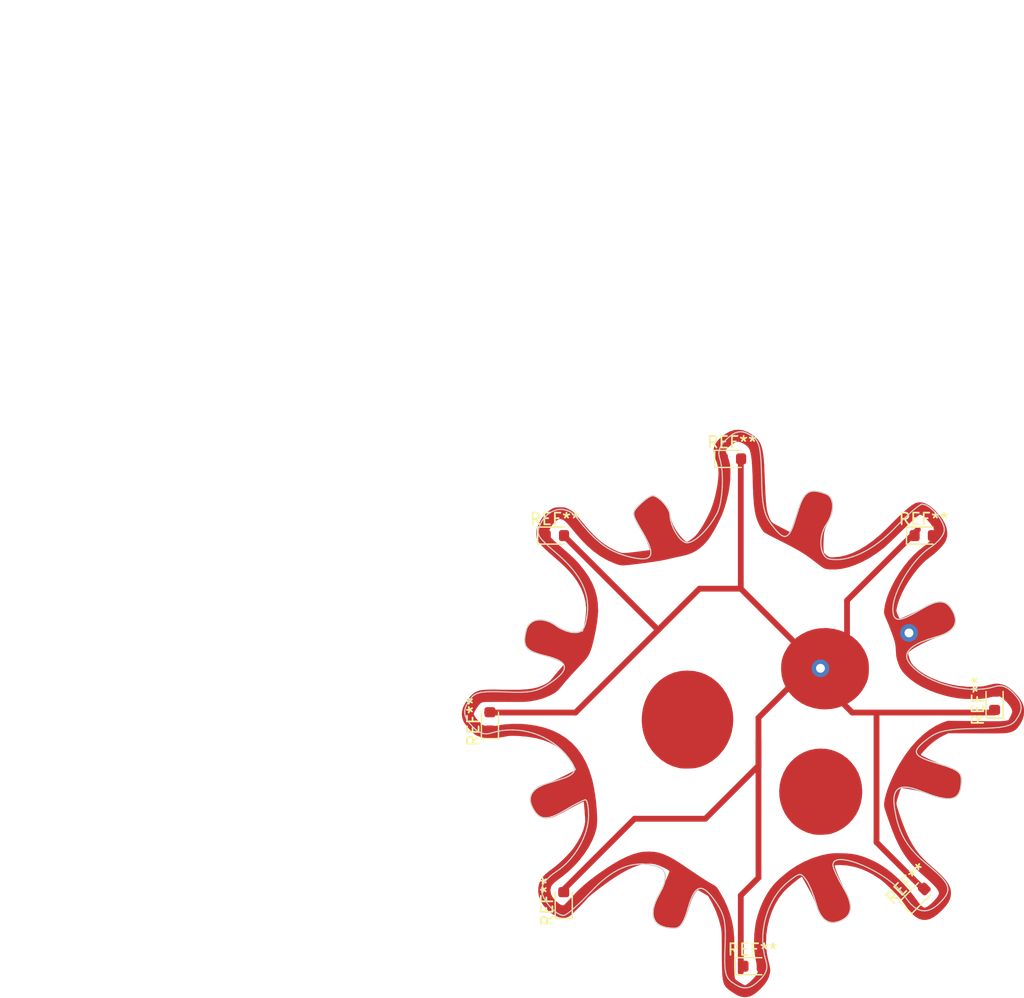
<source format=kicad_pcb>
(kicad_pcb (version 20171130) (host pcbnew "(5.1.4)-1")

  (general
    (thickness 1.6)
    (drawings 894)
    (tracks 26)
    (zones 0)
    (modules 10)
    (nets 1)
  )

  (page A4)
  (layers
    (0 F.Cu signal)
    (31 B.Cu signal)
    (32 B.Adhes user)
    (33 F.Adhes user)
    (34 B.Paste user)
    (35 F.Paste user)
    (36 B.SilkS user)
    (37 F.SilkS user)
    (38 B.Mask user)
    (39 F.Mask user)
    (40 Dwgs.User user)
    (41 Cmts.User user)
    (42 Eco1.User user)
    (43 Eco2.User user)
    (44 Edge.Cuts user)
    (45 Margin user)
    (46 B.CrtYd user)
    (47 F.CrtYd user)
    (48 B.Fab user)
    (49 F.Fab user)
  )

  (setup
    (last_trace_width 0.5)
    (user_trace_width 0.5)
    (trace_clearance 0.2)
    (zone_clearance 0.508)
    (zone_45_only no)
    (trace_min 0.2)
    (via_size 0.6)
    (via_drill 0.4)
    (via_min_size 0.4)
    (via_min_drill 0.3)
    (uvia_size 0.3)
    (uvia_drill 0.1)
    (uvias_allowed no)
    (uvia_min_size 0.2)
    (uvia_min_drill 0.1)
    (edge_width 0.15)
    (segment_width 0.2)
    (pcb_text_width 0.3)
    (pcb_text_size 1.5 1.5)
    (mod_edge_width 0.15)
    (mod_text_size 1 1)
    (mod_text_width 0.15)
    (pad_size 1.524 1.524)
    (pad_drill 0.762)
    (pad_to_mask_clearance 0.2)
    (aux_axis_origin 0 0)
    (visible_elements 7FFFFFFF)
    (pcbplotparams
      (layerselection 0x010f0_80000001)
      (usegerberextensions false)
      (usegerberattributes false)
      (usegerberadvancedattributes false)
      (creategerberjobfile false)
      (excludeedgelayer true)
      (linewidth 0.100000)
      (plotframeref false)
      (viasonmask false)
      (mode 1)
      (useauxorigin false)
      (hpglpennumber 1)
      (hpglpenspeed 20)
      (hpglpendiameter 15.000000)
      (psnegative false)
      (psa4output false)
      (plotreference true)
      (plotvalue true)
      (plotinvisibletext false)
      (padsonsilk false)
      (subtractmaskfromsilk false)
      (outputformat 1)
      (mirror false)
      (drillshape 1)
      (scaleselection 1)
      (outputdirectory "gerbers/"))
  )

  (net 0 "")

  (net_class Default "This is the default net class."
    (clearance 0.2)
    (trace_width 0.25)
    (via_dia 0.6)
    (via_drill 0.4)
    (uvia_dia 0.3)
    (uvia_drill 0.1)
  )

  (module LED_SMD:LED_0603_1608Metric (layer F.Cu) (tedit 5B301BBE) (tstamp 5E67FA53)
    (at 60.198 38.1)
    (descr "LED SMD 0603 (1608 Metric), square (rectangular) end terminal, IPC_7351 nominal, (Body size source: http://www.tortai-tech.com/upload/download/2011102023233369053.pdf), generated with kicad-footprint-generator")
    (tags diode)
    (attr smd)
    (fp_text reference REF** (at 0 -1.43) (layer F.SilkS)
      (effects (font (size 1 1) (thickness 0.15)))
    )
    (fp_text value LED_0603_1608Metric (at 0 1.43) (layer F.Fab)
      (effects (font (size 1 1) (thickness 0.15)))
    )
    (fp_text user %R (at 0 0) (layer F.Fab)
      (effects (font (size 0.4 0.4) (thickness 0.06)))
    )
    (fp_line (start 1.48 0.73) (end -1.48 0.73) (layer F.CrtYd) (width 0.05))
    (fp_line (start 1.48 -0.73) (end 1.48 0.73) (layer F.CrtYd) (width 0.05))
    (fp_line (start -1.48 -0.73) (end 1.48 -0.73) (layer F.CrtYd) (width 0.05))
    (fp_line (start -1.48 0.73) (end -1.48 -0.73) (layer F.CrtYd) (width 0.05))
    (fp_line (start -1.485 0.735) (end 0.8 0.735) (layer F.SilkS) (width 0.12))
    (fp_line (start -1.485 -0.735) (end -1.485 0.735) (layer F.SilkS) (width 0.12))
    (fp_line (start 0.8 -0.735) (end -1.485 -0.735) (layer F.SilkS) (width 0.12))
    (fp_line (start 0.8 0.4) (end 0.8 -0.4) (layer F.Fab) (width 0.1))
    (fp_line (start -0.8 0.4) (end 0.8 0.4) (layer F.Fab) (width 0.1))
    (fp_line (start -0.8 -0.1) (end -0.8 0.4) (layer F.Fab) (width 0.1))
    (fp_line (start -0.5 -0.4) (end -0.8 -0.1) (layer F.Fab) (width 0.1))
    (fp_line (start 0.8 -0.4) (end -0.5 -0.4) (layer F.Fab) (width 0.1))
    (pad 2 smd roundrect (at 0.7875 0) (size 0.875 0.95) (layers F.Cu F.Paste F.Mask) (roundrect_rratio 0.25))
    (pad 1 smd roundrect (at -0.7875 0) (size 0.875 0.95) (layers F.Cu F.Paste F.Mask) (roundrect_rratio 0.25))
    (model ${KISYS3DMOD}/LED_SMD.3dshapes/LED_0603_1608Metric.wrl
      (at (xyz 0 0 0))
      (scale (xyz 1 1 1))
      (rotate (xyz 0 0 0))
    )
  )

  (module LED_SMD:LED_0603_1608Metric (layer F.Cu) (tedit 5B301BBE) (tstamp 5E67F9DC)
    (at 44.958 44.704)
    (descr "LED SMD 0603 (1608 Metric), square (rectangular) end terminal, IPC_7351 nominal, (Body size source: http://www.tortai-tech.com/upload/download/2011102023233369053.pdf), generated with kicad-footprint-generator")
    (tags diode)
    (attr smd)
    (fp_text reference REF** (at 0 -1.43) (layer F.SilkS)
      (effects (font (size 1 1) (thickness 0.15)))
    )
    (fp_text value LED_0603_1608Metric (at 0 1.43) (layer F.Fab)
      (effects (font (size 1 1) (thickness 0.15)))
    )
    (fp_text user %R (at 0 0) (layer F.Fab)
      (effects (font (size 0.4 0.4) (thickness 0.06)))
    )
    (fp_line (start 1.48 0.73) (end -1.48 0.73) (layer F.CrtYd) (width 0.05))
    (fp_line (start 1.48 -0.73) (end 1.48 0.73) (layer F.CrtYd) (width 0.05))
    (fp_line (start -1.48 -0.73) (end 1.48 -0.73) (layer F.CrtYd) (width 0.05))
    (fp_line (start -1.48 0.73) (end -1.48 -0.73) (layer F.CrtYd) (width 0.05))
    (fp_line (start -1.485 0.735) (end 0.8 0.735) (layer F.SilkS) (width 0.12))
    (fp_line (start -1.485 -0.735) (end -1.485 0.735) (layer F.SilkS) (width 0.12))
    (fp_line (start 0.8 -0.735) (end -1.485 -0.735) (layer F.SilkS) (width 0.12))
    (fp_line (start 0.8 0.4) (end 0.8 -0.4) (layer F.Fab) (width 0.1))
    (fp_line (start -0.8 0.4) (end 0.8 0.4) (layer F.Fab) (width 0.1))
    (fp_line (start -0.8 -0.1) (end -0.8 0.4) (layer F.Fab) (width 0.1))
    (fp_line (start -0.5 -0.4) (end -0.8 -0.1) (layer F.Fab) (width 0.1))
    (fp_line (start 0.8 -0.4) (end -0.5 -0.4) (layer F.Fab) (width 0.1))
    (pad 2 smd roundrect (at 0.7875 0) (size 0.875 0.95) (layers F.Cu F.Paste F.Mask) (roundrect_rratio 0.25))
    (pad 1 smd roundrect (at -0.7875 0) (size 0.875 0.95) (layers F.Cu F.Paste F.Mask) (roundrect_rratio 0.25))
    (model ${KISYS3DMOD}/LED_SMD.3dshapes/LED_0603_1608Metric.wrl
      (at (xyz 0 0 0))
      (scale (xyz 1 1 1))
      (rotate (xyz 0 0 0))
    )
  )

  (module LED_SMD:LED_0603_1608Metric (layer F.Cu) (tedit 5B301BBE) (tstamp 5E67F993)
    (at 39.37 60.706 90)
    (descr "LED SMD 0603 (1608 Metric), square (rectangular) end terminal, IPC_7351 nominal, (Body size source: http://www.tortai-tech.com/upload/download/2011102023233369053.pdf), generated with kicad-footprint-generator")
    (tags diode)
    (attr smd)
    (fp_text reference REF** (at 0 -1.43 90) (layer F.SilkS)
      (effects (font (size 1 1) (thickness 0.15)))
    )
    (fp_text value LED_0603_1608Metric (at 0 1.43 90) (layer F.Fab)
      (effects (font (size 1 1) (thickness 0.15)))
    )
    (fp_text user %R (at 0 0 90) (layer F.Fab)
      (effects (font (size 0.4 0.4) (thickness 0.06)))
    )
    (fp_line (start 1.48 0.73) (end -1.48 0.73) (layer F.CrtYd) (width 0.05))
    (fp_line (start 1.48 -0.73) (end 1.48 0.73) (layer F.CrtYd) (width 0.05))
    (fp_line (start -1.48 -0.73) (end 1.48 -0.73) (layer F.CrtYd) (width 0.05))
    (fp_line (start -1.48 0.73) (end -1.48 -0.73) (layer F.CrtYd) (width 0.05))
    (fp_line (start -1.485 0.735) (end 0.8 0.735) (layer F.SilkS) (width 0.12))
    (fp_line (start -1.485 -0.735) (end -1.485 0.735) (layer F.SilkS) (width 0.12))
    (fp_line (start 0.8 -0.735) (end -1.485 -0.735) (layer F.SilkS) (width 0.12))
    (fp_line (start 0.8 0.4) (end 0.8 -0.4) (layer F.Fab) (width 0.1))
    (fp_line (start -0.8 0.4) (end 0.8 0.4) (layer F.Fab) (width 0.1))
    (fp_line (start -0.8 -0.1) (end -0.8 0.4) (layer F.Fab) (width 0.1))
    (fp_line (start -0.5 -0.4) (end -0.8 -0.1) (layer F.Fab) (width 0.1))
    (fp_line (start 0.8 -0.4) (end -0.5 -0.4) (layer F.Fab) (width 0.1))
    (pad 2 smd roundrect (at 0.7875 0 90) (size 0.875 0.95) (layers F.Cu F.Paste F.Mask) (roundrect_rratio 0.25))
    (pad 1 smd roundrect (at -0.7875 0 90) (size 0.875 0.95) (layers F.Cu F.Paste F.Mask) (roundrect_rratio 0.25))
    (model ${KISYS3DMOD}/LED_SMD.3dshapes/LED_0603_1608Metric.wrl
      (at (xyz 0 0 0))
      (scale (xyz 1 1 1))
      (rotate (xyz 0 0 0))
    )
  )

  (module LED_SMD:LED_0603_1608Metric (layer F.Cu) (tedit 5B301BBE) (tstamp 5E67F81C)
    (at 45.72 76.2 90)
    (descr "LED SMD 0603 (1608 Metric), square (rectangular) end terminal, IPC_7351 nominal, (Body size source: http://www.tortai-tech.com/upload/download/2011102023233369053.pdf), generated with kicad-footprint-generator")
    (tags diode)
    (attr smd)
    (fp_text reference REF** (at 0 -1.43 90) (layer F.SilkS)
      (effects (font (size 1 1) (thickness 0.15)))
    )
    (fp_text value LED_0603_1608Metric (at 0 1.43 90) (layer F.Fab)
      (effects (font (size 1 1) (thickness 0.15)))
    )
    (fp_text user %R (at 0 0 90) (layer F.Fab)
      (effects (font (size 0.4 0.4) (thickness 0.06)))
    )
    (fp_line (start 1.48 0.73) (end -1.48 0.73) (layer F.CrtYd) (width 0.05))
    (fp_line (start 1.48 -0.73) (end 1.48 0.73) (layer F.CrtYd) (width 0.05))
    (fp_line (start -1.48 -0.73) (end 1.48 -0.73) (layer F.CrtYd) (width 0.05))
    (fp_line (start -1.48 0.73) (end -1.48 -0.73) (layer F.CrtYd) (width 0.05))
    (fp_line (start -1.485 0.735) (end 0.8 0.735) (layer F.SilkS) (width 0.12))
    (fp_line (start -1.485 -0.735) (end -1.485 0.735) (layer F.SilkS) (width 0.12))
    (fp_line (start 0.8 -0.735) (end -1.485 -0.735) (layer F.SilkS) (width 0.12))
    (fp_line (start 0.8 0.4) (end 0.8 -0.4) (layer F.Fab) (width 0.1))
    (fp_line (start -0.8 0.4) (end 0.8 0.4) (layer F.Fab) (width 0.1))
    (fp_line (start -0.8 -0.1) (end -0.8 0.4) (layer F.Fab) (width 0.1))
    (fp_line (start -0.5 -0.4) (end -0.8 -0.1) (layer F.Fab) (width 0.1))
    (fp_line (start 0.8 -0.4) (end -0.5 -0.4) (layer F.Fab) (width 0.1))
    (pad 2 smd roundrect (at 0.7875 0 90) (size 0.875 0.95) (layers F.Cu F.Paste F.Mask) (roundrect_rratio 0.25))
    (pad 1 smd roundrect (at -0.7875 0 90) (size 0.875 0.95) (layers F.Cu F.Paste F.Mask) (roundrect_rratio 0.25))
    (model ${KISYS3DMOD}/LED_SMD.3dshapes/LED_0603_1608Metric.wrl
      (at (xyz 0 0 0))
      (scale (xyz 1 1 1))
      (rotate (xyz 0 0 0))
    )
  )

  (module LED_SMD:LED_0603_1608Metric (layer F.Cu) (tedit 5B301BBE) (tstamp 5E67F7D3)
    (at 61.976 81.788)
    (descr "LED SMD 0603 (1608 Metric), square (rectangular) end terminal, IPC_7351 nominal, (Body size source: http://www.tortai-tech.com/upload/download/2011102023233369053.pdf), generated with kicad-footprint-generator")
    (tags diode)
    (attr smd)
    (fp_text reference REF** (at 0 -1.43) (layer F.SilkS)
      (effects (font (size 1 1) (thickness 0.15)))
    )
    (fp_text value LED_0603_1608Metric (at 0 1.43) (layer F.Fab)
      (effects (font (size 1 1) (thickness 0.15)))
    )
    (fp_text user %R (at 0 0) (layer F.Fab)
      (effects (font (size 0.4 0.4) (thickness 0.06)))
    )
    (fp_line (start 1.48 0.73) (end -1.48 0.73) (layer F.CrtYd) (width 0.05))
    (fp_line (start 1.48 -0.73) (end 1.48 0.73) (layer F.CrtYd) (width 0.05))
    (fp_line (start -1.48 -0.73) (end 1.48 -0.73) (layer F.CrtYd) (width 0.05))
    (fp_line (start -1.48 0.73) (end -1.48 -0.73) (layer F.CrtYd) (width 0.05))
    (fp_line (start -1.485 0.735) (end 0.8 0.735) (layer F.SilkS) (width 0.12))
    (fp_line (start -1.485 -0.735) (end -1.485 0.735) (layer F.SilkS) (width 0.12))
    (fp_line (start 0.8 -0.735) (end -1.485 -0.735) (layer F.SilkS) (width 0.12))
    (fp_line (start 0.8 0.4) (end 0.8 -0.4) (layer F.Fab) (width 0.1))
    (fp_line (start -0.8 0.4) (end 0.8 0.4) (layer F.Fab) (width 0.1))
    (fp_line (start -0.8 -0.1) (end -0.8 0.4) (layer F.Fab) (width 0.1))
    (fp_line (start -0.5 -0.4) (end -0.8 -0.1) (layer F.Fab) (width 0.1))
    (fp_line (start 0.8 -0.4) (end -0.5 -0.4) (layer F.Fab) (width 0.1))
    (pad 2 smd roundrect (at 0.7875 0) (size 0.875 0.95) (layers F.Cu F.Paste F.Mask) (roundrect_rratio 0.25))
    (pad 1 smd roundrect (at -0.7875 0) (size 0.875 0.95) (layers F.Cu F.Paste F.Mask) (roundrect_rratio 0.25))
    (model ${KISYS3DMOD}/LED_SMD.3dshapes/LED_0603_1608Metric.wrl
      (at (xyz 0 0 0))
      (scale (xyz 1 1 1))
      (rotate (xyz 0 0 0))
    )
  )

  (module LED_SMD:LED_0603_1608Metric (layer F.Cu) (tedit 5B301BBE) (tstamp 5E67F595)
    (at 76.2 75.692 45)
    (descr "LED SMD 0603 (1608 Metric), square (rectangular) end terminal, IPC_7351 nominal, (Body size source: http://www.tortai-tech.com/upload/download/2011102023233369053.pdf), generated with kicad-footprint-generator")
    (tags diode)
    (attr smd)
    (fp_text reference REF** (at 0 -1.43 45) (layer F.SilkS)
      (effects (font (size 1 1) (thickness 0.15)))
    )
    (fp_text value LED_0603_1608Metric (at 0 1.43 45) (layer F.Fab)
      (effects (font (size 1 1) (thickness 0.15)))
    )
    (fp_text user %R (at 0 0 45) (layer F.Fab)
      (effects (font (size 0.4 0.4) (thickness 0.06)))
    )
    (fp_line (start 1.48 0.73) (end -1.48 0.73) (layer F.CrtYd) (width 0.05))
    (fp_line (start 1.48 -0.73) (end 1.48 0.73) (layer F.CrtYd) (width 0.05))
    (fp_line (start -1.48 -0.73) (end 1.48 -0.73) (layer F.CrtYd) (width 0.05))
    (fp_line (start -1.48 0.73) (end -1.48 -0.73) (layer F.CrtYd) (width 0.05))
    (fp_line (start -1.485 0.735) (end 0.8 0.735) (layer F.SilkS) (width 0.12))
    (fp_line (start -1.485 -0.735) (end -1.485 0.735) (layer F.SilkS) (width 0.12))
    (fp_line (start 0.8 -0.735) (end -1.485 -0.735) (layer F.SilkS) (width 0.12))
    (fp_line (start 0.8 0.4) (end 0.8 -0.4) (layer F.Fab) (width 0.1))
    (fp_line (start -0.8 0.4) (end 0.8 0.4) (layer F.Fab) (width 0.1))
    (fp_line (start -0.8 -0.1) (end -0.8 0.4) (layer F.Fab) (width 0.1))
    (fp_line (start -0.5 -0.4) (end -0.8 -0.1) (layer F.Fab) (width 0.1))
    (fp_line (start 0.8 -0.4) (end -0.5 -0.4) (layer F.Fab) (width 0.1))
    (pad 2 smd roundrect (at 0.7875 0 45) (size 0.875 0.95) (layers F.Cu F.Paste F.Mask) (roundrect_rratio 0.25))
    (pad 1 smd roundrect (at -0.7875 0 45) (size 0.875 0.95) (layers F.Cu F.Paste F.Mask) (roundrect_rratio 0.25))
    (model ${KISYS3DMOD}/LED_SMD.3dshapes/LED_0603_1608Metric.wrl
      (at (xyz 0 0 0))
      (scale (xyz 1 1 1))
      (rotate (xyz 0 0 0))
    )
  )

  (module LED_SMD:LED_0603_1608Metric (layer F.Cu) (tedit 5B301BBE) (tstamp 5E67F54C)
    (at 82.804 58.928 90)
    (descr "LED SMD 0603 (1608 Metric), square (rectangular) end terminal, IPC_7351 nominal, (Body size source: http://www.tortai-tech.com/upload/download/2011102023233369053.pdf), generated with kicad-footprint-generator")
    (tags diode)
    (attr smd)
    (fp_text reference REF** (at 0 -1.43 90) (layer F.SilkS)
      (effects (font (size 1 1) (thickness 0.15)))
    )
    (fp_text value LED_0603_1608Metric (at 0 1.43 90) (layer F.Fab)
      (effects (font (size 1 1) (thickness 0.15)))
    )
    (fp_text user %R (at 0 0 90) (layer F.Fab)
      (effects (font (size 0.4 0.4) (thickness 0.06)))
    )
    (fp_line (start 1.48 0.73) (end -1.48 0.73) (layer F.CrtYd) (width 0.05))
    (fp_line (start 1.48 -0.73) (end 1.48 0.73) (layer F.CrtYd) (width 0.05))
    (fp_line (start -1.48 -0.73) (end 1.48 -0.73) (layer F.CrtYd) (width 0.05))
    (fp_line (start -1.48 0.73) (end -1.48 -0.73) (layer F.CrtYd) (width 0.05))
    (fp_line (start -1.485 0.735) (end 0.8 0.735) (layer F.SilkS) (width 0.12))
    (fp_line (start -1.485 -0.735) (end -1.485 0.735) (layer F.SilkS) (width 0.12))
    (fp_line (start 0.8 -0.735) (end -1.485 -0.735) (layer F.SilkS) (width 0.12))
    (fp_line (start 0.8 0.4) (end 0.8 -0.4) (layer F.Fab) (width 0.1))
    (fp_line (start -0.8 0.4) (end 0.8 0.4) (layer F.Fab) (width 0.1))
    (fp_line (start -0.8 -0.1) (end -0.8 0.4) (layer F.Fab) (width 0.1))
    (fp_line (start -0.5 -0.4) (end -0.8 -0.1) (layer F.Fab) (width 0.1))
    (fp_line (start 0.8 -0.4) (end -0.5 -0.4) (layer F.Fab) (width 0.1))
    (pad 2 smd roundrect (at 0.7875 0 90) (size 0.875 0.95) (layers F.Cu F.Paste F.Mask) (roundrect_rratio 0.25))
    (pad 1 smd roundrect (at -0.7875 0 90) (size 0.875 0.95) (layers F.Cu F.Paste F.Mask) (roundrect_rratio 0.25))
    (model ${KISYS3DMOD}/LED_SMD.3dshapes/LED_0603_1608Metric.wrl
      (at (xyz 0 0 0))
      (scale (xyz 1 1 1))
      (rotate (xyz 0 0 0))
    )
  )

  (module LED_SMD:LED_0603_1608Metric (layer F.Cu) (tedit 5B301BBE) (tstamp 5E67F503)
    (at 76.708 44.704)
    (descr "LED SMD 0603 (1608 Metric), square (rectangular) end terminal, IPC_7351 nominal, (Body size source: http://www.tortai-tech.com/upload/download/2011102023233369053.pdf), generated with kicad-footprint-generator")
    (tags diode)
    (attr smd)
    (fp_text reference REF** (at 0 -1.43) (layer F.SilkS)
      (effects (font (size 1 1) (thickness 0.15)))
    )
    (fp_text value LED_0603_1608Metric (at 0 1.43) (layer F.Fab)
      (effects (font (size 1 1) (thickness 0.15)))
    )
    (fp_text user %R (at 0 0) (layer F.Fab)
      (effects (font (size 0.4 0.4) (thickness 0.06)))
    )
    (fp_line (start 1.48 0.73) (end -1.48 0.73) (layer F.CrtYd) (width 0.05))
    (fp_line (start 1.48 -0.73) (end 1.48 0.73) (layer F.CrtYd) (width 0.05))
    (fp_line (start -1.48 -0.73) (end 1.48 -0.73) (layer F.CrtYd) (width 0.05))
    (fp_line (start -1.48 0.73) (end -1.48 -0.73) (layer F.CrtYd) (width 0.05))
    (fp_line (start -1.485 0.735) (end 0.8 0.735) (layer F.SilkS) (width 0.12))
    (fp_line (start -1.485 -0.735) (end -1.485 0.735) (layer F.SilkS) (width 0.12))
    (fp_line (start 0.8 -0.735) (end -1.485 -0.735) (layer F.SilkS) (width 0.12))
    (fp_line (start 0.8 0.4) (end 0.8 -0.4) (layer F.Fab) (width 0.1))
    (fp_line (start -0.8 0.4) (end 0.8 0.4) (layer F.Fab) (width 0.1))
    (fp_line (start -0.8 -0.1) (end -0.8 0.4) (layer F.Fab) (width 0.1))
    (fp_line (start -0.5 -0.4) (end -0.8 -0.1) (layer F.Fab) (width 0.1))
    (fp_line (start 0.8 -0.4) (end -0.5 -0.4) (layer F.Fab) (width 0.1))
    (pad 2 smd roundrect (at 0.7875 0) (size 0.875 0.95) (layers F.Cu F.Paste F.Mask) (roundrect_rratio 0.25))
    (pad 1 smd roundrect (at -0.7875 0) (size 0.875 0.95) (layers F.Cu F.Paste F.Mask) (roundrect_rratio 0.25))
    (model ${KISYS3DMOD}/LED_SMD.3dshapes/LED_0603_1608Metric.wrl
      (at (xyz 0 0 0))
      (scale (xyz 1 1 1))
      (rotate (xyz 0 0 0))
    )
  )

  (module LOGO (layer F.Cu) (tedit 5E6796ED) (tstamp 5E67974B)
    (at 60.96 60.452)
    (fp_text reference G*** (at 0 0) (layer F.SilkS) hide
      (effects (font (size 1.524 1.524) (thickness 0.3)))
    )
    (fp_text value LOGO (at 0.75 0) (layer F.SilkS) hide
      (effects (font (size 1.524 1.524) (thickness 0.3)))
    )
    (fp_poly (pts (xy 0.180493 -24.810923) (xy 0.557649 -24.673877) (xy 0.948277 -24.4541) (xy 1.083941 -24.361241)
      (xy 1.279746 -24.205755) (xy 1.446624 -24.035279) (xy 1.587066 -23.841879) (xy 1.703562 -23.617617)
      (xy 1.798604 -23.354558) (xy 1.874683 -23.044765) (xy 1.934289 -22.680303) (xy 1.979913 -22.253236)
      (xy 2.014048 -21.755626) (xy 2.033414 -21.33629) (xy 2.057447 -20.729121) (xy 2.079402 -20.199724)
      (xy 2.099883 -19.741246) (xy 2.119493 -19.346834) (xy 2.138835 -19.009636) (xy 2.158512 -18.7228)
      (xy 2.179129 -18.479473) (xy 2.201288 -18.272802) (xy 2.225593 -18.095935) (xy 2.252647 -17.942019)
      (xy 2.283053 -17.804202) (xy 2.317416 -17.675632) (xy 2.356337 -17.549455) (xy 2.370667 -17.506031)
      (xy 2.439157 -17.326763) (xy 2.522495 -17.143101) (xy 2.572826 -17.047669) (xy 2.616092 -16.976936)
      (xy 2.663113 -16.916618) (xy 2.725127 -16.859098) (xy 2.813371 -16.796757) (xy 2.939082 -16.721976)
      (xy 3.113495 -16.627138) (xy 3.34785 -16.504623) (xy 3.457261 -16.448036) (xy 4.224858 -16.051568)
      (xy 4.37244 -16.376034) (xy 4.431102 -16.517312) (xy 4.508226 -16.721188) (xy 4.597273 -16.969371)
      (xy 4.691701 -17.243569) (xy 4.78497 -17.525491) (xy 4.798783 -17.568333) (xy 4.947165 -18.014951)
      (xy 5.081757 -18.386311) (xy 5.205836 -18.690081) (xy 5.322681 -18.933931) (xy 5.435568 -19.125532)
      (xy 5.50552 -19.222094) (xy 5.697132 -19.400552) (xy 5.938667 -19.528589) (xy 6.204613 -19.59423)
      (xy 6.311243 -19.600333) (xy 6.49626 -19.583839) (xy 6.728281 -19.539654) (xy 6.977511 -19.475729)
      (xy 7.214155 -19.400012) (xy 7.408416 -19.320453) (xy 7.459354 -19.294031) (xy 7.656718 -19.135532)
      (xy 7.802652 -18.913756) (xy 7.894413 -18.634692) (xy 7.929261 -18.304331) (xy 7.929507 -18.266833)
      (xy 7.924561 -18.075748) (xy 7.907601 -17.901917) (xy 7.874048 -17.731955) (xy 7.819324 -17.552477)
      (xy 7.738852 -17.350097) (xy 7.628054 -17.111431) (xy 7.482353 -16.823094) (xy 7.348758 -16.568718)
      (xy 7.283427 -16.415722) (xy 7.221261 -16.220216) (xy 7.175425 -16.023768) (xy 7.174456 -16.018385)
      (xy 7.153544 -15.860138) (xy 7.136839 -15.654027) (xy 7.124539 -15.416663) (xy 7.116841 -15.164658)
      (xy 7.113944 -14.914623) (xy 7.116046 -14.68317) (xy 7.123343 -14.486911) (xy 7.136034 -14.342456)
      (xy 7.153609 -14.267688) (xy 7.208871 -14.202055) (xy 7.310048 -14.110666) (xy 7.411005 -14.031539)
      (xy 7.522666 -13.95291) (xy 7.612105 -13.905975) (xy 7.707998 -13.882746) (xy 7.839019 -13.875235)
      (xy 7.972647 -13.875084) (xy 8.499535 -13.918389) (xy 9.0463 -14.041267) (xy 9.609576 -14.241875)
      (xy 10.185998 -14.518372) (xy 10.772201 -14.868915) (xy 11.36482 -15.291664) (xy 11.96049 -15.784775)
      (xy 12.555845 -16.346407) (xy 12.6365 -16.427875) (xy 13.08774 -16.882881) (xy 13.487753 -17.27656)
      (xy 13.840148 -17.612093) (xy 14.148533 -17.892664) (xy 14.416513 -18.121456) (xy 14.647698 -18.301653)
      (xy 14.845695 -18.436437) (xy 15.01411 -18.528993) (xy 15.021705 -18.532517) (xy 15.288503 -18.609766)
      (xy 15.572519 -18.604829) (xy 15.872527 -18.518155) (xy 16.187302 -18.350189) (xy 16.515615 -18.10138)
      (xy 16.718226 -17.913836) (xy 17.081064 -17.519631) (xy 17.369084 -17.128006) (xy 17.581215 -16.742187)
      (xy 17.716382 -16.3654) (xy 17.773511 -16.00087) (xy 17.75153 -15.651825) (xy 17.649364 -15.32149)
      (xy 17.608812 -15.237683) (xy 17.488524 -15.049785) (xy 17.31228 -14.830412) (xy 17.094876 -14.594589)
      (xy 16.851108 -14.357343) (xy 16.595773 -14.133702) (xy 16.343666 -13.938691) (xy 16.298334 -13.906794)
      (xy 15.925452 -13.613023) (xy 15.547981 -13.249063) (xy 15.17457 -12.82815) (xy 14.813872 -12.363519)
      (xy 14.474536 -11.868408) (xy 14.165213 -11.356051) (xy 13.894554 -10.839685) (xy 13.671211 -10.332546)
      (xy 13.503832 -9.84787) (xy 13.419153 -9.501526) (xy 13.396499 -9.371035) (xy 13.39161 -9.271553)
      (xy 13.408805 -9.174258) (xy 13.452398 -9.050328) (xy 13.506323 -8.919443) (xy 13.574203 -8.770287)
      (xy 13.635743 -8.657111) (xy 13.68057 -8.598288) (xy 13.69012 -8.593935) (xy 13.760656 -8.612105)
      (xy 13.893608 -8.662174) (xy 14.075712 -8.738082) (xy 14.293706 -8.833766) (xy 14.534325 -8.943165)
      (xy 14.784306 -9.060218) (xy 15.030385 -9.178863) (xy 15.2593 -9.293038) (xy 15.457786 -9.396682)
      (xy 15.515167 -9.427994) (xy 15.91885 -9.644642) (xy 16.262308 -9.813686) (xy 16.553173 -9.938154)
      (xy 16.799076 -10.021077) (xy 17.007651 -10.065482) (xy 17.146211 -10.075333) (xy 17.401449 -10.037043)
      (xy 17.655163 -9.93021) (xy 17.879902 -9.766892) (xy 17.906156 -9.741543) (xy 18.089068 -9.520949)
      (xy 18.251805 -9.254395) (xy 18.381832 -8.968258) (xy 18.466613 -8.688917) (xy 18.492552 -8.507674)
      (xy 18.491174 -8.258261) (xy 18.447805 -8.057251) (xy 18.351681 -7.874348) (xy 18.202185 -7.690303)
      (xy 18.049554 -7.542263) (xy 17.874601 -7.413037) (xy 17.66296 -7.294871) (xy 17.400266 -7.180015)
      (xy 17.072155 -7.060717) (xy 16.975625 -7.028433) (xy 16.682744 -6.923639) (xy 16.372511 -6.798119)
      (xy 16.054585 -6.657167) (xy 15.738627 -6.506074) (xy 15.4343 -6.350134) (xy 15.151264 -6.194637)
      (xy 14.89918 -6.044877) (xy 14.687709 -5.906146) (xy 14.526513 -5.783735) (xy 14.425253 -5.682938)
      (xy 14.393334 -5.613879) (xy 14.40938 -5.510712) (xy 14.451544 -5.356355) (xy 14.510864 -5.176677)
      (xy 14.578376 -4.997544) (xy 14.64512 -4.844824) (xy 14.686576 -4.767501) (xy 14.854388 -4.549556)
      (xy 15.09241 -4.318483) (xy 15.389054 -4.083004) (xy 15.732732 -3.851842) (xy 16.111855 -3.633718)
      (xy 16.357352 -3.509943) (xy 17.109361 -3.19719) (xy 17.89302 -2.960735) (xy 18.699759 -2.802369)
      (xy 19.521014 -2.723882) (xy 20.142582 -2.718551) (xy 20.426351 -2.729051) (xy 20.653782 -2.744438)
      (xy 20.853198 -2.768419) (xy 21.052921 -2.804701) (xy 21.281272 -2.856993) (xy 21.372171 -2.879505)
      (xy 21.60355 -2.93642) (xy 21.773929 -2.973875) (xy 21.904141 -2.994139) (xy 22.015016 -2.999483)
      (xy 22.127385 -2.992177) (xy 22.254193 -2.97563) (xy 22.532297 -2.917648) (xy 22.785556 -2.822678)
      (xy 23.030688 -2.681213) (xy 23.28441 -2.483744) (xy 23.539658 -2.244572) (xy 23.836923 -1.926974)
      (xy 24.063344 -1.633501) (xy 24.224878 -1.352643) (xy 24.327485 -1.072889) (xy 24.37712 -0.782728)
      (xy 24.384 -0.613243) (xy 24.3516 -0.258513) (xy 24.251039 0.086766) (xy 24.077276 0.43775)
      (xy 23.985874 0.583546) (xy 23.811109 0.817426) (xy 23.630659 0.986433) (xy 23.420655 1.107094)
      (xy 23.157229 1.195937) (xy 23.070394 1.21742) (xy 22.996106 1.233207) (xy 22.914931 1.246502)
      (xy 22.819567 1.257468) (xy 22.70271 1.266272) (xy 22.55706 1.273078) (xy 22.375313 1.278052)
      (xy 22.150168 1.281359) (xy 21.874321 1.283164) (xy 21.540471 1.283632) (xy 21.141315 1.282928)
      (xy 20.669551 1.281218) (xy 20.32 1.279643) (xy 17.885834 1.26812) (xy 17.562795 1.410622)
      (xy 17.118933 1.642624) (xy 16.663412 1.952751) (xy 16.334064 2.218938) (xy 16.195821 2.343965)
      (xy 16.043579 2.491933) (xy 15.889429 2.649777) (xy 15.745461 2.804434) (xy 15.623766 2.942842)
      (xy 15.536435 3.051936) (xy 15.495559 3.118655) (xy 15.494 3.126556) (xy 15.531169 3.162208)
      (xy 15.634375 3.223944) (xy 15.791165 3.306103) (xy 15.989087 3.403022) (xy 16.215686 3.509039)
      (xy 16.458512 3.618492) (xy 16.70511 3.72572) (xy 16.943029 3.825059) (xy 17.159816 3.910848)
      (xy 17.343017 3.977425) (xy 17.420167 4.002358) (xy 17.855679 4.145909) (xy 18.211949 4.289492)
      (xy 18.494334 4.436486) (xy 18.708193 4.590271) (xy 18.858884 4.754226) (xy 18.951765 4.931731)
      (xy 18.966288 4.977574) (xy 19.002513 5.205199) (xy 19.003908 5.478543) (xy 18.974302 5.771745)
      (xy 18.917526 6.058945) (xy 18.837409 6.314281) (xy 18.739428 6.509439) (xy 18.58774 6.691407)
      (xy 18.40782 6.815413) (xy 18.185298 6.887658) (xy 17.905803 6.914343) (xy 17.801167 6.914256)
      (xy 17.558446 6.899547) (xy 17.301229 6.862434) (xy 17.016754 6.799763) (xy 16.692259 6.708381)
      (xy 16.314982 6.585135) (xy 15.962166 6.459867) (xy 15.649717 6.350693) (xy 15.369657 6.265027)
      (xy 15.08928 6.194238) (xy 14.775882 6.129692) (xy 14.570125 6.092419) (xy 14.329528 6.052614)
      (xy 14.117645 6.021845) (xy 13.948564 6.001814) (xy 13.836376 5.994219) (xy 13.796037 5.99903)
      (xy 13.76553 6.056912) (xy 13.718118 6.178212) (xy 13.659595 6.344781) (xy 13.595753 6.53847)
      (xy 13.532387 6.74113) (xy 13.475289 6.934613) (xy 13.430253 7.100768) (xy 13.403072 7.221447)
      (xy 13.40022 7.239) (xy 13.393927 7.315003) (xy 13.399019 7.400204) (xy 13.418658 7.507387)
      (xy 13.456006 7.649335) (xy 13.514225 7.838833) (xy 13.596476 8.088664) (xy 13.648528 8.242927)
      (xy 13.885047 8.914697) (xy 14.115563 9.512193) (xy 14.345919 10.044977) (xy 14.581957 10.522609)
      (xy 14.82952 10.954651) (xy 15.094451 11.350663) (xy 15.382592 11.720205) (xy 15.699785 12.07284)
      (xy 16.051874 12.418126) (xy 16.377124 12.707985) (xy 16.788735 13.069315) (xy 17.133998 13.391011)
      (xy 17.417607 13.679497) (xy 17.644254 13.941198) (xy 17.818633 14.182541) (xy 17.945437 14.40995)
      (xy 18.02936 14.62985) (xy 18.075095 14.848667) (xy 18.087485 15.0495) (xy 18.063057 15.323422)
      (xy 17.986019 15.589297) (xy 17.85083 15.857468) (xy 17.651947 16.138279) (xy 17.383828 16.442073)
      (xy 17.289465 16.538835) (xy 16.932993 16.865183) (xy 16.59283 17.10883) (xy 16.266524 17.269638)
      (xy 15.951626 17.347467) (xy 15.645685 17.34218) (xy 15.346251 17.253639) (xy 15.050874 17.081703)
      (xy 14.757104 16.826236) (xy 14.462491 16.487098) (xy 14.377389 16.374229) (xy 14.234498 16.178825)
      (xy 14.08979 15.980187) (xy 13.961339 15.803162) (xy 13.876435 15.685457) (xy 13.758589 15.537372)
      (xy 13.589583 15.346717) (xy 13.382357 15.126238) (xy 13.149851 14.888677) (xy 12.905006 14.646779)
      (xy 12.660761 14.413287) (xy 12.430057 14.200946) (xy 12.225834 14.0225) (xy 12.061032 13.890693)
      (xy 12.034452 13.871412) (xy 11.4619 13.493984) (xy 10.910033 13.190358) (xy 10.367732 12.955868)
      (xy 9.823877 12.785849) (xy 9.267348 12.675636) (xy 9.145111 12.65932) (xy 8.915325 12.636446)
      (xy 8.682662 12.622422) (xy 8.465316 12.617382) (xy 8.281486 12.621456) (xy 8.149368 12.634776)
      (xy 8.093848 12.651715) (xy 8.08602 12.70454) (xy 8.112257 12.823404) (xy 8.168653 12.998675)
      (xy 8.2513 13.220717) (xy 8.356293 13.479896) (xy 8.479722 13.766579) (xy 8.617682 14.071132)
      (xy 8.766266 14.38392) (xy 8.921566 14.695309) (xy 8.926667 14.705269) (xy 9.100698 15.05543)
      (xy 9.233067 15.349256) (xy 9.328484 15.601255) (xy 9.391654 15.825932) (xy 9.427287 16.037796)
      (xy 9.440089 16.251351) (xy 9.440334 16.288138) (xy 9.403449 16.597549) (xy 9.291985 16.869824)
      (xy 9.104724 17.106746) (xy 8.840451 17.3101) (xy 8.684219 17.397153) (xy 8.447837 17.49192)
      (xy 8.189579 17.55562) (xy 7.939524 17.582995) (xy 7.727757 17.568788) (xy 7.716141 17.566324)
      (xy 7.478238 17.491708) (xy 7.269019 17.3764) (xy 7.08249 17.212895) (xy 6.912653 16.993685)
      (xy 6.753514 16.711266) (xy 6.599076 16.35813) (xy 6.470518 16.006967) (xy 6.376043 15.754827)
      (xy 6.258585 15.475053) (xy 6.136118 15.209252) (xy 6.066057 15.070667) (xy 5.985987 14.921644)
      (xy 5.885337 14.737202) (xy 5.771957 14.5314) (xy 5.653696 14.318296) (xy 5.538402 14.111947)
      (xy 5.433926 13.926412) (xy 5.348117 13.775749) (xy 5.288824 13.674016) (xy 5.265727 13.63727)
      (xy 5.221745 13.645382) (xy 5.125827 13.70251) (xy 4.988184 13.800165) (xy 4.819022 13.929858)
      (xy 4.62855 14.083101) (xy 4.426975 14.251404) (xy 4.224506 14.42628) (xy 4.03135 14.599238)
      (xy 3.857716 14.761792) (xy 3.713811 14.90545) (xy 3.62991 14.997588) (xy 3.260968 15.490733)
      (xy 2.939159 16.04421) (xy 2.668182 16.645675) (xy 2.451734 17.282786) (xy 2.293512 17.9432)
      (xy 2.197213 18.614573) (xy 2.166534 19.284562) (xy 2.190865 19.801892) (xy 2.224032 20.08211)
      (xy 2.272954 20.389819) (xy 2.330284 20.681682) (xy 2.364885 20.828156) (xy 2.43745 21.119435)
      (xy 2.487369 21.346611) (xy 2.516696 21.526568) (xy 2.527483 21.676187) (xy 2.52178 21.812353)
      (xy 2.501641 21.951946) (xy 2.501546 21.952469) (xy 2.407147 22.289496) (xy 2.245798 22.61538)
      (xy 2.011637 22.940257) (xy 1.787987 23.186023) (xy 1.518571 23.446778) (xy 1.28213 23.646397)
      (xy 1.065475 23.794715) (xy 0.855418 23.90157) (xy 0.797278 23.924909) (xy 0.539174 23.986386)
      (xy 0.255885 23.99397) (xy -0.011709 23.946719) (xy -0.021166 23.943783) (xy -0.16684 23.891607)
      (xy -0.312475 23.824433) (xy -0.475879 23.732434) (xy -0.674862 23.605783) (xy -0.860136 23.480787)
      (xy -1.012211 23.373114) (xy -1.142555 23.26927) (xy -1.25286 23.161994) (xy -1.34482 23.044024)
      (xy -1.420126 22.908099) (xy -1.480471 22.746959) (xy -1.527548 22.553342) (xy -1.563049 22.319988)
      (xy -1.588666 22.039634) (xy -1.606093 21.705022) (xy -1.617022 21.308888) (xy -1.623145 20.843973)
      (xy -1.626154 20.303015) (xy -1.626508 20.193) (xy -1.628259 19.734934) (xy -1.630751 19.352653)
      (xy -1.634311 19.037277) (xy -1.639265 18.779926) (xy -1.645941 18.571718) (xy -1.654663 18.403773)
      (xy -1.665759 18.267211) (xy -1.679555 18.153152) (xy -1.696377 18.052714) (xy -1.707122 17.999665)
      (xy -1.896752 17.264071) (xy -2.143965 16.575187) (xy -2.457113 15.910845) (xy -2.575078 15.695456)
      (xy -2.808559 15.283079) (xy -3.691803 14.767845) (xy -3.795646 14.865401) (xy -3.922535 15.014619)
      (xy -4.050291 15.226554) (xy -4.181106 15.506079) (xy -4.317172 15.858066) (xy -4.460682 16.287388)
      (xy -4.516365 16.467667) (xy -4.67473 16.939328) (xy -4.83865 17.32719) (xy -5.008531 17.631966)
      (xy -5.184778 17.854365) (xy -5.367795 17.995099) (xy -5.393572 18.008132) (xy -5.537196 18.049492)
      (xy -5.737724 18.071899) (xy -5.969366 18.074569) (xy -6.20633 18.056715) (xy -6.335062 18.036833)
      (xy -6.71526 17.933856) (xy -7.027508 17.782573) (xy -7.270829 17.584003) (xy -7.444244 17.339163)
      (xy -7.546778 17.049073) (xy -7.577666 16.741922) (xy -7.571463 16.578119) (xy -7.550495 16.413331)
      (xy -7.511226 16.238208) (xy -7.450121 16.043404) (xy -7.363642 15.819569) (xy -7.248255 15.557357)
      (xy -7.100423 15.247418) (xy -6.91661 14.880405) (xy -6.753321 14.562667) (xy -6.616267 14.291097)
      (xy -6.486452 14.021048) (xy -6.369399 13.765224) (xy -6.270629 13.536333) (xy -6.195663 13.347079)
      (xy -6.150023 13.210168) (xy -6.138333 13.147525) (xy -6.17466 13.105753) (xy -6.274901 13.036983)
      (xy -6.425947 12.949373) (xy -6.614583 12.851135) (xy -7.008735 12.67465) (xy -7.366555 12.558993)
      (xy -7.707241 12.501078) (xy -8.04999 12.49782) (xy -8.414 12.546131) (xy -8.457868 12.554808)
      (xy -8.867482 12.664073) (xy -9.312879 12.832813) (xy -9.79624 13.0623) (xy -10.319752 13.353807)
      (xy -10.885599 13.708609) (xy -11.495965 14.127978) (xy -12.153034 14.613187) (xy -12.645479 14.995486)
      (xy -12.824879 15.140349) (xy -12.98679 15.276666) (xy -13.116071 15.391295) (xy -13.197583 15.471091)
      (xy -13.209692 15.485284) (xy -13.321423 15.618951) (xy -13.473354 15.787655) (xy -13.65437 15.980311)
      (xy -13.853358 16.185833) (xy -14.059204 16.393133) (xy -14.260793 16.591127) (xy -14.447013 16.768728)
      (xy -14.606749 16.91485) (xy -14.728888 17.018407) (xy -14.790794 17.062437) (xy -15.039094 17.157344)
      (xy -15.315499 17.177744) (xy -15.612778 17.126067) (xy -15.923699 17.004748) (xy -16.241032 16.816216)
      (xy -16.557544 16.562906) (xy -16.708677 16.41737) (xy -17.009907 16.061318) (xy -17.232568 15.689144)
      (xy -17.375308 15.305076) (xy -17.436773 14.91334) (xy -17.41561 14.518165) (xy -17.37644 14.331314)
      (xy -17.295248 14.084729) (xy -17.181247 13.857854) (xy -17.025767 13.64052) (xy -16.82014 13.422558)
      (xy -16.555697 13.193797) (xy -16.223769 12.944069) (xy -16.148221 12.8905) (xy -15.909278 12.707612)
      (xy -15.638465 12.47574) (xy -15.352352 12.211239) (xy -15.067508 11.930467) (xy -14.800501 11.64978)
      (xy -14.567899 11.385536) (xy -14.386272 11.15409) (xy -14.378959 11.143861) (xy -14.030539 10.61459)
      (xy -13.758674 10.113822) (xy -13.561602 9.637899) (xy -13.440159 9.196152) (xy -13.415936 9.068375)
      (xy -13.399729 8.953484) (xy -13.391472 8.835158) (xy -13.391102 8.697077) (xy -13.398554 8.522921)
      (xy -13.413763 8.29637) (xy -13.435503 8.015687) (xy -13.456689 7.759841) (xy -13.476917 7.534117)
      (xy -13.494885 7.351629) (xy -13.509293 7.225492) (xy -13.518838 7.16882) (xy -13.519718 7.167171)
      (xy -13.564334 7.177158) (xy -13.671195 7.222285) (xy -13.828519 7.296604) (xy -14.024522 7.394166)
      (xy -14.247421 7.509023) (xy -14.485434 7.635228) (xy -14.726777 7.766831) (xy -14.901333 7.86462)
      (xy -15.293496 8.082727) (xy -15.622824 8.255919) (xy -15.896075 8.387502) (xy -16.120008 8.480779)
      (xy -16.2531 8.525664) (xy -16.498147 8.57581) (xy -16.756626 8.591346) (xy -16.998942 8.572625)
      (xy -17.1955 8.52) (xy -17.2085 8.514273) (xy -17.391631 8.396062) (xy -17.580552 8.213584)
      (xy -17.759859 7.984545) (xy -17.91415 7.72665) (xy -17.941175 7.672069) (xy -18.024584 7.484854)
      (xy -18.074158 7.331462) (xy -18.099707 7.173168) (xy -18.109849 7.006167) (xy -18.113456 6.828936)
      (xy -18.104199 6.705274) (xy -18.075639 6.604326) (xy -18.021343 6.495238) (xy -17.99296 6.445811)
      (xy -17.852549 6.247029) (xy -17.672529 6.070987) (xy -17.443356 5.911748) (xy -17.155485 5.763375)
      (xy -16.799374 5.619932) (xy -16.502397 5.518636) (xy -16.254409 5.428552) (xy -15.947048 5.299971)
      (xy -15.593163 5.13858) (xy -15.205605 4.950065) (xy -15.117733 4.905838) (xy -14.863876 4.776952)
      (xy -14.635999 4.660576) (xy -14.44472 4.562187) (xy -14.300655 4.487264) (xy -14.214422 4.441284)
      (xy -14.194266 4.429378) (xy -14.200865 4.381494) (xy -14.244715 4.277958) (xy -14.317314 4.134357)
      (xy -14.410159 3.966275) (xy -14.514745 3.789298) (xy -14.622571 3.619014) (xy -14.692198 3.516702)
      (xy -15.050671 3.072439) (xy -15.459673 2.685546) (xy -15.921772 2.354884) (xy -16.439534 2.079315)
      (xy -17.015525 1.857701) (xy -17.652311 1.688903) (xy -18.352459 1.571783) (xy -19.118535 1.505203)
      (xy -19.2405 1.499454) (xy -19.508399 1.490014) (xy -19.715845 1.488478) (xy -19.886802 1.496238)
      (xy -20.045233 1.514688) (xy -20.215101 1.545221) (xy -20.287947 1.560348) (xy -20.862031 1.660867)
      (xy -21.384529 1.707857) (xy -21.852414 1.701524) (xy -22.262655 1.642073) (xy -22.612225 1.529711)
      (xy -22.870839 1.384677) (xy -23.025704 1.257216) (xy -23.205673 1.082912) (xy -23.393732 0.881076)
      (xy -23.572867 0.671019) (xy -23.726063 0.472053) (xy -23.836306 0.30349) (xy -23.856244 0.266209)
      (xy -23.962972 -0.033468) (xy -24.003889 -0.358126) (xy -24.001699 -0.385278) (xy -22.986783 -0.385278)
      (xy -22.953951 -0.274061) (xy -22.859546 -0.118475) (xy -22.708872 0.073927) (xy -22.512217 0.290419)
      (xy -22.372808 0.431426) (xy -22.267731 0.523221) (xy -22.175259 0.580041) (xy -22.073667 0.616122)
      (xy -21.98305 0.637174) (xy -21.768548 0.663125) (xy -21.500611 0.667477) (xy -21.207263 0.651726)
      (xy -20.916524 0.617367) (xy -20.658666 0.566464) (xy -20.482058 0.534795) (xy -20.239044 0.50923)
      (xy -19.9477 0.490245) (xy -19.6261 0.478312) (xy -19.292319 0.473906) (xy -18.96443 0.4775)
      (xy -18.660508 0.489567) (xy -18.424134 0.507889) (xy -17.629173 0.62295) (xy -16.891924 0.799946)
      (xy -16.212096 1.039136) (xy -15.589395 1.340778) (xy -15.023531 1.705132) (xy -14.514212 2.132455)
      (xy -14.061144 2.623007) (xy -13.664037 3.177047) (xy -13.322599 3.794832) (xy -13.036537 4.476622)
      (xy -12.80556 5.222676) (xy -12.724042 5.559098) (xy -12.635347 5.995416) (xy -12.557576 6.457244)
      (xy -12.491723 6.931833) (xy -12.438781 7.406434) (xy -12.399746 7.868299) (xy -12.375612 8.304681)
      (xy -12.367372 8.70283) (xy -12.376022 9.049999) (xy -12.402555 9.333439) (xy -12.421341 9.440334)
      (xy -12.575613 9.986765) (xy -12.805516 10.545248) (xy -13.104665 11.106811) (xy -13.466674 11.662487)
      (xy -13.885158 12.203306) (xy -14.353733 12.720299) (xy -14.866012 13.204497) (xy -15.415612 13.64693)
      (xy -15.416466 13.647561) (xy -15.702476 13.861445) (xy -15.926202 14.036781) (xy -16.095175 14.182918)
      (xy -16.216928 14.309207) (xy -16.29899 14.424999) (xy -16.348894 14.539645) (xy -16.37417 14.662493)
      (xy -16.382351 14.802895) (xy -16.382603 14.847057) (xy -16.351364 15.084305) (xy -16.254635 15.314022)
      (xy -16.086708 15.546598) (xy -15.884447 15.753627) (xy -15.681233 15.925721) (xy -15.503045 16.044705)
      (xy -15.35822 16.106087) (xy -15.255094 16.105376) (xy -15.243001 16.099188) (xy -15.196508 16.05792)
      (xy -15.101043 15.963622) (xy -14.965317 15.825243) (xy -14.798041 15.651728) (xy -14.607927 15.452025)
      (xy -14.456833 15.291763) (xy -14.142689 14.964343) (xy -13.844819 14.670642) (xy -13.547885 14.397476)
      (xy -13.236548 14.13166) (xy -12.895472 13.86001) (xy -12.509316 13.569341) (xy -12.149666 13.308551)
      (xy -11.5074 12.86479) (xy -10.910695 12.486489) (xy -10.354649 12.171126) (xy -9.834354 11.916179)
      (xy -9.344905 11.719127) (xy -8.881397 11.577449) (xy -8.6995 11.535157) (xy -8.292138 11.477463)
      (xy -7.853737 11.464119) (xy -7.420953 11.494704) (xy -7.090833 11.553498) (xy -6.699976 11.675355)
      (xy -6.266016 11.862986) (xy -5.795138 12.113322) (xy -5.293526 12.423294) (xy -5.164666 12.509325)
      (xy -4.702846 12.821814) (xy -4.304441 13.09068) (xy -3.963007 13.320138) (xy -3.672105 13.514406)
      (xy -3.425291 13.677699) (xy -3.216125 13.814233) (xy -3.038164 13.928224) (xy -2.884968 14.023888)
      (xy -2.750093 14.105442) (xy -2.627099 14.177101) (xy -2.549655 14.220826) (xy -2.358222 14.328927)
      (xy -2.22266 14.412573) (xy -2.124699 14.488191) (xy -2.046067 14.57221) (xy -1.968495 14.681058)
      (xy -1.877308 14.825372) (xy -1.499907 15.481942) (xy -1.19424 16.125586) (xy -0.953099 16.77398)
      (xy -0.769276 17.444801) (xy -0.724241 17.653) (xy -0.672241 17.930044) (xy -0.631364 18.202883)
      (xy -0.60088 18.48469) (xy -0.580059 18.788639) (xy -0.56817 19.127901) (xy -0.564483 19.515651)
      (xy -0.568268 19.965062) (xy -0.575319 20.339161) (xy -0.583886 20.888909) (xy -0.58338 21.356129)
      (xy -0.57373 21.742482) (xy -0.554863 22.049625) (xy -0.526706 22.27922) (xy -0.489188 22.432925)
      (xy -0.483283 22.448239) (xy -0.437516 22.495329) (xy -0.336234 22.571436) (xy -0.198166 22.664879)
      (xy -0.042041 22.763976) (xy 0.113411 22.857047) (xy 0.249464 22.932408) (xy 0.347387 22.97838)
      (xy 0.380506 22.987) (xy 0.429081 22.964157) (xy 0.521734 22.905445) (xy 0.596899 22.85317)
      (xy 0.758442 22.723584) (xy 0.932733 22.561791) (xy 1.102663 22.386074) (xy 1.251119 22.214715)
      (xy 1.360993 22.065997) (xy 1.402698 21.992167) (xy 1.45069 21.868702) (xy 1.473314 21.749974)
      (xy 1.469886 21.61525) (xy 1.439723 21.443796) (xy 1.382139 21.21488) (xy 1.376351 21.19355)
      (xy 1.244126 20.580636) (xy 1.165178 19.920769) (xy 1.139708 19.232963) (xy 1.167915 18.536228)
      (xy 1.249998 17.849577) (xy 1.336493 17.399) (xy 1.470385 16.90062) (xy 1.650033 16.381806)
      (xy 1.864685 15.868015) (xy 2.103587 15.384703) (xy 2.355986 14.957325) (xy 2.38879 14.907854)
      (xy 2.557655 14.664241) (xy 2.715545 14.455681) (xy 2.879028 14.263476) (xy 3.064667 14.068929)
      (xy 3.289028 13.853342) (xy 3.471334 13.685937) (xy 4.10813 13.159891) (xy 4.779762 12.703976)
      (xy 5.480179 12.321236) (xy 6.203329 12.014712) (xy 6.943162 11.787448) (xy 7.465474 11.677538)
      (xy 7.67591 11.644085) (xy 7.863144 11.621428) (xy 8.049922 11.608414) (xy 8.258987 11.603889)
      (xy 8.513085 11.606698) (xy 8.741834 11.61277) (xy 9.135316 11.630016) (xy 9.469386 11.658331)
      (xy 9.769012 11.701867) (xy 10.059166 11.764776) (xy 10.364816 11.85121) (xy 10.565947 11.916061)
      (xy 10.853388 12.02362) (xy 11.180807 12.165097) (xy 11.518425 12.326426) (xy 11.836461 12.493546)
      (xy 12.043834 12.613986) (xy 12.554262 12.958563) (xy 13.074401 13.368424) (xy 13.58822 13.828192)
      (xy 14.079688 14.322492) (xy 14.532773 14.835949) (xy 14.931445 15.353187) (xy 14.996369 15.445764)
      (xy 15.222153 15.759673) (xy 15.415368 15.999222) (xy 15.578604 16.167074) (xy 15.714451 16.26589)
      (xy 15.825499 16.298333) (xy 15.825724 16.298334) (xy 15.949638 16.265343) (xy 16.107494 16.175164)
      (xy 16.286166 16.040983) (xy 16.472523 15.875987) (xy 16.653439 15.693363) (xy 16.815785 15.506298)
      (xy 16.946433 15.327979) (xy 17.032254 15.171593) (xy 17.060334 15.058193) (xy 17.034506 14.929038)
      (xy 16.955023 14.772859) (xy 16.818882 14.58618) (xy 16.623082 14.365526) (xy 16.364622 14.107425)
      (xy 16.040501 13.808399) (xy 15.790334 13.587962) (xy 15.365937 13.206842) (xy 14.98618 12.836365)
      (xy 14.645155 12.467004) (xy 14.336956 12.089234) (xy 14.055674 11.693528) (xy 13.795401 11.27036)
      (xy 13.550231 10.810204) (xy 13.314255 10.303534) (xy 13.081566 9.740823) (xy 12.846256 9.112547)
      (xy 12.630643 8.492891) (xy 12.529493 8.192425) (xy 12.452965 7.959481) (xy 12.398049 7.781547)
      (xy 12.361736 7.646114) (xy 12.341016 7.540673) (xy 12.332878 7.452714) (xy 12.334312 7.369727)
      (xy 12.341198 7.289948) (xy 12.401619 6.920422) (xy 12.510295 6.497251) (xy 12.662369 6.032724)
      (xy 12.852985 5.539134) (xy 13.077286 5.028771) (xy 13.330416 4.513927) (xy 13.607519 4.006891)
      (xy 13.702256 3.845288) (xy 14.158172 3.136647) (xy 14.639824 2.494322) (xy 15.144116 1.921197)
      (xy 15.667953 1.420161) (xy 16.20824 0.9941) (xy 16.761883 0.645901) (xy 17.325786 0.37845)
      (xy 17.482638 0.319301) (xy 17.79911 0.206594) (xy 20.170805 0.232205) (xy 20.712141 0.237623)
      (xy 21.175161 0.241245) (xy 21.566202 0.243002) (xy 21.891596 0.242824) (xy 22.157679 0.240638)
      (xy 22.370785 0.236376) (xy 22.537248 0.229967) (xy 22.663402 0.22134) (xy 22.755582 0.210424)
      (xy 22.796092 0.202992) (xy 23.049684 0.148167) (xy 23.208842 -0.161689) (xy 23.284264 -0.323605)
      (xy 23.340364 -0.47277) (xy 23.367069 -0.581635) (xy 23.368 -0.597013) (xy 23.332791 -0.77157)
      (xy 23.231583 -0.978866) (xy 23.071004 -1.208126) (xy 22.857681 -1.448572) (xy 22.822415 -1.484073)
      (xy 22.60061 -1.690745) (xy 22.409818 -1.832769) (xy 22.233971 -1.915866) (xy 22.057 -1.945758)
      (xy 21.862839 -1.928167) (xy 21.692934 -1.886282) (xy 21.391148 -1.806082) (xy 21.099541 -1.747473)
      (xy 20.796424 -1.707872) (xy 20.460109 -1.684697) (xy 20.068909 -1.675364) (xy 19.917834 -1.674887)
      (xy 19.427696 -1.683418) (xy 18.990514 -1.710531) (xy 18.575868 -1.760061) (xy 18.153342 -1.835841)
      (xy 17.692517 -1.941705) (xy 17.584943 -1.968908) (xy 16.871404 -2.179667) (xy 16.203062 -2.433301)
      (xy 15.587769 -2.725848) (xy 15.033375 -3.053341) (xy 14.547732 -3.411816) (xy 14.311395 -3.622067)
      (xy 14.068715 -3.868283) (xy 13.882362 -4.095823) (xy 13.736172 -4.329758) (xy 13.61398 -4.595155)
      (xy 13.523762 -4.843629) (xy 13.452181 -5.069707) (xy 13.40565 -5.256377) (xy 13.377766 -5.43946)
      (xy 13.362125 -5.65478) (xy 13.357257 -5.775143) (xy 13.343508 -6.006159) (xy 13.319882 -6.240613)
      (xy 13.290157 -6.445365) (xy 13.269079 -6.547959) (xy 13.210491 -6.75403) (xy 13.123029 -7.020656)
      (xy 13.012809 -7.331295) (xy 12.885946 -7.669404) (xy 12.748558 -8.01844) (xy 12.60676 -8.36186)
      (xy 12.546144 -8.503248) (xy 12.453286 -8.719374) (xy 12.390055 -8.876808) (xy 12.351706 -8.994231)
      (xy 12.333493 -9.090328) (xy 12.330671 -9.18378) (xy 12.338495 -9.293272) (xy 12.340399 -9.313333)
      (xy 12.421009 -9.808317) (xy 12.567144 -10.336579) (xy 12.772106 -10.887212) (xy 13.029197 -11.449308)
      (xy 13.331719 -12.01196) (xy 13.672975 -12.564261) (xy 14.046268 -13.095302) (xy 14.444898 -13.594177)
      (xy 14.86217 -14.049979) (xy 15.291384 -14.451799) (xy 15.685035 -14.760169) (xy 15.920247 -14.938132)
      (xy 16.148071 -15.13133) (xy 16.355445 -15.326861) (xy 16.529305 -15.511824) (xy 16.656589 -15.673317)
      (xy 16.71727 -15.779719) (xy 16.740773 -15.942577) (xy 16.694598 -16.150397) (xy 16.578496 -16.403982)
      (xy 16.459728 -16.602577) (xy 16.338679 -16.770104) (xy 16.18568 -16.952336) (xy 16.01647 -17.133421)
      (xy 15.84679 -17.297509) (xy 15.692381 -17.428751) (xy 15.568984 -17.511297) (xy 15.54711 -17.521536)
      (xy 15.480284 -17.54601) (xy 15.42379 -17.549616) (xy 15.359452 -17.524615) (xy 15.269091 -17.463272)
      (xy 15.13453 -17.35785) (xy 15.102718 -17.332399) (xy 14.999936 -17.244458) (xy 14.846514 -17.105561)
      (xy 14.651781 -16.924519) (xy 14.425068 -16.710141) (xy 14.175704 -16.471238) (xy 13.913019 -16.216621)
      (xy 13.694834 -16.00289) (xy 13.427169 -15.740981) (xy 13.164301 -15.486727) (xy 12.915733 -15.249106)
      (xy 12.69097 -15.037096) (xy 12.499517 -14.859676) (xy 12.350878 -14.725824) (xy 12.268818 -14.655851)
      (xy 11.681494 -14.213612) (xy 11.083837 -13.827866) (xy 10.48249 -13.501053) (xy 9.884097 -13.235613)
      (xy 9.295302 -13.033984) (xy 8.722748 -12.898606) (xy 8.173078 -12.831919) (xy 7.652938 -12.83636)
      (xy 7.397654 -12.867375) (xy 7.302932 -12.886358) (xy 7.215028 -12.915006) (xy 7.120533 -12.961283)
      (xy 7.00604 -13.033152) (xy 6.858141 -13.138576) (xy 6.663426 -13.285519) (xy 6.560546 -13.364546)
      (xy 6.284309 -13.576204) (xy 6.036849 -13.762327) (xy 5.808721 -13.92859) (xy 5.590482 -14.080665)
      (xy 5.372685 -14.224226) (xy 5.145884 -14.364946) (xy 4.900636 -14.508498) (xy 4.627494 -14.660555)
      (xy 4.317013 -14.826791) (xy 3.959749 -15.012878) (xy 3.546255 -15.22449) (xy 3.067087 -15.4673)
      (xy 3.020515 -15.490828) (xy 2.71545 -15.645246) (xy 2.476392 -15.7678) (xy 2.293675 -15.864599)
      (xy 2.157631 -15.941752) (xy 2.058596 -16.00537) (xy 1.986902 -16.061563) (xy 1.932883 -16.11644)
      (xy 1.886874 -16.176111) (xy 1.849679 -16.230891) (xy 1.691201 -16.485455) (xy 1.554761 -16.74259)
      (xy 1.438604 -17.010946) (xy 1.340975 -17.299172) (xy 1.26012 -17.615918) (xy 1.194283 -17.969833)
      (xy 1.141711 -18.369565) (xy 1.100649 -18.823764) (xy 1.069341 -19.341079) (xy 1.046035 -19.930159)
      (xy 1.037318 -20.235333) (xy 1.019814 -20.825477) (xy 0.999337 -21.337186) (xy 0.975238 -21.77666)
      (xy 0.946866 -22.150098) (xy 0.913573 -22.4637) (xy 0.874708 -22.723666) (xy 0.829624 -22.936195)
      (xy 0.777669 -23.107487) (xy 0.723197 -23.234081) (xy 0.608175 -23.389139) (xy 0.43418 -23.541276)
      (xy 0.226014 -23.675306) (xy 0.008478 -23.776045) (xy -0.193627 -23.828311) (xy -0.254 -23.83234)
      (xy -0.421171 -23.799034) (xy -0.622937 -23.703037) (xy -0.846466 -23.551791) (xy -1.076485 -23.355056)
      (xy -1.18356 -23.251771) (xy -1.254396 -23.16792) (xy -1.289879 -23.086496) (xy -1.290899 -22.990495)
      (xy -1.258342 -22.862912) (xy -1.193096 -22.686744) (xy -1.120783 -22.506401) (xy -1.032526 -22.269165)
      (xy -0.968291 -22.046215) (xy -0.92547 -21.818241) (xy -0.901454 -21.56593) (xy -0.893634 -21.269972)
      (xy -0.899401 -20.911054) (xy -0.900479 -20.875577) (xy -0.925787 -20.400264) (xy -0.973418 -19.953363)
      (xy -1.047777 -19.507113) (xy -1.153268 -19.033752) (xy -1.253169 -18.652576) (xy -1.357791 -18.287591)
      (xy -1.459131 -17.971342) (xy -1.566808 -17.679491) (xy -1.690446 -17.387699) (xy -1.839664 -17.071628)
      (xy -2.016479 -16.721666) (xy -2.236379 -16.306668) (xy -2.434721 -15.958068) (xy -2.620033 -15.663123)
      (xy -2.800843 -15.409089) (xy -2.985677 -15.183224) (xy -3.183062 -14.972784) (xy -3.194141 -14.961714)
      (xy -3.522066 -14.666554) (xy -3.86078 -14.429376) (xy -4.227803 -14.241279) (xy -4.640658 -14.09336)
      (xy -5.116867 -13.976719) (xy -5.1435 -13.971381) (xy -5.367252 -13.92511) (xy -5.639989 -13.865918)
      (xy -5.928491 -13.801153) (xy -6.199539 -13.738163) (xy -6.220196 -13.733248) (xy -6.491645 -13.67232)
      (xy -6.788998 -13.613308) (xy -7.121408 -13.554795) (xy -7.498026 -13.495365) (xy -7.928004 -13.433603)
      (xy -8.420495 -13.368091) (xy -8.984649 -13.297414) (xy -9.224747 -13.268304) (xy -9.55634 -13.22909)
      (xy -9.819569 -13.201507) (xy -10.030093 -13.186759) (xy -10.203572 -13.186053) (xy -10.355665 -13.200596)
      (xy -10.50203 -13.231593) (xy -10.658326 -13.280251) (xy -10.840212 -13.347776) (xy -10.983122 -13.403753)
      (xy -11.552688 -13.662894) (xy -12.106152 -13.986279) (xy -12.648545 -14.377895) (xy -13.184894 -14.84173)
      (xy -13.720228 -15.381771) (xy -14.25957 -16.002) (xy -14.497082 -16.290169) (xy -14.68924 -16.519805)
      (xy -14.843389 -16.698642) (xy -14.966876 -16.834413) (xy -15.067046 -16.93485) (xy -15.151245 -17.007687)
      (xy -15.226819 -17.060658) (xy -15.301114 -17.101494) (xy -15.306484 -17.104111) (xy -15.433242 -17.159214)
      (xy -15.52781 -17.176135) (xy -15.63103 -17.159525) (xy -15.677648 -17.146389) (xy -15.863663 -17.052986)
      (xy -16.052979 -16.887351) (xy -16.235257 -16.660811) (xy -16.400158 -16.384696) (xy -16.432902 -16.318791)
      (xy -16.523095 -16.116634) (xy -16.569555 -15.974896) (xy -16.575432 -15.883494) (xy -16.572509 -15.871879)
      (xy -16.528639 -15.786084) (xy -16.44045 -15.672164) (xy -16.303277 -15.525387) (xy -16.112451 -15.341024)
      (xy -15.863307 -15.114341) (xy -15.578666 -14.864431) (xy -15.241931 -14.571416) (xy -14.961237 -14.324686)
      (xy -14.727837 -14.11602) (xy -14.532984 -13.937198) (xy -14.36793 -13.779999) (xy -14.223929 -13.636203)
      (xy -14.092232 -13.497589) (xy -13.964092 -13.355936) (xy -13.918853 -13.304562) (xy -13.456583 -12.73579)
      (xy -13.075022 -12.175184) (xy -12.771524 -11.616041) (xy -12.543448 -11.051659) (xy -12.388149 -10.475336)
      (xy -12.302985 -9.880371) (xy -12.285311 -9.26006) (xy -12.288104 -9.169962) (xy -12.312165 -8.823733)
      (xy -12.35815 -8.423346) (xy -12.422463 -7.987468) (xy -12.501505 -7.534765) (xy -12.591679 -7.083906)
      (xy -12.689386 -6.653558) (xy -12.791028 -6.262388) (xy -12.893008 -5.929063) (xy -12.936016 -5.808304)
      (xy -13.008464 -5.631126) (xy -13.089942 -5.468308) (xy -13.189437 -5.307612) (xy -13.315935 -5.136798)
      (xy -13.47842 -4.943627) (xy -13.685881 -4.715859) (xy -13.915295 -4.474475) (xy -14.54321 -3.80363)
      (xy -15.106186 -3.163957) (xy -15.510568 -2.673298) (xy -15.660899 -2.497075) (xy -15.811162 -2.352442)
      (xy -15.980775 -2.225036) (xy -16.189157 -2.100496) (xy -16.455725 -1.964461) (xy -16.493983 -1.945992)
      (xy -16.986496 -1.746191) (xy -17.545509 -1.588736) (xy -18.020835 -1.49604) (xy -18.146358 -1.477263)
      (xy -18.275994 -1.462015) (xy -18.419418 -1.450016) (xy -18.586301 -1.440991) (xy -18.786316 -1.434661)
      (xy -19.029135 -1.43075) (xy -19.324431 -1.42898) (xy -19.681877 -1.429074) (xy -20.111144 -1.430755)
      (xy -20.26875 -1.431602) (xy -20.773511 -1.43329) (xy -21.208398 -1.43231) (xy -21.570699 -1.428708)
      (xy -21.8577 -1.422534) (xy -22.066689 -1.413835) (xy -22.194952 -1.402658) (xy -22.225129 -1.396965)
      (xy -22.336552 -1.351474) (xy -22.441241 -1.268948) (xy -22.560656 -1.131803) (xy -22.581618 -1.104845)
      (xy -22.715121 -0.919514) (xy -22.832063 -0.73522) (xy -22.922427 -0.569751) (xy -22.976199 -0.440894)
      (xy -22.986783 -0.385278) (xy -24.001699 -0.385278) (xy -23.977822 -0.681297) (xy -23.908771 -0.918951)
      (xy -23.75855 -1.233686) (xy -23.570954 -1.537165) (xy -23.358758 -1.813606) (xy -23.134739 -2.047227)
      (xy -22.911671 -2.222245) (xy -22.804855 -2.282669) (xy -22.680779 -2.337737) (xy -22.55209 -2.382782)
      (xy -22.409612 -2.418528) (xy -22.24417 -2.445698) (xy -22.046589 -2.465019) (xy -21.807695 -2.477214)
      (xy -21.518311 -2.483007) (xy -21.169264 -2.483123) (xy -20.751378 -2.478287) (xy -20.404666 -2.472183)
      (xy -19.819358 -2.464392) (xy -19.309031 -2.465998) (xy -18.864393 -2.478227) (xy -18.476153 -2.502306)
      (xy -18.13502 -2.539461) (xy -17.831704 -2.590918) (xy -17.556913 -2.657905) (xy -17.301356 -2.741647)
      (xy -17.055742 -2.843371) (xy -16.85618 -2.940579) (xy -16.675489 -3.037915) (xy -16.541262 -3.124606)
      (xy -16.428383 -3.221615) (xy -16.311736 -3.349905) (xy -16.198618 -3.489413) (xy -16.050417 -3.671957)
      (xy -15.870779 -3.886572) (xy -15.685393 -4.10284) (xy -15.560027 -4.245588) (xy -15.40477 -4.420055)
      (xy -15.304424 -4.54432) (xy -15.260379 -4.633784) (xy -15.27402 -4.703844) (xy -15.346734 -4.769901)
      (xy -15.479909 -4.847354) (xy -15.621 -4.922558) (xy -15.863637 -5.042297) (xy -16.132102 -5.153771)
      (xy -16.443 -5.26306) (xy -16.812936 -5.376248) (xy -17.018 -5.434204) (xy -17.344799 -5.527458)
      (xy -17.603007 -5.608595) (xy -17.806804 -5.683293) (xy -17.970376 -5.75723) (xy -18.107904 -5.836083)
      (xy -18.220918 -5.915782) (xy -18.406263 -6.091178) (xy -18.532507 -6.294153) (xy -18.602189 -6.534593)
      (xy -18.617847 -6.822388) (xy -18.582018 -7.167426) (xy -18.565981 -7.260166) (xy -18.470585 -7.640042)
      (xy -18.336687 -7.946559) (xy -18.162044 -8.182873) (xy -17.944407 -8.352138) (xy -17.721249 -8.446454)
      (xy -17.369189 -8.508036) (xy -17.000479 -8.488287) (xy -16.614181 -8.386976) (xy -16.209357 -8.203875)
      (xy -15.858993 -7.989879) (xy -15.56587 -7.812813) (xy -15.245864 -7.656162) (xy -14.929919 -7.533794)
      (xy -14.696575 -7.468974) (xy -14.518052 -7.441773) (xy -14.315354 -7.42821) (xy -14.10653 -7.427294)
      (xy -13.909634 -7.438035) (xy -13.742716 -7.459441) (xy -13.623829 -7.490524) (xy -13.571024 -7.530291)
      (xy -13.570889 -7.530736) (xy -13.545493 -7.637491) (xy -13.511635 -7.808131) (xy -13.472699 -8.022708)
      (xy -13.43207 -8.261274) (xy -13.393132 -8.50388) (xy -13.359272 -8.730578) (xy -13.333872 -8.92142)
      (xy -13.331441 -8.941928) (xy -13.308148 -9.505268) (xy -13.368035 -10.070567) (xy -13.509882 -10.633103)
      (xy -13.732467 -11.188155) (xy -14.034569 -11.731002) (xy -14.065416 -11.778791) (xy -14.23985 -12.034994)
      (xy -14.4222 -12.278704) (xy -14.621067 -12.518975) (xy -14.845054 -12.764862) (xy -15.102761 -13.025417)
      (xy -15.402789 -13.309696) (xy -15.753739 -13.626752) (xy -16.151104 -13.974311) (xy -16.503289 -14.283116)
      (xy -16.793376 -14.547594) (xy -17.027271 -14.773852) (xy -17.210879 -14.968001) (xy -17.350108 -15.136149)
      (xy -17.450862 -15.284405) (xy -17.493639 -15.362956) (xy -17.543019 -15.480373) (xy -17.572434 -15.603809)
      (xy -17.5864 -15.760637) (xy -17.5895 -15.943728) (xy -17.588485 -16.102633) (xy -17.581427 -16.224153)
      (xy -17.562309 -16.329773) (xy -17.525114 -16.440983) (xy -17.463824 -16.579268) (xy -17.37242 -16.766115)
      (xy -17.342132 -16.827007) (xy -17.219774 -17.063482) (xy -17.111916 -17.245871) (xy -17.001719 -17.398742)
      (xy -16.872342 -17.546662) (xy -16.791799 -17.629877) (xy -16.549359 -17.850616) (xy -16.319928 -18.012908)
      (xy -16.234833 -18.058924) (xy -16.106735 -18.11695) (xy -15.994928 -18.153353) (xy -15.87232 -18.173055)
      (xy -15.711817 -18.180981) (xy -15.55661 -18.182158) (xy -15.354536 -18.179998) (xy -15.209479 -18.169921)
      (xy -15.093826 -18.146543) (xy -14.979966 -18.104481) (xy -14.854212 -18.045222) (xy -14.651312 -17.932957)
      (xy -14.462993 -17.799282) (xy -14.275045 -17.631445) (xy -14.073254 -17.416697) (xy -13.843409 -17.142287)
      (xy -13.832126 -17.128265) (xy -13.414208 -16.62044) (xy -13.029057 -16.179736) (xy -12.668734 -15.799032)
      (xy -12.3253 -15.471211) (xy -11.990816 -15.189151) (xy -11.657344 -14.945733) (xy -11.316946 -14.733839)
      (xy -10.961682 -14.546349) (xy -10.943166 -14.537381) (xy -10.741728 -14.440393) (xy -10.575858 -14.364428)
      (xy -10.431991 -14.308194) (xy -10.296562 -14.270398) (xy -10.156006 -14.249748) (xy -9.996758 -14.244951)
      (xy -9.805252 -14.254714) (xy -9.567923 -14.277745) (xy -9.271206 -14.312751) (xy -8.972853 -14.349635)
      (xy -8.675353 -14.386654) (xy -8.406897 -14.420497) (xy -8.178499 -14.449741) (xy -8.001174 -14.472962)
      (xy -7.885934 -14.488734) (xy -7.843809 -14.495622) (xy -7.848526 -14.536917) (xy -7.870417 -14.634558)
      (xy -7.890369 -14.712802) (xy -7.957459 -14.928672) (xy -8.052491 -15.170308) (xy -8.180181 -15.447741)
      (xy -8.345247 -15.770999) (xy -8.552405 -16.150112) (xy -8.636337 -16.298927) (xy -8.838935 -16.660423)
      (xy -8.997955 -16.959983) (xy -9.114476 -17.207605) (xy -9.189574 -17.413289) (xy -9.224327 -17.587032)
      (xy -9.219812 -17.738832) (xy -9.177106 -17.878687) (xy -9.097286 -18.016596) (xy -8.981429 -18.162557)
      (xy -8.852326 -18.303697) (xy -8.652758 -18.500698) (xy -8.430275 -18.697462) (xy -8.204515 -18.878279)
      (xy -7.995118 -19.027437) (xy -7.821721 -19.129226) (xy -7.81841 -19.130837) (xy -7.686541 -19.186489)
      (xy -7.584503 -19.201803) (xy -7.471057 -19.182456) (xy -7.461592 -19.179942) (xy -7.222517 -19.079039)
      (xy -6.976529 -18.911214) (xy -6.736392 -18.691892) (xy -6.51487 -18.4365) (xy -6.324726 -18.160464)
      (xy -6.178725 -17.87921) (xy -6.089631 -17.608163) (xy -6.072224 -17.500815) (xy -5.987338 -17.078728)
      (xy -5.819678 -16.643812) (xy -5.569908 -16.197606) (xy -5.409646 -15.964164) (xy -5.271059 -15.784804)
      (xy -5.121616 -15.609293) (xy -4.973639 -15.45023) (xy -4.839454 -15.320215) (xy -4.731385 -15.231847)
      (xy -4.661757 -15.197725) (xy -4.659871 -15.197666) (xy -4.575437 -15.224042) (xy -4.446396 -15.294956)
      (xy -4.290876 -15.398087) (xy -4.127005 -15.521117) (xy -3.97291 -15.651723) (xy -3.923229 -15.698312)
      (xy -3.764879 -15.875658) (xy -3.584708 -16.117947) (xy -3.390977 -16.410981) (xy -3.191946 -16.740558)
      (xy -2.995877 -17.092482) (xy -2.811028 -17.452551) (xy -2.645662 -17.806567) (xy -2.518577 -18.11278)
      (xy -2.354381 -18.591821) (xy -2.206845 -19.125262) (xy -2.082406 -19.683455) (xy -1.987498 -20.236755)
      (xy -1.928558 -20.755515) (xy -1.920786 -20.866511) (xy -1.911965 -21.225758) (xy -1.936936 -21.539275)
      (xy -2.001154 -21.841119) (xy -2.110076 -22.165346) (xy -2.141825 -22.246166) (xy -2.253397 -22.58419)
      (xy -2.314325 -22.90815) (xy -2.322303 -23.200439) (xy -2.291734 -23.389817) (xy -2.19686 -23.625151)
      (xy -2.036378 -23.862387) (xy -1.804032 -24.10988) (xy -1.648231 -24.249244) (xy -1.276281 -24.5284)
      (xy -0.911577 -24.723977) (xy -0.549977 -24.836142) (xy -0.187334 -24.865068) (xy 0.180493 -24.810923)) (layer F.Cu) (width 0.01))
    (fp_poly (pts (xy 7.358348 2.626867) (xy 7.830512 2.724969) (xy 8.28938 2.889728) (xy 8.727831 3.121651)
      (xy 9.138747 3.42125) (xy 9.515008 3.789034) (xy 9.844882 4.218548) (xy 10.10093 4.679013)
      (xy 10.287905 5.177906) (xy 10.404743 5.703228) (xy 10.450384 6.24298) (xy 10.423763 6.785162)
      (xy 10.32382 7.317776) (xy 10.161896 7.7994) (xy 9.917467 8.2807) (xy 9.606193 8.719406)
      (xy 9.236516 9.108019) (xy 8.81688 9.43904) (xy 8.355728 9.704971) (xy 7.861505 9.898314)
      (xy 7.768167 9.925242) (xy 7.555616 9.967197) (xy 7.287954 9.996597) (xy 6.992887 10.012597)
      (xy 6.698119 10.014353) (xy 6.431358 10.00102) (xy 6.223 9.972331) (xy 5.70144 9.820773)
      (xy 5.222234 9.600994) (xy 4.788677 9.319887) (xy 4.404061 8.984349) (xy 4.07168 8.601276)
      (xy 3.794828 8.177564) (xy 3.5768 7.720107) (xy 3.420888 7.235802) (xy 3.330387 6.731544)
      (xy 3.308589 6.21423) (xy 3.35879 5.690754) (xy 3.484282 5.168012) (xy 3.685253 4.659386)
      (xy 3.956706 4.180515) (xy 4.278939 3.763714) (xy 4.644831 3.409492) (xy 5.047264 3.118359)
      (xy 5.479118 2.890825) (xy 5.933272 2.727399) (xy 6.402609 2.628591) (xy 6.880007 2.594911)
      (xy 7.358348 2.626867)) (layer F.Cu) (width 0.01))
    (fp_poly (pts (xy -4.022221 -4.078749) (xy -3.478901 -3.959044) (xy -2.966338 -3.761085) (xy -2.487662 -3.486141)
      (xy -2.046006 -3.135481) (xy -1.957004 -3.05112) (xy -1.564277 -2.610906) (xy -1.241566 -2.131179)
      (xy -0.988803 -1.619688) (xy -0.805924 -1.084185) (xy -0.692864 -0.532421) (xy -0.649556 0.027852)
      (xy -0.675936 0.588884) (xy -0.771937 1.142924) (xy -0.937495 1.682221) (xy -1.172544 2.199023)
      (xy -1.477018 2.68558) (xy -1.850852 3.13414) (xy -2.010599 3.292564) (xy -2.449358 3.651668)
      (xy -2.92253 3.937471) (xy -3.423366 4.146395) (xy -3.818798 4.251649) (xy -4.032369 4.282799)
      (xy -4.296291 4.303098) (xy -4.583125 4.312168) (xy -4.865431 4.309629) (xy -5.11577 4.295104)
      (xy -5.288759 4.271926) (xy -5.825171 4.124083) (xy -6.332357 3.896958) (xy -6.80936 3.591072)
      (xy -7.255225 3.206952) (xy -7.284176 3.178217) (xy -7.661302 2.744028) (xy -7.969208 2.271504)
      (xy -8.208607 1.768352) (xy -8.380211 1.242274) (xy -8.484735 0.700976) (xy -8.52289 0.152161)
      (xy -8.495389 -0.396467) (xy -8.402946 -0.937203) (xy -8.246273 -1.462344) (xy -8.026083 -1.964184)
      (xy -7.743089 -2.435021) (xy -7.398004 -2.867149) (xy -6.99154 -3.252864) (xy -6.666815 -3.493835)
      (xy -6.196423 -3.765746) (xy -5.716366 -3.957785) (xy -5.213376 -4.073949) (xy -4.674185 -4.11824)
      (xy -4.593166 -4.118933) (xy -4.022221 -4.078749)) (layer F.Cu) (width 0.01))
    (fp_poly (pts (xy 7.468686 -7.775352) (xy 8.04951 -7.701919) (xy 8.596033 -7.556294) (xy 9.102984 -7.341884)
      (xy 9.565088 -7.062096) (xy 9.977074 -6.720336) (xy 10.33367 -6.32001) (xy 10.629601 -5.864525)
      (xy 10.729212 -5.668909) (xy 10.855206 -5.377477) (xy 10.941508 -5.110134) (xy 10.994201 -4.838115)
      (xy 11.019368 -4.532656) (xy 11.023858 -4.275666) (xy 11.014381 -3.933341) (xy 10.982465 -3.64472)
      (xy 10.921581 -3.38035) (xy 10.825201 -3.110777) (xy 10.707886 -2.850116) (xy 10.44445 -2.39698)
      (xy 10.116131 -1.991268) (xy 9.730798 -1.637096) (xy 9.29632 -1.33858) (xy 8.820566 -1.099835)
      (xy 8.311404 -0.924977) (xy 7.776703 -0.818122) (xy 7.224332 -0.783384) (xy 6.802043 -0.807259)
      (xy 6.251182 -0.904706) (xy 5.734631 -1.070453) (xy 5.257686 -1.298989) (xy 4.825641 -1.584806)
      (xy 4.443794 -1.922393) (xy 4.117438 -2.306242) (xy 3.85187 -2.730842) (xy 3.652385 -3.190684)
      (xy 3.524278 -3.680259) (xy 3.472845 -4.194057) (xy 3.472069 -4.271855) (xy 3.490073 -4.683401)
      (xy 3.546653 -5.045167) (xy 3.647853 -5.385542) (xy 3.770316 -5.672666) (xy 4.041824 -6.144948)
      (xy 4.376323 -6.565696) (xy 4.766711 -6.930874) (xy 5.205892 -7.236447) (xy 5.686764 -7.478378)
      (xy 6.202229 -7.652631) (xy 6.745189 -7.75517) (xy 7.308542 -7.781958) (xy 7.468686 -7.775352)) (layer F.Cu) (width 0.01))
    (pad 1 thru_hole circle (at 14.478 -7.366) (size 1.524 1.524) (drill 0.762) (layers *.Cu *.Mask))
    (pad 2 thru_hole circle (at 6.858 -4.318) (size 1.524 1.524) (drill 0.762) (layers *.Cu *.Mask))
  )

  (module LOGO (layer F.Cu) (tedit 0) (tstamp 0)
    (at 0 0)
    (fp_text reference G*** (at 0 0) (layer F.SilkS) hide
      (effects (font (size 1.524 1.524) (thickness 0.3)))
    )
    (fp_text value LOGO (at 0.75 0) (layer F.SilkS) hide
      (effects (font (size 1.524 1.524) (thickness 0.3)))
    )
  )

  (gr_line (start 60.206732 83.171555) (end 60.005757 83.003001) (layer Edge.Cuts) (width 0.1))
  (gr_line (start 60.005757 83.003001) (end 59.848268 82.812097) (layer Edge.Cuts) (width 0.1))
  (gr_line (start 59.848268 82.812097) (end 59.730469 82.579639) (layer Edge.Cuts) (width 0.1))
  (gr_line (start 59.730469 82.579639) (end 59.648569 82.286419) (layer Edge.Cuts) (width 0.1))
  (gr_line (start 59.648569 82.286419) (end 59.598759 81.913232) (layer Edge.Cuts) (width 0.1))
  (gr_line (start 59.598759 81.913232) (end 59.577259 81.440872) (layer Edge.Cuts) (width 0.1))
  (gr_line (start 59.577259 81.440872) (end 59.580259 80.850133) (layer Edge.Cuts) (width 0.1))
  (gr_line (start 59.580259 80.850133) (end 59.603969 80.121809) (layer Edge.Cuts) (width 0.1))
  (gr_line (start 59.603969 80.121809) (end 59.626579 79.384902) (layer Edge.Cuts) (width 0.1))
  (gr_line (start 59.626579 79.384902) (end 59.625279 78.771153) (layer Edge.Cuts) (width 0.1))
  (gr_line (start 59.625279 78.771153) (end 59.595179 78.256073) (layer Edge.Cuts) (width 0.1))
  (gr_line (start 59.595179 78.256073) (end 59.531399 77.815177) (layer Edge.Cuts) (width 0.1))
  (gr_line (start 59.531399 77.815177) (end 59.429039 77.423978) (layer Edge.Cuts) (width 0.1))
  (gr_line (start 59.429039 77.423978) (end 59.283214 77.057988) (layer Edge.Cuts) (width 0.1))
  (gr_line (start 59.283214 77.057988) (end 59.089034 76.692722) (layer Edge.Cuts) (width 0.1))
  (gr_line (start 59.089034 76.692722) (end 58.841611 76.303692) (layer Edge.Cuts) (width 0.1))
  (gr_line (start 58.841611 76.303692) (end 58.625774 75.996094) (layer Edge.Cuts) (width 0.1))
  (gr_line (start 58.625774 75.996094) (end 58.422089 75.73273) (layer Edge.Cuts) (width 0.1))
  (gr_line (start 58.422089 75.73273) (end 58.229809 75.513745) (layer Edge.Cuts) (width 0.1))
  (gr_line (start 58.229809 75.513745) (end 58.048187 75.339282) (layer Edge.Cuts) (width 0.1))
  (gr_line (start 58.048187 75.339282) (end 57.876478 75.209488) (layer Edge.Cuts) (width 0.1))
  (gr_line (start 57.876478 75.209488) (end 57.713934 75.124508) (layer Edge.Cuts) (width 0.1))
  (gr_line (start 57.713934 75.124508) (end 57.559809 75.084488) (layer Edge.Cuts) (width 0.1))
  (gr_line (start 57.559809 75.084488) (end 57.413356 75.089588) (layer Edge.Cuts) (width 0.1))
  (gr_line (start 57.413356 75.089588) (end 57.273827 75.139908) (layer Edge.Cuts) (width 0.1))
  (gr_line (start 57.273827 75.139908) (end 57.140478 75.235618) (layer Edge.Cuts) (width 0.1))
  (gr_line (start 57.140478 75.235618) (end 57.01256 75.376867) (layer Edge.Cuts) (width 0.1))
  (gr_line (start 57.01256 75.376867) (end 56.889327 75.563797) (layer Edge.Cuts) (width 0.1))
  (gr_line (start 56.889327 75.563797) (end 56.770033 75.796552) (layer Edge.Cuts) (width 0.1))
  (gr_line (start 56.770033 75.796552) (end 56.653931 76.075276) (layer Edge.Cuts) (width 0.1))
  (gr_line (start 56.653931 76.075276) (end 56.540274 76.400114) (layer Edge.Cuts) (width 0.1))
  (gr_line (start 56.540274 76.400114) (end 56.428315 76.771211) (layer Edge.Cuts) (width 0.1))
  (gr_line (start 56.428315 76.771211) (end 56.294003 77.21544) (layer Edge.Cuts) (width 0.1))
  (gr_line (start 56.294003 77.21544) (end 56.161422 77.58711) (layer Edge.Cuts) (width 0.1))
  (gr_line (start 56.161422 77.58711) (end 56.027803 77.890331) (layer Edge.Cuts) (width 0.1))
  (gr_line (start 56.027803 77.890331) (end 55.890378 78.129209) (layer Edge.Cuts) (width 0.1))
  (gr_line (start 55.890378 78.129209) (end 55.746378 78.307852) (layer Edge.Cuts) (width 0.1))
  (gr_line (start 55.746378 78.307852) (end 55.593034 78.430369) (layer Edge.Cuts) (width 0.1))
  (gr_line (start 55.593034 78.430369) (end 55.427577 78.500869) (layer Edge.Cuts) (width 0.1))
  (gr_line (start 55.427577 78.500869) (end 55.247239 78.523459) (layer Edge.Cuts) (width 0.1))
  (gr_line (start 55.247239 78.523459) (end 54.914463 78.510509) (layer Edge.Cuts) (width 0.1))
  (gr_line (start 54.914463 78.510509) (end 54.614059 78.472049) (layer Edge.Cuts) (width 0.1))
  (gr_line (start 54.614059 78.472049) (end 54.346278 78.408649) (layer Edge.Cuts) (width 0.1))
  (gr_line (start 54.346278 78.408649) (end 54.111369 78.320869) (layer Edge.Cuts) (width 0.1))
  (gr_line (start 54.111369 78.320869) (end 53.909583 78.209276) (layer Edge.Cuts) (width 0.1))
  (gr_line (start 53.909583 78.209276) (end 53.741167 78.074438) (layer Edge.Cuts) (width 0.1))
  (gr_line (start 53.741167 78.074438) (end 53.606373 77.916921) (layer Edge.Cuts) (width 0.1))
  (gr_line (start 53.606373 77.916921) (end 53.50545 77.737294) (layer Edge.Cuts) (width 0.1))
  (gr_line (start 53.50545 77.737294) (end 53.43865 77.536123) (layer Edge.Cuts) (width 0.1))
  (gr_line (start 53.43865 77.536123) (end 53.40622 77.313975) (layer Edge.Cuts) (width 0.1))
  (gr_line (start 53.40622 77.313975) (end 53.40842 77.071416) (layer Edge.Cuts) (width 0.1))
  (gr_line (start 53.40842 77.071416) (end 53.44548 76.809014) (layer Edge.Cuts) (width 0.1))
  (gr_line (start 53.44548 76.809014) (end 53.51766 76.527336) (layer Edge.Cuts) (width 0.1))
  (gr_line (start 53.51766 76.527336) (end 53.625206 76.226948) (layer Edge.Cuts) (width 0.1))
  (gr_line (start 53.625206 76.226948) (end 53.768371 75.908418) (layer Edge.Cuts) (width 0.1))
  (gr_line (start 53.768371 75.908418) (end 53.947405 75.572312) (layer Edge.Cuts) (width 0.1))
  (gr_line (start 53.947405 75.572312) (end 54.202534 75.079529) (layer Edge.Cuts) (width 0.1))
  (gr_line (start 54.202534 75.079529) (end 54.297924 74.854283) (layer Edge.Cuts) (width 0.1))
  (gr_line (start 54.297924 74.854283) (end 54.371844 74.642948) (layer Edge.Cuts) (width 0.1))
  (gr_line (start 54.371844 74.642948) (end 54.424264 74.445383) (layer Edge.Cuts) (width 0.1))
  (gr_line (start 54.424264 74.445383) (end 54.455174 74.261449) (layer Edge.Cuts) (width 0.1))
  (gr_line (start 54.455174 74.261449) (end 54.464574 74.091005) (layer Edge.Cuts) (width 0.1))
  (gr_line (start 54.464574 74.091005) (end 54.452384 73.93391) (layer Edge.Cuts) (width 0.1))
  (gr_line (start 54.452384 73.93391) (end 54.418614 73.790025) (layer Edge.Cuts) (width 0.1))
  (gr_line (start 54.418614 73.790025) (end 54.363234 73.65921) (layer Edge.Cuts) (width 0.1))
  (gr_line (start 54.363234 73.65921) (end 54.286234 73.541325) (layer Edge.Cuts) (width 0.1))
  (gr_line (start 54.286234 73.541325) (end 54.187584 73.436229) (layer Edge.Cuts) (width 0.1))
  (gr_line (start 54.187584 73.436229) (end 54.06727 73.343779) (layer Edge.Cuts) (width 0.1))
  (gr_line (start 54.06727 73.343779) (end 53.925268 73.263839) (layer Edge.Cuts) (width 0.1))
  (gr_line (start 53.925268 73.263839) (end 53.761555 73.196269) (layer Edge.Cuts) (width 0.1))
  (gr_line (start 53.761555 73.196269) (end 53.576111 73.140929) (layer Edge.Cuts) (width 0.1))
  (gr_line (start 53.576111 73.140929) (end 53.212577 73.062479) (layer Edge.Cuts) (width 0.1))
  (gr_line (start 53.212577 73.062479) (end 52.855544 73.011659) (layer Edge.Cuts) (width 0.1))
  (gr_line (start 52.855544 73.011659) (end 52.504075 72.988859) (layer Edge.Cuts) (width 0.1))
  (gr_line (start 52.504075 72.988859) (end 52.157235 72.994459) (layer Edge.Cuts) (width 0.1))
  (gr_line (start 52.157235 72.994459) (end 51.814088 73.028829) (layer Edge.Cuts) (width 0.1))
  (gr_line (start 51.814088 73.028829) (end 51.473697 73.092359) (layer Edge.Cuts) (width 0.1))
  (gr_line (start 51.473697 73.092359) (end 51.135128 73.185439) (layer Edge.Cuts) (width 0.1))
  (gr_line (start 51.135128 73.185439) (end 50.797443 73.308441) (layer Edge.Cuts) (width 0.1))
  (gr_line (start 50.797443 73.308441) (end 50.459708 73.461754) (layer Edge.Cuts) (width 0.1))
  (gr_line (start 50.459708 73.461754) (end 50.120986 73.645759) (layer Edge.Cuts) (width 0.1))
  (gr_line (start 50.120986 73.645759) (end 49.780341 73.86084) (layer Edge.Cuts) (width 0.1))
  (gr_line (start 49.780341 73.86084) (end 49.436837 74.107379) (layer Edge.Cuts) (width 0.1))
  (gr_line (start 49.436837 74.107379) (end 49.089539 74.385761) (layer Edge.Cuts) (width 0.1))
  (gr_line (start 49.089539 74.385761) (end 48.73751 74.696366) (layer Edge.Cuts) (width 0.1))
  (gr_line (start 48.73751 74.696366) (end 48.379815 75.03958) (layer Edge.Cuts) (width 0.1))
  (gr_line (start 48.379815 75.03958) (end 48.015518 75.415783) (layer Edge.Cuts) (width 0.1))
  (gr_line (start 48.015518 75.415783) (end 47.253799 76.192736) (layer Edge.Cuts) (width 0.1))
  (gr_line (start 47.253799 76.192736) (end 46.565194 76.828993) (layer Edge.Cuts) (width 0.1))
  (gr_line (start 46.565194 76.828993) (end 46.271951 77.073843) (layer Edge.Cuts) (width 0.1))
  (gr_line (start 46.271951 77.073843) (end 46.025356 77.258897) (layer Edge.Cuts) (width 0.1))
  (gr_line (start 46.025356 77.258897) (end 45.834821 77.375909) (layer Edge.Cuts) (width 0.1))
  (gr_line (start 45.834821 77.375909) (end 45.709892 77.41675) (layer Edge.Cuts) (width 0.1))
  (gr_line (start 45.709892 77.41675) (end 45.574585 77.40073) (layer Edge.Cuts) (width 0.1))
  (gr_line (start 45.574585 77.40073) (end 45.429527 77.354638) (layer Edge.Cuts) (width 0.1))
  (gr_line (start 45.429527 77.354638) (end 45.277267 77.281432) (layer Edge.Cuts) (width 0.1))
  (gr_line (start 45.277267 77.281432) (end 45.120356 77.184064) (layer Edge.Cuts) (width 0.1))
  (gr_line (start 45.120356 77.184064) (end 44.802779 76.928668) (layer Edge.Cuts) (width 0.1))
  (gr_line (start 44.802779 76.928668) (end 44.497196 76.612091) (layer Edge.Cuts) (width 0.1))
  (gr_line (start 44.497196 76.612091) (end 44.224009 76.257973) (layer Edge.Cuts) (width 0.1))
  (gr_line (start 44.224009 76.257973) (end 44.003618 75.889954) (layer Edge.Cuts) (width 0.1))
  (gr_line (start 44.003618 75.889954) (end 43.919596 75.708121) (layer Edge.Cuts) (width 0.1))
  (gr_line (start 43.919596 75.708121) (end 43.856423 75.531677) (layer Edge.Cuts) (width 0.1))
  (gr_line (start 43.856423 75.531677) (end 43.816649 75.363579) (layer Edge.Cuts) (width 0.1))
  (gr_line (start 43.816649 75.363579) (end 43.802824 75.206781) (layer Edge.Cuts) (width 0.1))
  (gr_line (start 43.802824 75.206781) (end 43.826926 75.035823) (layer Edge.Cuts) (width 0.1))
  (gr_line (start 43.826926 75.035823) (end 43.896835 74.848865) (layer Edge.Cuts) (width 0.1))
  (gr_line (start 43.896835 74.848865) (end 44.008954 74.650334) (layer Edge.Cuts) (width 0.1))
  (gr_line (start 44.008954 74.650334) (end 44.159687 74.444654) (layer Edge.Cuts) (width 0.1))
  (gr_line (start 44.159687 74.444654) (end 44.345436 74.236254) (layer Edge.Cuts) (width 0.1))
  (gr_line (start 44.345436 74.236254) (end 44.562605 74.029558) (layer Edge.Cuts) (width 0.1))
  (gr_line (start 44.562605 74.029558) (end 44.807597 73.828993) (layer Edge.Cuts) (width 0.1))
  (gr_line (start 44.807597 73.828993) (end 45.076814 73.638985) (layer Edge.Cuts) (width 0.1))
  (gr_line (start 45.076814 73.638985) (end 45.37133 73.431406) (layer Edge.Cuts) (width 0.1))
  (gr_line (start 45.37133 73.431406) (end 45.655075 73.201862) (layer Edge.Cuts) (width 0.1))
  (gr_line (start 45.655075 73.201862) (end 45.926915 72.952331) (layer Edge.Cuts) (width 0.1))
  (gr_line (start 45.926915 72.952331) (end 46.185713 72.684792) (layer Edge.Cuts) (width 0.1))
  (gr_line (start 46.185713 72.684792) (end 46.430334 72.401223) (layer Edge.Cuts) (width 0.1))
  (gr_line (start 46.430334 72.401223) (end 46.659641 72.103601) (layer Edge.Cuts) (width 0.1))
  (gr_line (start 46.659641 72.103601) (end 46.8725 71.793906) (layer Edge.Cuts) (width 0.1))
  (gr_line (start 46.8725 71.793906) (end 47.067775 71.474115) (layer Edge.Cuts) (width 0.1))
  (gr_line (start 47.067775 71.474115) (end 47.244329 71.146208) (layer Edge.Cuts) (width 0.1))
  (gr_line (start 47.244329 71.146208) (end 47.401028 70.812162) (layer Edge.Cuts) (width 0.1))
  (gr_line (start 47.401028 70.812162) (end 47.536735 70.473956) (layer Edge.Cuts) (width 0.1))
  (gr_line (start 47.536735 70.473956) (end 47.650315 70.133567) (layer Edge.Cuts) (width 0.1))
  (gr_line (start 47.650315 70.133567) (end 47.740635 69.792975) (layer Edge.Cuts) (width 0.1))
  (gr_line (start 47.740635 69.792975) (end 47.806555 69.454158) (layer Edge.Cuts) (width 0.1))
  (gr_line (start 47.806555 69.454158) (end 47.846935 69.119093) (layer Edge.Cuts) (width 0.1))
  (gr_line (start 47.846935 69.119093) (end 47.860645 68.78976) (layer Edge.Cuts) (width 0.1))
  (gr_line (start 47.860645 68.78976) (end 47.838815 68.272282) (layer Edge.Cuts) (width 0.1))
  (gr_line (start 47.838815 68.272282) (end 47.779375 67.848796) (layer Edge.Cuts) (width 0.1))
  (gr_line (start 47.779375 67.848796) (end 47.738385 67.685951) (layer Edge.Cuts) (width 0.1))
  (gr_line (start 47.738385 67.685951) (end 47.691395 67.562984) (layer Edge.Cuts) (width 0.1))
  (gr_line (start 47.691395 67.562984) (end 47.639545 67.485354) (layer Edge.Cuts) (width 0.1))
  (gr_line (start 47.639545 67.485354) (end 47.583965 67.458524) (layer Edge.Cuts) (width 0.1))
  (gr_line (start 47.583965 67.458524) (end 47.498685 67.476874) (layer Edge.Cuts) (width 0.1))
  (gr_line (start 47.498685 67.476874) (end 47.361691 67.528764) (layer Edge.Cuts) (width 0.1))
  (gr_line (start 47.361691 67.528764) (end 46.960998 67.718655) (layer Edge.Cuts) (width 0.1))
  (gr_line (start 46.960998 67.718655) (end 46.438732 67.999217) (layer Edge.Cuts) (width 0.1))
  (gr_line (start 46.438732 67.999217) (end 45.851731 68.341467) (layer Edge.Cuts) (width 0.1))
  (gr_line (start 45.851731 68.341467) (end 45.308373 68.648508) (layer Edge.Cuts) (width 0.1))
  (gr_line (start 45.308373 68.648508) (end 44.83887 68.863056) (layer Edge.Cuts) (width 0.1))
  (gr_line (start 44.83887 68.863056) (end 44.628931 68.935476) (layer Edge.Cuts) (width 0.1))
  (gr_line (start 44.628931 68.935476) (end 44.433996 68.984576) (layer Edge.Cuts) (width 0.1))
  (gr_line (start 44.433996 68.984576) (end 44.252911 69.010276) (layer Edge.Cuts) (width 0.1))
  (gr_line (start 44.252911 69.010276) (end 44.084523 69.012476) (layer Edge.Cuts) (width 0.1))
  (gr_line (start 44.084523 69.012476) (end 43.927679 68.991186) (layer Edge.Cuts) (width 0.1))
  (gr_line (start 43.927679 68.991186) (end 43.781225 68.946306) (layer Edge.Cuts) (width 0.1))
  (gr_line (start 43.781225 68.946306) (end 43.644016 68.877796) (layer Edge.Cuts) (width 0.1))
  (gr_line (start 43.644016 68.877796) (end 43.514882 68.785519) (layer Edge.Cuts) (width 0.1))
  (gr_line (start 43.514882 68.785519) (end 43.392678 68.669442) (layer Edge.Cuts) (width 0.1))
  (gr_line (start 43.392678 68.669442) (end 43.276251 68.5295) (layer Edge.Cuts) (width 0.1))
  (gr_line (start 43.276251 68.5295) (end 43.164447 68.365623) (layer Edge.Cuts) (width 0.1))
  (gr_line (start 43.164447 68.365623) (end 43.056113 68.177746) (layer Edge.Cuts) (width 0.1))
  (gr_line (start 43.056113 68.177746) (end 42.965693 67.989101) (layer Edge.Cuts) (width 0.1))
  (gr_line (start 42.965693 67.989101) (end 42.899625 67.806756) (layer Edge.Cuts) (width 0.1))
  (gr_line (start 42.899625 67.806756) (end 42.857829 67.630837) (layer Edge.Cuts) (width 0.1))
  (gr_line (start 42.857829 67.630837) (end 42.840224 67.461468) (layer Edge.Cuts) (width 0.1))
  (gr_line (start 42.840224 67.461468) (end 42.846724 67.298773) (layer Edge.Cuts) (width 0.1))
  (gr_line (start 42.846724 67.298773) (end 42.877257 67.142876) (layer Edge.Cuts) (width 0.1))
  (gr_line (start 42.877257 67.142876) (end 42.931737 66.993902) (layer Edge.Cuts) (width 0.1))
  (gr_line (start 42.931737 66.993902) (end 43.010083 66.851975) (layer Edge.Cuts) (width 0.1))
  (gr_line (start 43.010083 66.851975) (end 43.112215 66.717219) (layer Edge.Cuts) (width 0.1))
  (gr_line (start 43.112215 66.717219) (end 43.238051 66.589759) (layer Edge.Cuts) (width 0.1))
  (gr_line (start 43.238051 66.589759) (end 43.38751 66.469719) (layer Edge.Cuts) (width 0.1))
  (gr_line (start 43.38751 66.469719) (end 43.560511 66.357222) (layer Edge.Cuts) (width 0.1))
  (gr_line (start 43.560511 66.357222) (end 43.756973 66.252395) (layer Edge.Cuts) (width 0.1))
  (gr_line (start 43.756973 66.252395) (end 43.976815 66.155355) (layer Edge.Cuts) (width 0.1))
  (gr_line (start 43.976815 66.155355) (end 44.219956 66.066235) (layer Edge.Cuts) (width 0.1))
  (gr_line (start 44.219956 66.066235) (end 44.486314 65.985155) (layer Edge.Cuts) (width 0.1))
  (gr_line (start 44.486314 65.985155) (end 45.264679 65.757468) (layer Edge.Cuts) (width 0.1))
  (gr_line (start 45.264679 65.757468) (end 45.856441 65.54964) (layer Edge.Cuts) (width 0.1))
  (gr_line (start 45.856441 65.54964) (end 46.086067 65.448474) (layer Edge.Cuts) (width 0.1))
  (gr_line (start 46.086067 65.448474) (end 46.273507 65.346635) (layer Edge.Cuts) (width 0.1))
  (gr_line (start 46.273507 65.346635) (end 46.420249 65.242242) (layer Edge.Cuts) (width 0.1))
  (gr_line (start 46.420249 65.242242) (end 46.527782 65.133416) (layer Edge.Cuts) (width 0.1))
  (gr_line (start 46.527782 65.133416) (end 46.597592 65.018277) (layer Edge.Cuts) (width 0.1))
  (gr_line (start 46.597592 65.018277) (end 46.631172 64.894946) (layer Edge.Cuts) (width 0.1))
  (gr_line (start 46.631172 64.894946) (end 46.629972 64.761543) (layer Edge.Cuts) (width 0.1))
  (gr_line (start 46.629972 64.761543) (end 46.595593 64.6162) (layer Edge.Cuts) (width 0.1))
  (gr_line (start 46.595593 64.6162) (end 46.529406 64.457015) (layer Edge.Cuts) (width 0.1))
  (gr_line (start 46.529406 64.457015) (end 46.43294 64.282118) (layer Edge.Cuts) (width 0.1))
  (gr_line (start 46.43294 64.282118) (end 46.155123 63.877676) (layer Edge.Cuts) (width 0.1))
  (gr_line (start 46.155123 63.877676) (end 45.855649 63.508251) (layer Edge.Cuts) (width 0.1))
  (gr_line (start 45.855649 63.508251) (end 45.529767 63.166529) (layer Edge.Cuts) (width 0.1))
  (gr_line (start 45.529767 63.166529) (end 45.179765 62.853255) (layer Edge.Cuts) (width 0.1))
  (gr_line (start 45.179765 62.853255) (end 44.807929 62.56917) (layer Edge.Cuts) (width 0.1))
  (gr_line (start 44.807929 62.56917) (end 44.416546 62.315018) (layer Edge.Cuts) (width 0.1))
  (gr_line (start 44.416546 62.315018) (end 44.007901 62.091541) (layer Edge.Cuts) (width 0.1))
  (gr_line (start 44.007901 62.091541) (end 43.584282 61.899482) (layer Edge.Cuts) (width 0.1))
  (gr_line (start 43.584282 61.899482) (end 43.147976 61.739585) (layer Edge.Cuts) (width 0.1))
  (gr_line (start 43.147976 61.739585) (end 42.701268 61.612592) (layer Edge.Cuts) (width 0.1))
  (gr_line (start 42.701268 61.612592) (end 42.246446 61.519246) (layer Edge.Cuts) (width 0.1))
  (gr_line (start 42.246446 61.519246) (end 41.785795 61.46029) (layer Edge.Cuts) (width 0.1))
  (gr_line (start 41.785795 61.46029) (end 41.321602 61.436467) (layer Edge.Cuts) (width 0.1))
  (gr_line (start 41.321602 61.436467) (end 40.856155 61.448519) (layer Edge.Cuts) (width 0.1))
  (gr_line (start 40.856155 61.448519) (end 40.391738 61.49719) (layer Edge.Cuts) (width 0.1))
  (gr_line (start 40.391738 61.49719) (end 39.93064 61.583223) (layer Edge.Cuts) (width 0.1))
  (gr_line (start 39.93064 61.583223) (end 39.475146 61.70736) (layer Edge.Cuts) (width 0.1))
  (gr_line (start 39.475146 61.70736) (end 39.269883 61.758201) (layer Edge.Cuts) (width 0.1))
  (gr_line (start 39.269883 61.758201) (end 39.071098 61.777648) (layer Edge.Cuts) (width 0.1))
  (gr_line (start 39.071098 61.777648) (end 38.877094 61.765151) (layer Edge.Cuts) (width 0.1))
  (gr_line (start 38.877094 61.765151) (end 38.686175 61.720163) (layer Edge.Cuts) (width 0.1))
  (gr_line (start 38.686175 61.720163) (end 38.496643 61.642135) (layer Edge.Cuts) (width 0.1))
  (gr_line (start 38.496643 61.642135) (end 38.306802 61.530518) (layer Edge.Cuts) (width 0.1))
  (gr_line (start 38.306802 61.530518) (end 38.114954 61.384764) (layer Edge.Cuts) (width 0.1))
  (gr_line (start 38.114954 61.384764) (end 37.919404 61.204324) (layer Edge.Cuts) (width 0.1))
  (gr_line (start 37.919404 61.204324) (end 37.624755 60.884201) (layer Edge.Cuts) (width 0.1))
  (gr_line (start 37.624755 60.884201) (end 37.407351 60.585393) (layer Edge.Cuts) (width 0.1))
  (gr_line (start 37.407351 60.585393) (end 37.327359 60.441391) (layer Edge.Cuts) (width 0.1))
  (gr_line (start 37.327359 60.441391) (end 37.266371 60.299609) (layer Edge.Cuts) (width 0.1))
  (gr_line (start 37.266371 60.299609) (end 37.224284 60.159009) (layer Edge.Cuts) (width 0.1))
  (gr_line (start 37.224284 60.159009) (end 37.200995 60.018556) (layer Edge.Cuts) (width 0.1))
  (gr_line (start 37.200995 60.018556) (end 37.196405 59.877212) (layer Edge.Cuts) (width 0.1))
  (gr_line (start 37.196405 59.877212) (end 37.210406 59.733942) (layer Edge.Cuts) (width 0.1))
  (gr_line (start 37.210406 59.733942) (end 37.242897 59.587708) (layer Edge.Cuts) (width 0.1))
  (gr_line (start 37.242897 59.587708) (end 37.293777 59.437475) (layer Edge.Cuts) (width 0.1))
  (gr_line (start 37.293777 59.437475) (end 37.450291 59.120863) (layer Edge.Cuts) (width 0.1))
  (gr_line (start 37.450291 59.120863) (end 37.679127 58.775814) (layer Edge.Cuts) (width 0.1))
  (gr_line (start 37.679127 58.775814) (end 37.847681 58.574839) (layer Edge.Cuts) (width 0.1))
  (gr_line (start 37.847681 58.574839) (end 38.038584 58.41735) (layer Edge.Cuts) (width 0.1))
  (gr_line (start 38.038584 58.41735) (end 38.271043 58.299551) (layer Edge.Cuts) (width 0.1))
  (gr_line (start 38.271043 58.299551) (end 38.564263 58.217651) (layer Edge.Cuts) (width 0.1))
  (gr_line (start 38.564263 58.217651) (end 38.93745 58.167841) (layer Edge.Cuts) (width 0.1))
  (gr_line (start 38.93745 58.167841) (end 39.40981 58.146341) (layer Edge.Cuts) (width 0.1))
  (gr_line (start 39.40981 58.146341) (end 40.000549 58.149341) (layer Edge.Cuts) (width 0.1))
  (gr_line (start 40.000549 58.149341) (end 40.728874 58.173051) (layer Edge.Cuts) (width 0.1))
  (gr_line (start 40.728874 58.173051) (end 41.46578 58.195661) (layer Edge.Cuts) (width 0.1))
  (gr_line (start 41.46578 58.195661) (end 42.07953 58.194361) (layer Edge.Cuts) (width 0.1))
  (gr_line (start 42.07953 58.194361) (end 42.594609 58.164261) (layer Edge.Cuts) (width 0.1))
  (gr_line (start 42.594609 58.164261) (end 43.035506 58.100471) (layer Edge.Cuts) (width 0.1))
  (gr_line (start 43.035506 58.100471) (end 43.426705 57.99811) (layer Edge.Cuts) (width 0.1))
  (gr_line (start 43.426705 57.99811) (end 43.792695 57.852285) (layer Edge.Cuts) (width 0.1))
  (gr_line (start 43.792695 57.852285) (end 44.157962 57.658104) (layer Edge.Cuts) (width 0.1))
  (gr_line (start 44.157962 57.658104) (end 44.546992 57.410681) (layer Edge.Cuts) (width 0.1))
  (gr_line (start 44.546992 57.410681) (end 44.853176 57.195514) (layer Edge.Cuts) (width 0.1))
  (gr_line (start 44.853176 57.195514) (end 45.115909 56.991643) (layer Edge.Cuts) (width 0.1))
  (gr_line (start 45.115909 56.991643) (end 45.335121 56.798619) (layer Edge.Cuts) (width 0.1))
  (gr_line (start 45.335121 56.798619) (end 45.510746 56.615996) (layer Edge.Cuts) (width 0.1))
  (gr_line (start 45.510746 56.615996) (end 45.642716 56.443325) (layer Edge.Cuts) (width 0.1))
  (gr_line (start 45.642716 56.443325) (end 45.730963 56.280159) (layer Edge.Cuts) (width 0.1))
  (gr_line (start 45.730963 56.280159) (end 45.77542 56.12605) (layer Edge.Cuts) (width 0.1))
  (gr_line (start 45.77542 56.12605) (end 45.776019 55.98055) (layer Edge.Cuts) (width 0.1))
  (gr_line (start 45.776019 55.98055) (end 45.732693 55.843211) (layer Edge.Cuts) (width 0.1))
  (gr_line (start 45.732693 55.843211) (end 45.645373 55.713587) (layer Edge.Cuts) (width 0.1))
  (gr_line (start 45.645373 55.713587) (end 45.513991 55.59124) (layer Edge.Cuts) (width 0.1))
  (gr_line (start 45.513991 55.59124) (end 45.338482 55.4757) (layer Edge.Cuts) (width 0.1))
  (gr_line (start 45.338482 55.4757) (end 45.118777 55.366531) (layer Edge.Cuts) (width 0.1))
  (gr_line (start 45.118777 55.366531) (end 44.854808 55.263284) (layer Edge.Cuts) (width 0.1))
  (gr_line (start 44.854808 55.263284) (end 44.546508 55.165513) (layer Edge.Cuts) (width 0.1))
  (gr_line (start 44.546508 55.165513) (end 44.193809 55.072769) (layer Edge.Cuts) (width 0.1))
  (gr_line (start 44.193809 55.072769) (end 43.59766 54.913012) (layer Edge.Cuts) (width 0.1))
  (gr_line (start 43.59766 54.913012) (end 43.130274 54.745379) (layer Edge.Cuts) (width 0.1))
  (gr_line (start 43.130274 54.745379) (end 42.941813 54.654679) (layer Edge.Cuts) (width 0.1))
  (gr_line (start 42.941813 54.654679) (end 42.781878 54.557289) (layer Edge.Cuts) (width 0.1))
  (gr_line (start 42.781878 54.557289) (end 42.649247 54.451639) (layer Edge.Cuts) (width 0.1))
  (gr_line (start 42.649247 54.451639) (end 42.5427 54.336155) (layer Edge.Cuts) (width 0.1))
  (gr_line (start 42.5427 54.336155) (end 42.461013 54.209265) (layer Edge.Cuts) (width 0.1))
  (gr_line (start 42.461013 54.209265) (end 42.402967 54.069396) (layer Edge.Cuts) (width 0.1))
  (gr_line (start 42.402967 54.069396) (end 42.367338 53.914974) (layer Edge.Cuts) (width 0.1))
  (gr_line (start 42.367338 53.914974) (end 42.352906 53.744428) (layer Edge.Cuts) (width 0.1))
  (gr_line (start 42.352906 53.744428) (end 42.358446 53.556183) (layer Edge.Cuts) (width 0.1))
  (gr_line (start 42.358446 53.556183) (end 42.382742 53.348667) (layer Edge.Cuts) (width 0.1))
  (gr_line (start 42.382742 53.348667) (end 42.482707 52.86953) (layer Edge.Cuts) (width 0.1))
  (gr_line (start 42.482707 52.86953) (end 42.543361 52.682415) (layer Edge.Cuts) (width 0.1))
  (gr_line (start 42.543361 52.682415) (end 42.625146 52.516201) (layer Edge.Cuts) (width 0.1))
  (gr_line (start 42.625146 52.516201) (end 42.726505 52.371103) (layer Edge.Cuts) (width 0.1))
  (gr_line (start 42.726505 52.371103) (end 42.845876 52.247337) (layer Edge.Cuts) (width 0.1))
  (gr_line (start 42.845876 52.247337) (end 42.981701 52.14512) (layer Edge.Cuts) (width 0.1))
  (gr_line (start 42.981701 52.14512) (end 43.13242 52.06467) (layer Edge.Cuts) (width 0.1))
  (gr_line (start 43.13242 52.06467) (end 43.296473 52.0062) (layer Edge.Cuts) (width 0.1))
  (gr_line (start 43.296473 52.0062) (end 43.472301 51.96993) (layer Edge.Cuts) (width 0.1))
  (gr_line (start 43.472301 51.96993) (end 43.658344 51.95607) (layer Edge.Cuts) (width 0.1))
  (gr_line (start 43.658344 51.95607) (end 43.853043 51.96487) (layer Edge.Cuts) (width 0.1))
  (gr_line (start 43.853043 51.96487) (end 44.054837 51.99648) (layer Edge.Cuts) (width 0.1))
  (gr_line (start 44.054837 51.99648) (end 44.262168 52.05115) (layer Edge.Cuts) (width 0.1))
  (gr_line (start 44.262168 52.05115) (end 44.473476 52.1291) (layer Edge.Cuts) (width 0.1))
  (gr_line (start 44.473476 52.1291) (end 44.687201 52.230543) (layer Edge.Cuts) (width 0.1))
  (gr_line (start 44.687201 52.230543) (end 44.901784 52.355696) (layer Edge.Cuts) (width 0.1))
  (gr_line (start 44.901784 52.355696) (end 45.115665 52.504774) (layer Edge.Cuts) (width 0.1))
  (gr_line (start 45.115665 52.504774) (end 45.276108 52.613812) (layer Edge.Cuts) (width 0.1))
  (gr_line (start 45.276108 52.613812) (end 45.457876 52.715997) (layer Edge.Cuts) (width 0.1))
  (gr_line (start 45.457876 52.715997) (end 45.860294 52.890731) (layer Edge.Cuts) (width 0.1))
  (gr_line (start 45.860294 52.890731) (end 46.272739 53.010822) (layer Edge.Cuts) (width 0.1))
  (gr_line (start 46.272739 53.010822) (end 46.46704 53.044702) (layer Edge.Cuts) (width 0.1))
  (gr_line (start 46.46704 53.044702) (end 46.645028 53.058112) (layer Edge.Cuts) (width 0.1))
  (gr_line (start 46.645028 53.058112) (end 46.865705 53.047582) (layer Edge.Cuts) (width 0.1))
  (gr_line (start 46.865705 53.047582) (end 47.052165 53.005612) (layer Edge.Cuts) (width 0.1))
  (gr_line (start 47.052165 53.005612) (end 47.20876 52.927022) (layer Edge.Cuts) (width 0.1))
  (gr_line (start 47.20876 52.927022) (end 47.339841 52.806606) (layer Edge.Cuts) (width 0.1))
  (gr_line (start 47.339841 52.806606) (end 47.449757 52.639169) (layer Edge.Cuts) (width 0.1))
  (gr_line (start 47.449757 52.639169) (end 47.542857 52.419513) (layer Edge.Cuts) (width 0.1))
  (gr_line (start 47.542857 52.419513) (end 47.623497 52.142444) (layer Edge.Cuts) (width 0.1))
  (gr_line (start 47.623497 52.142444) (end 47.696027 51.802763) (layer Edge.Cuts) (width 0.1))
  (gr_line (start 47.696027 51.802763) (end 47.752107 51.434549) (layer Edge.Cuts) (width 0.1))
  (gr_line (start 47.752107 51.434549) (end 47.780887 51.072087) (layer Edge.Cuts) (width 0.1))
  (gr_line (start 47.780887 51.072087) (end 47.782087 50.714829) (layer Edge.Cuts) (width 0.1))
  (gr_line (start 47.782087 50.714829) (end 47.755517 50.36223) (layer Edge.Cuts) (width 0.1))
  (gr_line (start 47.755517 50.36223) (end 47.700897 50.013743) (layer Edge.Cuts) (width 0.1))
  (gr_line (start 47.700897 50.013743) (end 47.617977 49.668821) (layer Edge.Cuts) (width 0.1))
  (gr_line (start 47.617977 49.668821) (end 47.506526 49.32688) (layer Edge.Cuts) (width 0.1))
  (gr_line (start 47.506526 49.32688) (end 47.366247 48.987449) (layer Edge.Cuts) (width 0.1))
  (gr_line (start 47.366247 48.987449) (end 47.196916 48.649943) (layer Edge.Cuts) (width 0.1))
  (gr_line (start 47.196916 48.649943) (end 46.998283 48.313815) (layer Edge.Cuts) (width 0.1))
  (gr_line (start 46.998283 48.313815) (end 46.770098 47.97852) (layer Edge.Cuts) (width 0.1))
  (gr_line (start 46.770098 47.97852) (end 46.512112 47.643511) (layer Edge.Cuts) (width 0.1))
  (gr_line (start 46.512112 47.643511) (end 46.224073 47.30824) (layer Edge.Cuts) (width 0.1))
  (gr_line (start 46.224073 47.30824) (end 45.905733 46.972162) (layer Edge.Cuts) (width 0.1))
  (gr_line (start 45.905733 46.972162) (end 45.55684 46.634729) (layer Edge.Cuts) (width 0.1))
  (gr_line (start 45.55684 46.634729) (end 45.177146 46.295395) (layer Edge.Cuts) (width 0.1))
  (gr_line (start 45.177146 46.295395) (end 44.587648 45.78149) (layer Edge.Cuts) (width 0.1))
  (gr_line (start 44.587648 45.78149) (end 44.142094 45.371182) (layer Edge.Cuts) (width 0.1))
  (gr_line (start 44.142094 45.371182) (end 43.826591 45.039943) (layer Edge.Cuts) (width 0.1))
  (gr_line (start 43.826591 45.039943) (end 43.713268 44.89631) (layer Edge.Cuts) (width 0.1))
  (gr_line (start 43.713268 44.89631) (end 43.62725 44.763247) (layer Edge.Cuts) (width 0.1))
  (gr_line (start 43.62725 44.763247) (end 43.566799 44.637688) (layer Edge.Cuts) (width 0.1))
  (gr_line (start 43.566799 44.637688) (end 43.53018 44.516567) (layer Edge.Cuts) (width 0.1))
  (gr_line (start 43.53018 44.516567) (end 43.515655 44.396818) (layer Edge.Cuts) (width 0.1))
  (gr_line (start 43.515655 44.396818) (end 43.52149 44.275376) (layer Edge.Cuts) (width 0.1))
  (gr_line (start 43.52149 44.275376) (end 43.545946 44.149174) (layer Edge.Cuts) (width 0.1))
  (gr_line (start 43.545946 44.149174) (end 43.587289 44.015147) (layer Edge.Cuts) (width 0.1))
  (gr_line (start 43.587289 44.015147) (end 43.713688 43.711353) (layer Edge.Cuts) (width 0.1))
  (gr_line (start 43.713688 43.711353) (end 43.8443 43.461639) (layer Edge.Cuts) (width 0.1))
  (gr_line (start 43.8443 43.461639) (end 43.994999 43.23841) (layer Edge.Cuts) (width 0.1))
  (gr_line (start 43.994999 43.23841) (end 44.163306 43.042116) (layer Edge.Cuts) (width 0.1))
  (gr_line (start 44.163306 43.042116) (end 44.346738 42.873207) (layer Edge.Cuts) (width 0.1))
  (gr_line (start 44.346738 42.873207) (end 44.542818 42.732133) (layer Edge.Cuts) (width 0.1))
  (gr_line (start 44.542818 42.732133) (end 44.749063 42.619346) (layer Edge.Cuts) (width 0.1))
  (gr_line (start 44.749063 42.619346) (end 44.962995 42.535295) (layer Edge.Cuts) (width 0.1))
  (gr_line (start 44.962995 42.535295) (end 45.182133 42.480432) (layer Edge.Cuts) (width 0.1))
  (gr_line (start 45.182133 42.480432) (end 45.403997 42.455206) (layer Edge.Cuts) (width 0.1))
  (gr_line (start 45.403997 42.455206) (end 45.626106 42.460066) (layer Edge.Cuts) (width 0.1))
  (gr_line (start 45.626106 42.460066) (end 45.845981 42.495466) (layer Edge.Cuts) (width 0.1))
  (gr_line (start 45.845981 42.495466) (end 46.061142 42.561855) (layer Edge.Cuts) (width 0.1))
  (gr_line (start 46.061142 42.561855) (end 46.269108 42.659683) (layer Edge.Cuts) (width 0.1))
  (gr_line (start 46.269108 42.659683) (end 46.467399 42.789401) (layer Edge.Cuts) (width 0.1))
  (gr_line (start 46.467399 42.789401) (end 46.653535 42.951458) (layer Edge.Cuts) (width 0.1))
  (gr_line (start 46.653535 42.951458) (end 46.825036 43.146306) (layer Edge.Cuts) (width 0.1))
  (gr_line (start 46.825036 43.146306) (end 47.385621 43.844716) (layer Edge.Cuts) (width 0.1))
  (gr_line (start 47.385621 43.844716) (end 47.914168 44.443838) (layer Edge.Cuts) (width 0.1))
  (gr_line (start 47.914168 44.443838) (end 48.421795 44.952369) (layer Edge.Cuts) (width 0.1))
  (gr_line (start 48.421795 44.952369) (end 48.919618 45.37901) (layer Edge.Cuts) (width 0.1))
  (gr_line (start 48.919618 45.37901) (end 49.168329 45.56434) (layer Edge.Cuts) (width 0.1))
  (gr_line (start 49.168329 45.56434) (end 49.418757 45.73246) (layer Edge.Cuts) (width 0.1))
  (gr_line (start 49.418757 45.73246) (end 49.672293 45.884456) (layer Edge.Cuts) (width 0.1))
  (gr_line (start 49.672293 45.884456) (end 49.930327 46.021416) (layer Edge.Cuts) (width 0.1))
  (gr_line (start 49.930327 46.021416) (end 50.465446 46.254579) (layer Edge.Cuts) (width 0.1))
  (gr_line (start 50.465446 46.254579) (end 51.035231 46.440647) (layer Edge.Cuts) (width 0.1))
  (gr_line (start 51.035231 46.440647) (end 51.454179 46.550532) (layer Edge.Cuts) (width 0.1))
  (gr_line (start 51.454179 46.550532) (end 51.82725 46.632202) (layer Edge.Cuts) (width 0.1))
  (gr_line (start 51.82725 46.632202) (end 52.15494 46.684982) (layer Edge.Cuts) (width 0.1))
  (gr_line (start 52.15494 46.684982) (end 52.437747 46.708202) (layer Edge.Cuts) (width 0.1))
  (gr_line (start 52.437747 46.708202) (end 52.676166 46.701202) (layer Edge.Cuts) (width 0.1))
  (gr_line (start 52.676166 46.701202) (end 52.870696 46.663262) (layer Edge.Cuts) (width 0.1))
  (gr_line (start 52.870696 46.663262) (end 53.021833 46.593732) (layer Edge.Cuts) (width 0.1))
  (gr_line (start 53.021833 46.593732) (end 53.130074 46.49194) (layer Edge.Cuts) (width 0.1))
  (gr_line (start 53.130074 46.49194) (end 53.195914 46.357209) (layer Edge.Cuts) (width 0.1))
  (gr_line (start 53.195914 46.357209) (end 53.219854 46.188862) (layer Edge.Cuts) (width 0.1))
  (gr_line (start 53.219854 46.188862) (end 53.202384 45.986225) (layer Edge.Cuts) (width 0.1))
  (gr_line (start 53.202384 45.986225) (end 53.144014 45.748623) (layer Edge.Cuts) (width 0.1))
  (gr_line (start 53.144014 45.748623) (end 53.045224 45.47538) (layer Edge.Cuts) (width 0.1))
  (gr_line (start 53.045224 45.47538) (end 52.906524 45.165821) (layer Edge.Cuts) (width 0.1))
  (gr_line (start 52.906524 45.165821) (end 52.728409 44.819257) (layer Edge.Cuts) (width 0.1))
  (gr_line (start 52.728409 44.819257) (end 52.51137 44.435041) (layer Edge.Cuts) (width 0.1))
  (gr_line (start 52.51137 44.435041) (end 52.188891 43.880823) (layer Edge.Cuts) (width 0.1))
  (gr_line (start 52.188891 43.880823) (end 51.955679 43.455215) (layer Edge.Cuts) (width 0.1))
  (gr_line (start 51.955679 43.455215) (end 51.808993 43.129833) (layer Edge.Cuts) (width 0.1))
  (gr_line (start 51.808993 43.129833) (end 51.767243 42.995856) (layer Edge.Cuts) (width 0.1))
  (gr_line (start 51.767243 42.995856) (end 51.746093 42.876291) (layer Edge.Cuts) (width 0.1))
  (gr_line (start 51.746093 42.876291) (end 51.745207 42.76759) (layer Edge.Cuts) (width 0.1))
  (gr_line (start 51.745207 42.76759) (end 51.764237 42.666205) (layer Edge.Cuts) (width 0.1))
  (gr_line (start 51.764237 42.666205) (end 51.802847 42.568587) (layer Edge.Cuts) (width 0.1))
  (gr_line (start 51.802847 42.568587) (end 51.860687 42.471188) (layer Edge.Cuts) (width 0.1))
  (gr_line (start 51.860687 42.471188) (end 52.032707 42.262855) (layer Edge.Cuts) (width 0.1))
  (gr_line (start 52.032707 42.262855) (end 52.277554 42.012821) (layer Edge.Cuts) (width 0.1))
  (gr_line (start 52.277554 42.012821) (end 52.594858 41.722545) (layer Edge.Cuts) (width 0.1))
  (gr_line (start 52.594858 41.722545) (end 52.906161 41.484834) (layer Edge.Cuts) (width 0.1))
  (gr_line (start 52.906161 41.484834) (end 53.175695 41.324219) (layer Edge.Cuts) (width 0.1))
  (gr_line (start 53.175695 41.324219) (end 53.283619 41.280488) (layer Edge.Cuts) (width 0.1))
  (gr_line (start 53.283619 41.280488) (end 53.367689 41.26523) (layer Edge.Cuts) (width 0.1))
  (gr_line (start 53.367689 41.26523) (end 53.470096 41.277637) (layer Edge.Cuts) (width 0.1))
  (gr_line (start 53.470096 41.277637) (end 53.581254 41.313287) (layer Edge.Cuts) (width 0.1))
  (gr_line (start 53.581254 41.313287) (end 53.821347 41.444899) (layer Edge.Cuts) (width 0.1))
  (gr_line (start 53.821347 41.444899) (end 54.071013 41.641226) (layer Edge.Cuts) (width 0.1))
  (gr_line (start 54.071013 41.641226) (end 54.313301 41.88343) (layer Edge.Cuts) (width 0.1))
  (gr_line (start 54.313301 41.88343) (end 54.531257 42.152672) (layer Edge.Cuts) (width 0.1))
  (gr_line (start 54.531257 42.152672) (end 54.70793 42.430114) (layer Edge.Cuts) (width 0.1))
  (gr_line (start 54.70793 42.430114) (end 54.826365 42.696917) (layer Edge.Cuts) (width 0.1))
  (gr_line (start 54.826365 42.696917) (end 54.858445 42.820442) (layer Edge.Cuts) (width 0.1))
  (gr_line (start 54.858445 42.820442) (end 54.869615 42.934242) (layer Edge.Cuts) (width 0.1))
  (gr_line (start 54.869615 42.934242) (end 54.879415 43.123651) (layer Edge.Cuts) (width 0.1))
  (gr_line (start 54.879415 43.123651) (end 54.907845 43.32014) (layer Edge.Cuts) (width 0.1))
  (gr_line (start 54.907845 43.32014) (end 55.01393 43.723703) (layer Edge.Cuts) (width 0.1))
  (gr_line (start 55.01393 43.723703) (end 55.174709 44.123629) (layer Edge.Cuts) (width 0.1))
  (gr_line (start 55.174709 44.123629) (end 55.377071 44.498612) (layer Edge.Cuts) (width 0.1))
  (gr_line (start 55.377071 44.498612) (end 55.607899 44.82735) (layer Edge.Cuts) (width 0.1))
  (gr_line (start 55.607899 44.82735) (end 55.729891 44.96772) (layer Edge.Cuts) (width 0.1))
  (gr_line (start 55.729891 44.96772) (end 55.854081 45.088539) (layer Edge.Cuts) (width 0.1))
  (gr_line (start 55.854081 45.088539) (end 55.978832 45.187145) (layer Edge.Cuts) (width 0.1))
  (gr_line (start 55.978832 45.187145) (end 56.102503 45.260875) (layer Edge.Cuts) (width 0.1))
  (gr_line (start 56.102503 45.260875) (end 56.223456 45.307066) (layer Edge.Cuts) (width 0.1) (tstamp 5E67987D))
  (gr_line (start 56.223456 45.307066) (end 56.340051 45.323055) (layer Edge.Cuts) (width 0.1) (tstamp 5E679883))
  (gr_line (start 56.340051 45.323055) (end 56.472862 45.309474) (layer Edge.Cuts) (width 0.1) (tstamp 5E67986E))
  (gr_line (start 56.472862 45.309474) (end 56.61646 45.269719) (layer Edge.Cuts) (width 0.1) (tstamp 5E679898))
  (gr_line (start 56.61646 45.269719) (end 56.769336 45.20527) (layer Edge.Cuts) (width 0.1) (tstamp 5E67987A))
  (gr_line (start 56.769336 45.20527) (end 56.929984 45.117607) (layer Edge.Cuts) (width 0.1) (tstamp 5E679880))
  (gr_line (start 56.929984 45.117607) (end 57.268563 44.878562) (layer Edge.Cuts) (width 0.1) (tstamp 5E679892))
  (gr_line (start 57.268563 44.878562) (end 57.620139 44.564429) (layer Edge.Cuts) (width 0.1) (tstamp 5E67988C))
  (gr_line (start 57.620139 44.564429) (end 57.972652 44.187052) (layer Edge.Cuts) (width 0.1) (tstamp 5E679877))
  (gr_line (start 57.972652 44.187052) (end 58.314042 43.758274) (layer Edge.Cuts) (width 0.1) (tstamp 5E679895))
  (gr_line (start 58.314042 43.758274) (end 58.63225 43.28994) (layer Edge.Cuts) (width 0.1) (tstamp 5E67988F))
  (gr_line (start 58.63225 43.28994) (end 58.915218 42.793893) (layer Edge.Cuts) (width 0.1) (tstamp 5E679889))
  (gr_line (start 58.915218 42.793893) (end 59.005058 42.593768) (layer Edge.Cuts) (width 0.1) (tstamp 5E679886))
  (gr_line (start 59.005058 42.593768) (end 59.085828 42.361366) (layer Edge.Cuts) (width 0.1) (tstamp 5E679874))
  (gr_line (start 59.085828 42.361366) (end 59.157318 42.100862) (layer Edge.Cuts) (width 0.1) (tstamp 5E679871))
  (gr_line (start 59.157318 42.100862) (end 59.219318 41.816429) (layer Edge.Cuts) (width 0.1) (tstamp 5E67989E))
  (gr_line (start 59.219318 41.816429) (end 59.314048 41.192476) (layer Edge.Cuts) (width 0.1) (tstamp 5E6798CE))
  (gr_line (start 59.314048 41.192476) (end 59.368368 40.522902) (layer Edge.Cuts) (width 0.1) (tstamp 5E67989B))
  (gr_line (start 59.368368 40.522902) (end 59.380628 39.841102) (layer Edge.Cuts) (width 0.1))
  (gr_line (start 59.380628 39.841102) (end 59.349188 39.180469) (layer Edge.Cuts) (width 0.1))
  (gr_line (start 59.349188 39.180469) (end 59.272398 38.5744) (layer Edge.Cuts) (width 0.1))
  (gr_line (start 59.272398 38.5744) (end 59.216488 38.302261) (layer Edge.Cuts) (width 0.1))
  (gr_line (start 59.216488 38.302261) (end 59.148628 38.056287) (layer Edge.Cuts) (width 0.1))
  (gr_line (start 59.148628 38.056287) (end 59.095608 37.846416) (layer Edge.Cuts) (width 0.1))
  (gr_line (start 59.095608 37.846416) (end 59.074138 37.64485) (layer Edge.Cuts) (width 0.1))
  (gr_line (start 59.074138 37.64485) (end 59.084898 37.449422) (layer Edge.Cuts) (width 0.1))
  (gr_line (start 59.084898 37.449422) (end 59.128578 37.257965) (layer Edge.Cuts) (width 0.1))
  (gr_line (start 59.128578 37.257965) (end 59.205878 37.06831) (layer Edge.Cuts) (width 0.1))
  (gr_line (start 59.205878 37.06831) (end 59.317473 36.878291) (layer Edge.Cuts) (width 0.1))
  (gr_line (start 59.317473 36.878291) (end 59.464055 36.685741) (layer Edge.Cuts) (width 0.1))
  (gr_line (start 59.464055 36.685741) (end 59.646313 36.488491) (layer Edge.Cuts) (width 0.1))
  (gr_line (start 59.646313 36.488491) (end 59.963619 36.196549) (layer Edge.Cuts) (width 0.1))
  (gr_line (start 59.963619 36.196549) (end 60.260614 35.980056) (layer Edge.Cuts) (width 0.1))
  (gr_line (start 60.260614 35.980056) (end 60.403827 35.89984) (layer Edge.Cuts) (width 0.1))
  (gr_line (start 60.403827 35.89984) (end 60.544759 35.83817) (layer Edge.Cuts) (width 0.1))
  (gr_line (start 60.544759 35.83817) (end 60.684344 35.79494) (layer Edge.Cuts) (width 0.1))
  (gr_line (start 60.684344 35.79494) (end 60.823515 35.770045) (layer Edge.Cuts) (width 0.1))
  (gr_line (start 60.823515 35.770045) (end 60.963204 35.763379) (layer Edge.Cuts) (width 0.1))
  (gr_line (start 60.963204 35.763379) (end 61.104343 35.774837) (layer Edge.Cuts) (width 0.1))
  (gr_line (start 61.104343 35.774837) (end 61.247866 35.804313) (layer Edge.Cuts) (width 0.1))
  (gr_line (start 61.247866 35.804313) (end 61.394705 35.851701) (layer Edge.Cuts) (width 0.1))
  (gr_line (start 61.394705 35.851701) (end 61.702061 35.999794) (layer Edge.Cuts) (width 0.1))
  (gr_line (start 61.702061 35.999794) (end 62.033873 36.21827) (layer Edge.Cuts) (width 0.1))
  (gr_line (start 62.033873 36.21827) (end 62.217382 36.381427) (layer Edge.Cuts) (width 0.1))
  (gr_line (start 62.217382 36.381427) (end 62.366892 36.587491) (layer Edge.Cuts) (width 0.1))
  (gr_line (start 62.366892 36.587491) (end 62.485973 36.853808) (layer Edge.Cuts) (width 0.1))
  (gr_line (start 62.485973 36.853808) (end 62.578193 37.197724) (layer Edge.Cuts) (width 0.1))
  (gr_line (start 62.578193 37.197724) (end 62.647133 37.636584) (layer Edge.Cuts) (width 0.1))
  (gr_line (start 62.647133 37.636584) (end 62.696353 38.187736) (layer Edge.Cuts) (width 0.1))
  (gr_line (start 62.696353 38.187736) (end 62.729433 38.868526) (layer Edge.Cuts) (width 0.1))
  (gr_line (start 62.729433 38.868526) (end 62.749943 39.6963) (layer Edge.Cuts) (width 0.1))
  (gr_line (start 62.749943 39.6963) (end 62.771523 40.522284) (layer Edge.Cuts) (width 0.1))
  (gr_line (start 62.771523 40.522284) (end 62.808303 41.217883) (layer Edge.Cuts) (width 0.1) (tstamp 5E6798F2))
  (gr_line (start 62.808303 41.217883) (end 62.864083 41.801886) (layer Edge.Cuts) (width 0.1) (tstamp 5E6798E3))
  (gr_line (start 62.864083 41.801886) (end 62.942663 42.29308) (layer Edge.Cuts) (width 0.1) (tstamp 5E6798B0))
  (gr_line (start 62.942663 42.29308) (end 63.047845 42.710255) (layer Edge.Cuts) (width 0.1) (tstamp 5E6798EF))
  (gr_line (start 63.047845 42.710255) (end 63.183429 43.072198) (layer Edge.Cuts) (width 0.1) (tstamp 5E6798C8))
  (gr_line (start 63.183429 43.072198) (end 63.353216 43.397699) (layer Edge.Cuts) (width 0.1) (tstamp 5E6798EC))
  (gr_line (start 63.353216 43.397699) (end 63.561007 43.705545) (layer Edge.Cuts) (width 0.1) (tstamp 5E6798C5))
  (gr_line (start 63.561007 43.705545) (end 63.97082 44.221909) (layer Edge.Cuts) (width 0.1) (tstamp 5E6798A1))
  (gr_line (start 63.97082 44.221909) (end 64.15068 44.418288) (layer Edge.Cuts) (width 0.1) (tstamp 5E6798A4))
  (gr_line (start 64.15068 44.418288) (end 64.316015 44.572719) (layer Edge.Cuts) (width 0.1) (tstamp 5E6798BC))
  (gr_line (start 64.316015 44.572719) (end 64.468457 44.684642) (layer Edge.Cuts) (width 0.1) (tstamp 5E6798C2))
  (gr_line (start 64.468457 44.684642) (end 64.609635 44.753497) (layer Edge.Cuts) (width 0.1) (tstamp 5E6798E9))
  (gr_line (start 64.609635 44.753497) (end 64.741179 44.778724) (layer Edge.Cuts) (width 0.1) (tstamp 5E6798E6))
  (gr_line (start 64.741179 44.778724) (end 64.86472 44.759764) (layer Edge.Cuts) (width 0.1) (tstamp 5E6798B9))
  (gr_line (start 64.86472 44.759764) (end 64.981887 44.696056) (layer Edge.Cuts) (width 0.1) (tstamp 5E6798BF))
  (gr_line (start 64.981887 44.696056) (end 65.094312 44.587041) (layer Edge.Cuts) (width 0.1) (tstamp 5E6798B6))
  (gr_line (start 65.094312 44.587041) (end 65.203625 44.432159) (layer Edge.Cuts) (width 0.1) (tstamp 5E6798E0))
  (gr_line (start 65.203625 44.432159) (end 65.311454 44.23085) (layer Edge.Cuts) (width 0.1) (tstamp 5E6798DD))
  (gr_line (start 65.311454 44.23085) (end 65.419432 43.982553) (layer Edge.Cuts) (width 0.1) (tstamp 5E6798B3))
  (gr_line (start 65.419432 43.982553) (end 65.529188 43.68671) (layer Edge.Cuts) (width 0.1) (tstamp 5E6798AD))
  (gr_line (start 65.529188 43.68671) (end 65.760554 42.950143) (layer Edge.Cuts) (width 0.1) (tstamp 5E6798D4))
  (gr_line (start 65.760554 42.950143) (end 65.982511 42.249647) (layer Edge.Cuts) (width 0.1) (tstamp 5E6798AA))
  (gr_line (start 65.982511 42.249647) (end 66.092226 41.958252) (layer Edge.Cuts) (width 0.1) (tstamp 5E6798DA))
  (gr_line (start 66.092226 41.958252) (end 66.203467 41.704389) (layer Edge.Cuts) (width 0.1) (tstamp 5E6798A7))
  (gr_line (start 66.203467 41.704389) (end 66.31801 41.486778) (layer Edge.Cuts) (width 0.1) (tstamp 5E6798D7))
  (gr_line (start 66.31801 41.486778) (end 66.437632 41.304143) (layer Edge.Cuts) (width 0.1) (tstamp 5E6798D1))
  (gr_line (start 66.437632 41.304143) (end 66.564109 41.155204) (layer Edge.Cuts) (width 0.1) (tstamp 5E6798CB))
  (gr_line (start 66.564109 41.155204) (end 66.699218 41.038685) (layer Edge.Cuts) (width 0.1) (tstamp 5E679796))
  (gr_line (start 66.699218 41.038685) (end 66.844735 40.953307) (layer Edge.Cuts) (width 0.1) (tstamp 5E6797A2))
  (gr_line (start 66.844735 40.953307) (end 67.002437 40.897792) (layer Edge.Cuts) (width 0.1) (tstamp 5E679787))
  (gr_line (start 67.002437 40.897792) (end 67.1741 40.870862) (layer Edge.Cuts) (width 0.1) (tstamp 5E679778))
  (gr_line (start 67.1741 40.870862) (end 67.3615 40.871238) (layer Edge.Cuts) (width 0.1) (tstamp 5E679784))
  (gr_line (start 67.3615 40.871238) (end 67.566413 40.897643) (layer Edge.Cuts) (width 0.1) (tstamp 5E67975D))
  (gr_line (start 67.566413 40.897643) (end 67.790617 40.9488) (layer Edge.Cuts) (width 0.1) (tstamp 5E67975A))
  (gr_line (start 67.790617 40.9488) (end 68.304001 41.120252) (layer Edge.Cuts) (width 0.1) (tstamp 5E679769))
  (gr_line (start 68.304001 41.120252) (end 68.435189 41.185537) (layer Edge.Cuts) (width 0.1) (tstamp 5E679766))
  (gr_line (start 68.435189 41.185537) (end 68.548956 41.272797) (layer Edge.Cuts) (width 0.1) (tstamp 5E67977E))
  (gr_line (start 68.548956 41.272797) (end 68.645296 41.380189) (layer Edge.Cuts) (width 0.1) (tstamp 5E6797AB))
  (gr_line (start 68.645296 41.380189) (end 68.724206 41.505871) (layer Edge.Cuts) (width 0.1) (tstamp 5E6797A8))
  (gr_line (start 68.724206 41.505871) (end 68.785686 41.648) (layer Edge.Cuts) (width 0.1) (tstamp 5E679775))
  (gr_line (start 68.785686 41.648) (end 68.829726 41.804733) (layer Edge.Cuts) (width 0.1) (tstamp 5E6797A5))
  (gr_line (start 68.829726 41.804733) (end 68.856326 41.974228) (layer Edge.Cuts) (width 0.1) (tstamp 5E67976C))
  (gr_line (start 68.856326 41.974228) (end 68.865526 42.154641) (layer Edge.Cuts) (width 0.1) (tstamp 5E679763))
  (gr_line (start 68.865526 42.154641) (end 68.857226 42.34413) (layer Edge.Cuts) (width 0.1) (tstamp 5E67977B))
  (gr_line (start 68.857226 42.34413) (end 68.831476 42.540853) (layer Edge.Cuts) (width 0.1) (tstamp 5E679760))
  (gr_line (start 68.831476 42.540853) (end 68.788266 42.742966) (layer Edge.Cuts) (width 0.1) (tstamp 5E67979F))
  (gr_line (start 68.788266 42.742966) (end 68.727596 42.948628) (layer Edge.Cuts) (width 0.1) (tstamp 5E679799))
  (gr_line (start 68.727596 42.948628) (end 68.649466 43.155995) (layer Edge.Cuts) (width 0.1) (tstamp 5E679772))
  (gr_line (start 68.649466 43.155995) (end 68.553866 43.363224) (layer Edge.Cuts) (width 0.1) (tstamp 5E679793))
  (gr_line (start 68.553866 43.363224) (end 68.440787 43.568473) (layer Edge.Cuts) (width 0.1) (tstamp 5E679790))
  (gr_line (start 68.440787 43.568473) (end 68.310231 43.769899) (layer Edge.Cuts) (width 0.1) (tstamp 5E67979C))
  (gr_line (start 68.310231 43.769899) (end 68.18492 43.971561) (layer Edge.Cuts) (width 0.1) (tstamp 5E67978D))
  (gr_line (start 68.18492 43.971561) (end 68.080068 44.18694) (layer Edge.Cuts) (width 0.1) (tstamp 5E67978A))
  (gr_line (start 68.080068 44.18694) (end 67.995358 44.412612) (layer Edge.Cuts) (width 0.1) (tstamp 5E679781))
  (gr_line (start 67.995358 44.412612) (end 67.930478 44.645152) (layer Edge.Cuts) (width 0.1) (tstamp 5E67976F))
  (gr_line (start 67.930478 44.645152) (end 67.885108 44.881137) (layer Edge.Cuts) (width 0.1) (tstamp 5E6797BD))
  (gr_line (start 67.885108 44.881137) (end 67.858928 45.117142) (layer Edge.Cuts) (width 0.1) (tstamp 5E679832))
  (gr_line (start 67.858928 45.117142) (end 67.851628 45.349743) (layer Edge.Cuts) (width 0.1) (tstamp 5E6797D5))
  (gr_line (start 67.851628 45.349743) (end 67.862888 45.575515) (layer Edge.Cuts) (width 0.1) (tstamp 5E679862))
  (gr_line (start 67.862888 45.575515) (end 67.892388 45.791035) (layer Edge.Cuts) (width 0.1) (tstamp 5E679859))
  (gr_line (start 67.892388 45.791035) (end 67.939818 45.992877) (layer Edge.Cuts) (width 0.1) (tstamp 5E67985F))
  (gr_line (start 67.939818 45.992877) (end 68.004858 46.177618) (layer Edge.Cuts) (width 0.1) (tstamp 5E679865))
  (gr_line (start 68.004858 46.177618) (end 68.087198 46.341832) (layer Edge.Cuts) (width 0.1) (tstamp 5E67982F))
  (gr_line (start 68.087198 46.341832) (end 68.186518 46.482097) (layer Edge.Cuts) (width 0.1) (tstamp 5E679856))
  (gr_line (start 68.186518 46.482097) (end 68.302501 46.594987) (layer Edge.Cuts) (width 0.1) (tstamp 5E679808))
  (gr_line (start 68.302501 46.594987) (end 68.43483 46.677077) (layer Edge.Cuts) (width 0.1) (tstamp 5E679844))
  (gr_line (start 68.43483 46.677077) (end 68.58319 46.724947) (layer Edge.Cuts) (width 0.1) (tstamp 5E679847))
  (gr_line (start 68.58319 46.724947) (end 68.893966 46.766657) (layer Edge.Cuts) (width 0.1) (tstamp 5E679805))
  (gr_line (start 68.893966 46.766657) (end 69.217181 46.776977) (layer Edge.Cuts) (width 0.1) (tstamp 5E67984D))
  (gr_line (start 69.217181 46.776977) (end 69.551439 46.756587) (layer Edge.Cuts) (width 0.1) (tstamp 5E6797E1))
  (gr_line (start 69.551439 46.756587) (end 69.895343 46.706147) (layer Edge.Cuts) (width 0.1) (tstamp 5E679817))
  (gr_line (start 69.895343 46.706147) (end 70.247496 46.626327) (layer Edge.Cuts) (width 0.1) (tstamp 5E6797B7))
  (gr_line (start 70.247496 46.626327) (end 70.606502 46.517799) (layer Edge.Cuts) (width 0.1) (tstamp 5E67982C))
  (gr_line (start 70.606502 46.517799) (end 70.970964 46.381231) (layer Edge.Cuts) (width 0.1) (tstamp 5E679841))
  (gr_line (start 70.970964 46.381231) (end 71.339486 46.217294) (layer Edge.Cuts) (width 0.1) (tstamp 5E679829))
  (gr_line (start 71.339486 46.217294) (end 71.71067 46.026655) (layer Edge.Cuts) (width 0.1) (tstamp 5E679853))
  (gr_line (start 71.71067 46.026655) (end 72.083121 45.809986) (layer Edge.Cuts) (width 0.1) (tstamp 5E679820))
  (gr_line (start 72.083121 45.809986) (end 72.455442 45.567955) (layer Edge.Cuts) (width 0.1) (tstamp 5E67986B))
  (gr_line (start 72.455442 45.567955) (end 72.826235 45.301232) (layer Edge.Cuts) (width 0.1) (tstamp 5E679826))
  (gr_line (start 72.826235 45.301232) (end 73.194106 45.010485) (layer Edge.Cuts) (width 0.1) (tstamp 5E6797D2))
  (gr_line (start 73.194106 45.010485) (end 73.557656 44.696385) (layer Edge.Cuts) (width 0.1) (tstamp 5E67980E))
  (gr_line (start 73.557656 44.696385) (end 73.91549 44.359601) (layer Edge.Cuts) (width 0.1) (tstamp 5E67983E))
  (gr_line (start 73.91549 44.359601) (end 74.26621 44.000803) (layer Edge.Cuts) (width 0.1) (tstamp 5E67984A))
  (gr_line (start 74.26621 44.000803) (end 75.027931 43.225098) (layer Edge.Cuts) (width 0.1) (tstamp 5E6797C9))
  (gr_line (start 75.027931 43.225098) (end 75.716536 42.589864) (layer Edge.Cuts) (width 0.1) (tstamp 5E67981D))
  (gr_line (start 75.716536 42.589864) (end 76.009779 42.345407) (layer Edge.Cuts) (width 0.1) (tstamp 5E6797EA))
  (gr_line (start 76.009779 42.345407) (end 76.256374 42.160651) (layer Edge.Cuts) (width 0.1) (tstamp 5E6797FF))
  (gr_line (start 76.256374 42.160651) (end 76.446864 42.043788) (layer Edge.Cuts) (width 0.1) (tstamp 5E67985C))
  (gr_line (start 76.446864 42.043788) (end 76.571793 42.003013) (layer Edge.Cuts) (width 0.1) (tstamp 5E6797E7))
  (gr_line (start 76.571793 42.003013) (end 76.707099 42.019033) (layer Edge.Cuts) (width 0.1) (tstamp 5E6797F6))
  (gr_line (start 76.707099 42.019033) (end 76.852157 42.065124) (layer Edge.Cuts) (width 0.1) (tstamp 5E67980B))
  (gr_line (start 76.852157 42.065124) (end 77.004417 42.138331) (layer Edge.Cuts) (width 0.1) (tstamp 5E6797BA))
  (gr_line (start 77.004417 42.138331) (end 77.161328 42.235698) (layer Edge.Cuts) (width 0.1) (tstamp 5E679823))
  (gr_line (start 77.161328 42.235698) (end 77.478905 42.491094) (layer Edge.Cuts) (width 0.1) (tstamp 5E679850))
  (gr_line (start 77.478905 42.491094) (end 77.784487 42.807671) (layer Edge.Cuts) (width 0.1) (tstamp 5E67983B))
  (gr_line (start 77.784487 42.807671) (end 78.057674 43.161789) (layer Edge.Cuts) (width 0.1) (tstamp 5E679802))
  (gr_line (start 78.057674 43.161789) (end 78.278065 43.529806) (layer Edge.Cuts) (width 0.1) (tstamp 5E6797E4))
  (gr_line (start 78.278065 43.529806) (end 78.362085 43.711639) (layer Edge.Cuts) (width 0.1) (tstamp 5E6797FC))
  (gr_line (start 78.362085 43.711639) (end 78.425255 43.888083) (layer Edge.Cuts) (width 0.1) (tstamp 5E6797B4))
  (gr_line (start 78.425255 43.888083) (end 78.465025 44.05618) (layer Edge.Cuts) (width 0.1) (tstamp 5E6797F9))
  (gr_line (start 78.465025 44.05618) (end 78.478855 44.212978) (layer Edge.Cuts) (width 0.1) (tstamp 5E679835))
  (gr_line (start 78.478855 44.212978) (end 78.454745 44.384251) (layer Edge.Cuts) (width 0.1) (tstamp 5E679838))
  (gr_line (start 78.454745 44.384251) (end 78.384765 44.571237) (layer Edge.Cuts) (width 0.1) (tstamp 5E6797DE))
  (gr_line (start 78.384765 44.571237) (end 78.272439 44.76961) (layer Edge.Cuts) (width 0.1) (tstamp 5E67981A))
  (gr_line (start 78.272439 44.76961) (end 78.121307 44.97504) (layer Edge.Cuts) (width 0.1) (tstamp 5E6797AE))
  (gr_line (start 78.121307 44.97504) (end 77.934899 45.1832) (layer Edge.Cuts) (width 0.1) (tstamp 5E679814))
  (gr_line (start 77.934899 45.1832) (end 77.716748 45.389761) (layer Edge.Cuts) (width 0.1) (tstamp 5E6797DB))
  (gr_line (start 77.716748 45.389761) (end 77.470387 45.590395) (layer Edge.Cuts) (width 0.1) (tstamp 5E6797C6))
  (gr_line (start 77.470387 45.590395) (end 77.199348 45.780774) (layer Edge.Cuts) (width 0.1) (tstamp 5E679811))
  (gr_line (start 77.199348 45.780774) (end 76.926042 45.978398) (layer Edge.Cuts) (width 0.1) (tstamp 5E6797F3))
  (gr_line (start 76.926042 45.978398) (end 76.649535 46.215395) (layer Edge.Cuts) (width 0.1) (tstamp 5E6797CF))
  (gr_line (start 76.649535 46.215395) (end 76.372702 46.486999) (layer Edge.Cuts) (width 0.1) (tstamp 5E6797F0))
  (gr_line (start 76.372702 46.486999) (end 76.098417 46.788445) (layer Edge.Cuts) (width 0.1) (tstamp 5E6797ED))
  (gr_line (start 76.098417 46.788445) (end 75.829555 47.114965) (layer Edge.Cuts) (width 0.1) (tstamp 5E6797D8))
  (gr_line (start 75.829555 47.114965) (end 75.568991 47.461795) (layer Edge.Cuts) (width 0.1) (tstamp 5E6797CC))
  (gr_line (start 75.568991 47.461795) (end 75.319599 47.824169) (layer Edge.Cuts) (width 0.1) (tstamp 5E6797C3))
  (gr_line (start 75.319599 47.824169) (end 75.084254 48.19732) (layer Edge.Cuts) (width 0.1) (tstamp 5E6797C0))
  (gr_line (start 75.084254 48.19732) (end 74.86583 48.576481) (layer Edge.Cuts) (width 0.1) (tstamp 5E6797B1))
  (gr_line (start 74.86583 48.576481) (end 74.667203 48.956889) (layer Edge.Cuts) (width 0.1) (tstamp 5E679868))
  (gr_line (start 74.667203 48.956889) (end 74.491247 49.333775) (layer Edge.Cuts) (width 0.1) (tstamp 5E6799C1))
  (gr_line (start 74.491247 49.333775) (end 74.340837 49.702375) (layer Edge.Cuts) (width 0.1) (tstamp 5E679A00))
  (gr_line (start 74.340837 49.702375) (end 74.218847 50.057922) (layer Edge.Cuts) (width 0.1) (tstamp 5E6799B2))
  (gr_line (start 74.218847 50.057922) (end 74.128157 50.395651) (layer Edge.Cuts) (width 0.1) (tstamp 5E6799F4))
  (gr_line (start 74.128157 50.395651) (end 74.071627 50.710795) (layer Edge.Cuts) (width 0.1) (tstamp 5E679A03))
  (gr_line (start 74.071627 50.710795) (end 74.052147 50.998588) (layer Edge.Cuts) (width 0.1) (tstamp 5E679961))
  (gr_line (start 74.052147 50.998588) (end 74.058347 51.208445) (layer Edge.Cuts) (width 0.1) (tstamp 5E679988))
  (gr_line (start 74.058347 51.208445) (end 74.077747 51.390791) (layer Edge.Cuts) (width 0.1) (tstamp 5E679979))
  (gr_line (start 74.077747 51.390791) (end 74.111597 51.545669) (layer Edge.Cuts) (width 0.1) (tstamp 5E6799C4))
  (gr_line (start 74.111597 51.545669) (end 74.161137 51.673119) (layer Edge.Cuts) (width 0.1) (tstamp 5E6799FD))
  (gr_line (start 74.161137 51.673119) (end 74.227597 51.773184) (layer Edge.Cuts) (width 0.1) (tstamp 5E6799E2))
  (gr_line (start 74.227597 51.773184) (end 74.312227 51.845904) (layer Edge.Cuts) (width 0.1) (tstamp 5E6799BB))
  (gr_line (start 74.312227 51.845904) (end 74.416257 51.891324) (layer Edge.Cuts) (width 0.1) (tstamp 5E6799AF))
  (gr_line (start 74.416257 51.891324) (end 74.540927 51.909484) (layer Edge.Cuts) (width 0.1) (tstamp 5E679985))
  (gr_line (start 74.540927 51.909484) (end 74.687476 51.900384) (layer Edge.Cuts) (width 0.1) (tstamp 5E6799A6))
  (gr_line (start 74.687476 51.900384) (end 74.857143 51.864144) (layer Edge.Cuts) (width 0.1) (tstamp 5E6799F1))
  (gr_line (start 74.857143 51.864144) (end 75.051165 51.800764) (layer Edge.Cuts) (width 0.1) (tstamp 5E6799FA))
  (gr_line (start 75.051165 51.800764) (end 75.270781 51.710284) (layer Edge.Cuts) (width 0.1) (tstamp 5E679967))
  (gr_line (start 75.270781 51.710284) (end 75.79175 51.448216) (layer Edge.Cuts) (width 0.1) (tstamp 5E6799D0))
  (gr_line (start 75.79175 51.448216) (end 76.429956 51.078265) (layer Edge.Cuts) (width 0.1) (tstamp 5E6799BE))
  (gr_line (start 76.429956 51.078265) (end 76.973313 50.771224) (layer Edge.Cuts) (width 0.1) (tstamp 5E679982))
  (gr_line (start 76.973313 50.771224) (end 77.442816 50.556676) (layer Edge.Cuts) (width 0.1) (tstamp 5E6799F7))
  (gr_line (start 77.442816 50.556676) (end 77.652754 50.484256) (layer Edge.Cuts) (width 0.1) (tstamp 5E67999D))
  (gr_line (start 77.652754 50.484256) (end 77.847689 50.435166) (layer Edge.Cuts) (width 0.1) (tstamp 5E679952))
  (gr_line (start 77.847689 50.435166) (end 78.028774 50.409466) (layer Edge.Cuts) (width 0.1) (tstamp 5E67994F))
  (gr_line (start 78.028774 50.409466) (end 78.197162 50.407266) (layer Edge.Cuts) (width 0.1) (tstamp 5E6799AC))
  (gr_line (start 78.197162 50.407266) (end 78.354006 50.428556) (layer Edge.Cuts) (width 0.1) (tstamp 5E67996D))
  (gr_line (start 78.354006 50.428556) (end 78.50046 50.473436) (layer Edge.Cuts) (width 0.1) (tstamp 5E6799EE))
  (gr_line (start 78.50046 50.473436) (end 78.637677 50.541986) (layer Edge.Cuts) (width 0.1) (tstamp 5E6799D6))
  (gr_line (start 78.637677 50.541986) (end 78.766811 50.634266) (layer Edge.Cuts) (width 0.1) (tstamp 5E679A06))
  (gr_line (start 78.766811 50.634266) (end 78.889014 50.750343) (layer Edge.Cuts) (width 0.1) (tstamp 5E6799CD))
  (gr_line (start 78.889014 50.750343) (end 79.005441 50.890285) (layer Edge.Cuts) (width 0.1) (tstamp 5E6799A9))
  (gr_line (start 79.005441 50.890285) (end 79.117245 51.054162) (layer Edge.Cuts) (width 0.1) (tstamp 5E6799B8))
  (gr_line (start 79.117245 51.054162) (end 79.225579 51.242039) (layer Edge.Cuts) (width 0.1) (tstamp 5E679949))
  (gr_line (start 79.225579 51.242039) (end 79.316309 51.431335) (layer Edge.Cuts) (width 0.1) (tstamp 5E6799A3))
  (gr_line (start 79.316309 51.431335) (end 79.382549 51.614187) (layer Edge.Cuts) (width 0.1) (tstamp 5E679997))
  (gr_line (start 79.382549 51.614187) (end 79.424369 51.790469) (layer Edge.Cuts) (width 0.1) (tstamp 5E67994C))
  (gr_line (start 79.424369 51.790469) (end 79.441859 51.960056) (layer Edge.Cuts) (width 0.1) (tstamp 5E67997C))
  (gr_line (start 79.441859 51.960056) (end 79.435059 52.122821) (layer Edge.Cuts) (width 0.1) (tstamp 5E67997F))
  (gr_line (start 79.435059 52.122821) (end 79.404129 52.278641) (layer Edge.Cuts) (width 0.1) (tstamp 5E67995E))
  (gr_line (start 79.404129 52.278641) (end 79.349119 52.427389) (layer Edge.Cuts) (width 0.1) (tstamp 5E6799E5))
  (gr_line (start 79.349119 52.427389) (end 79.270109 52.568939) (layer Edge.Cuts) (width 0.1) (tstamp 5E6799EB))
  (gr_line (start 79.270109 52.568939) (end 79.167181 52.703166) (layer Edge.Cuts) (width 0.1) (tstamp 5E679958))
  (gr_line (start 79.167181 52.703166) (end 79.040417 52.829945) (layer Edge.Cuts) (width 0.1) (tstamp 5E679976))
  (gr_line (start 79.040417 52.829945) (end 78.889901 52.94915) (layer Edge.Cuts) (width 0.1) (tstamp 5E6799A0))
  (gr_line (start 78.889901 52.94915) (end 78.715715 53.060656) (layer Edge.Cuts) (width 0.1) (tstamp 5E679994))
  (gr_line (start 78.715715 53.060656) (end 78.517943 53.164336) (layer Edge.Cuts) (width 0.1) (tstamp 5E6799D3))
  (gr_line (start 78.517943 53.164336) (end 78.296667 53.260066) (layer Edge.Cuts) (width 0.1) (tstamp 5E67999A))
  (gr_line (start 78.296667 53.260066) (end 78.05197 53.347716) (layer Edge.Cuts) (width 0.1) (tstamp 5E679964))
  (gr_line (start 78.05197 53.347716) (end 77.783934 53.427166) (layer Edge.Cuts) (width 0.1) (tstamp 5E6799B5))
  (gr_line (start 77.783934 53.427166) (end 77.070084 53.643289) (layer Edge.Cuts) (width 0.1) (tstamp 5E6799C7))
  (gr_line (start 77.070084 53.643289) (end 76.471272 53.875645) (layer Edge.Cuts) (width 0.1) (tstamp 5E6799E8))
  (gr_line (start 76.471272 53.875645) (end 76.215465 53.997506) (layer Edge.Cuts) (width 0.1) (tstamp 5E6799DF))
  (gr_line (start 76.215465 53.997506) (end 75.988971 54.122941) (layer Edge.Cuts) (width 0.1) (tstamp 5E679991))
  (gr_line (start 75.988971 54.122941) (end 75.791974 54.251786) (layer Edge.Cuts) (width 0.1) (tstamp 5E67995B))
  (gr_line (start 75.791974 54.251786) (end 75.624657 54.383882) (layer Edge.Cuts) (width 0.1) (tstamp 5E6799DC))
  (gr_line (start 75.624657 54.383882) (end 75.487206 54.519066) (layer Edge.Cuts) (width 0.1) (tstamp 5E67998E))
  (gr_line (start 75.487206 54.519066) (end 75.379804 54.657177) (layer Edge.Cuts) (width 0.1) (tstamp 5E67998B))
  (gr_line (start 75.379804 54.657177) (end 75.302634 54.798052) (layer Edge.Cuts) (width 0.1) (tstamp 5E6799D9))
  (gr_line (start 75.302634 54.798052) (end 75.255884 54.941531) (layer Edge.Cuts) (width 0.1) (tstamp 5E679973))
  (gr_line (start 75.255884 54.941531) (end 75.239734 55.087452) (layer Edge.Cuts) (width 0.1) (tstamp 5E679955))
  (gr_line (start 75.239734 55.087452) (end 75.254374 55.235652) (layer Edge.Cuts) (width 0.1) (tstamp 5E679970))
  (gr_line (start 75.254374 55.235652) (end 75.299984 55.385971) (layer Edge.Cuts) (width 0.1) (tstamp 5E6799CA))
  (gr_line (start 75.299984 55.385971) (end 75.376754 55.538246) (layer Edge.Cuts) (width 0.1) (tstamp 5E67996A))
  (gr_line (start 75.376754 55.538246) (end 75.484324 55.700753) (layer Edge.Cuts) (width 0.1) (tstamp 5E679925))
  (gr_line (start 75.484324 55.700753) (end 75.608356 55.859651) (layer Edge.Cuts) (width 0.1) (tstamp 5E6798F8))
  (gr_line (start 75.608356 55.859651) (end 75.902426 56.16563) (layer Edge.Cuts) (width 0.1) (tstamp 5E679907))
  (gr_line (start 75.902426 56.16563) (end 76.252206 56.454197) (layer Edge.Cuts) (width 0.1) (tstamp 5E67991F))
  (gr_line (start 76.252206 56.454197) (end 76.650938 56.723368) (layer Edge.Cuts) (width 0.1) (tstamp 5E679928))
  (gr_line (start 76.650938 56.723368) (end 77.091866 56.971157) (layer Edge.Cuts) (width 0.1) (tstamp 5E679904))
  (gr_line (start 77.091866 56.971157) (end 77.568233 57.195577) (layer Edge.Cuts) (width 0.1) (tstamp 5E679943))
  (gr_line (start 77.568233 57.195577) (end 78.073281 57.394645) (layer Edge.Cuts) (width 0.1) (tstamp 5E67991C))
  (gr_line (start 78.073281 57.394645) (end 78.600253 57.566374) (layer Edge.Cuts) (width 0.1) (tstamp 5E6798F5))
  (gr_line (start 78.600253 57.566374) (end 79.142393 57.70878) (layer Edge.Cuts) (width 0.1) (tstamp 5E679922))
  (gr_line (start 79.142393 57.70878) (end 79.692942 57.819875) (layer Edge.Cuts) (width 0.1) (tstamp 5E679901))
  (gr_line (start 79.692942 57.819875) (end 80.245144 57.897675) (layer Edge.Cuts) (width 0.1) (tstamp 5E679946))
  (gr_line (start 80.245144 57.897675) (end 80.792242 57.940195) (layer Edge.Cuts) (width 0.1) (tstamp 5E679919))
  (gr_line (start 80.792242 57.940195) (end 81.327478 57.945495) (layer Edge.Cuts) (width 0.1) (tstamp 5E679940))
  (gr_line (start 81.327478 57.945495) (end 81.844096 57.911495) (layer Edge.Cuts) (width 0.1) (tstamp 5E67993D))
  (gr_line (start 81.844096 57.911495) (end 82.335337 57.836265) (layer Edge.Cuts) (width 0.1) (tstamp 5E6798FE))
  (gr_line (start 82.335337 57.836265) (end 82.794446 57.71781) (layer Edge.Cuts) (width 0.1) (tstamp 5E679937))
  (gr_line (start 82.794446 57.71781) (end 83.004316 57.66479) (layer Edge.Cuts) (width 0.1) (tstamp 5E679916))
  (gr_line (start 83.004316 57.66479) (end 83.205882 57.64332) (layer Edge.Cuts) (width 0.1) (tstamp 5E67990D))
  (gr_line (start 83.205882 57.64332) (end 83.40131 57.65408) (layer Edge.Cuts) (width 0.1) (tstamp 5E679913))
  (gr_line (start 83.40131 57.65408) (end 83.592767 57.69776) (layer Edge.Cuts) (width 0.1) (tstamp 5E679934))
  (gr_line (start 83.592767 57.69776) (end 83.782422 57.77505) (layer Edge.Cuts) (width 0.1) (tstamp 5E679910))
  (gr_line (start 83.782422 57.77505) (end 83.972441 57.886645) (layer Edge.Cuts) (width 0.1) (tstamp 5E6798FB))
  (gr_line (start 83.972441 57.886645) (end 84.164991 58.033227) (layer Edge.Cuts) (width 0.1) (tstamp 5E67990A))
  (gr_line (start 84.164991 58.033227) (end 84.36224 58.215484) (layer Edge.Cuts) (width 0.1) (tstamp 5E67993A))
  (gr_line (start 84.36224 58.215484) (end 84.654183 58.53279) (layer Edge.Cuts) (width 0.1) (tstamp 5E679931))
  (gr_line (start 84.654183 58.53279) (end 84.870676 58.829786) (layer Edge.Cuts) (width 0.1) (tstamp 5E67992E))
  (gr_line (start 84.870676 58.829786) (end 84.950896 58.972998) (layer Edge.Cuts) (width 0.1) (tstamp 5E67992B))
  (gr_line (start 84.950896 58.972998) (end 85.012566 59.113931) (layer Edge.Cuts) (width 0.1))
  (gr_line (start 85.012566 59.113931) (end 85.055796 59.253516) (layer Edge.Cuts) (width 0.1))
  (gr_line (start 85.055796 59.253516) (end 85.080696 59.392687) (layer Edge.Cuts) (width 0.1))
  (gr_line (start 85.080696 59.392687) (end 85.087396 59.532376) (layer Edge.Cuts) (width 0.1))
  (gr_line (start 85.087396 59.532376) (end 85.075936 59.673516) (layer Edge.Cuts) (width 0.1))
  (gr_line (start 85.075936 59.673516) (end 85.046466 59.817038) (layer Edge.Cuts) (width 0.1))
  (gr_line (start 85.046466 59.817038) (end 84.999076 59.963877) (layer Edge.Cuts) (width 0.1))
  (gr_line (start 84.999076 59.963877) (end 84.850984 60.271234) (layer Edge.Cuts) (width 0.1))
  (gr_line (start 84.850984 60.271234) (end 84.632508 60.603046) (layer Edge.Cuts) (width 0.1))
  (gr_line (start 84.632508 60.603046) (end 84.46935 60.786555) (layer Edge.Cuts) (width 0.1))
  (gr_line (start 84.46935 60.786555) (end 84.263286 60.936065) (layer Edge.Cuts) (width 0.1))
  (gr_line (start 84.263286 60.936065) (end 83.996969 61.055145) (layer Edge.Cuts) (width 0.1))
  (gr_line (start 83.996969 61.055145) (end 83.653053 61.147365) (layer Edge.Cuts) (width 0.1))
  (gr_line (start 83.653053 61.147365) (end 83.214193 61.216305) (layer Edge.Cuts) (width 0.1))
  (gr_line (start 83.214193 61.216305) (end 82.66304 61.265525) (layer Edge.Cuts) (width 0.1))
  (gr_line (start 82.66304 61.265525) (end 81.98225 61.298605) (layer Edge.Cuts) (width 0.1))
  (gr_line (start 81.98225 61.298605) (end 81.154476 61.319115) (layer Edge.Cuts) (width 0.1))
  (gr_line (start 81.154476 61.319115) (end 80.328492 61.340695) (layer Edge.Cuts) (width 0.1))
  (gr_line (start 80.328492 61.340695) (end 79.632894 61.377475) (layer Edge.Cuts) (width 0.1))
  (gr_line (start 79.632894 61.377475) (end 79.048891 61.433255) (layer Edge.Cuts) (width 0.1))
  (gr_line (start 79.048891 61.433255) (end 78.557697 61.511835) (layer Edge.Cuts) (width 0.1))
  (gr_line (start 78.557697 61.511835) (end 78.140522 61.617017) (layer Edge.Cuts) (width 0.1))
  (gr_line (start 78.140522 61.617017) (end 77.778578 61.752601) (layer Edge.Cuts) (width 0.1))
  (gr_line (start 77.778578 61.752601) (end 77.453076 61.922388) (layer Edge.Cuts) (width 0.1))
  (gr_line (start 77.453076 61.922388) (end 77.145229 62.130179) (layer Edge.Cuts) (width 0.1))
  (gr_line (start 77.145229 62.130179) (end 76.628865 62.539992) (layer Edge.Cuts) (width 0.1))
  (gr_line (start 76.628865 62.539992) (end 76.432486 62.719852) (layer Edge.Cuts) (width 0.1))
  (gr_line (start 76.432486 62.719852) (end 76.278055 62.885187) (layer Edge.Cuts) (width 0.1))
  (gr_line (start 76.278055 62.885187) (end 76.166132 63.037629) (layer Edge.Cuts) (width 0.1))
  (gr_line (start 76.166132 63.037629) (end 76.097282 63.178806) (layer Edge.Cuts) (width 0.1))
  (gr_line (start 76.097282 63.178806) (end 76.072052 63.31035) (layer Edge.Cuts) (width 0.1))
  (gr_line (start 76.072052 63.31035) (end 76.091012 63.433891) (layer Edge.Cuts) (width 0.1))
  (gr_line (start 76.091012 63.433891) (end 76.154722 63.551059) (layer Edge.Cuts) (width 0.1))
  (gr_line (start 76.154722 63.551059) (end 76.263737 63.663484) (layer Edge.Cuts) (width 0.1))
  (gr_line (start 76.263737 63.663484) (end 76.41862 63.772796) (layer Edge.Cuts) (width 0.1))
  (gr_line (start 76.41862 63.772796) (end 76.61993 63.880626) (layer Edge.Cuts) (width 0.1))
  (gr_line (start 76.61993 63.880626) (end 76.868226 63.988604) (layer Edge.Cuts) (width 0.1))
  (gr_line (start 76.868226 63.988604) (end 77.16407 64.09836) (layer Edge.Cuts) (width 0.1))
  (gr_line (start 77.16407 64.09836) (end 77.900637 64.329726) (layer Edge.Cuts) (width 0.1))
  (gr_line (start 77.900637 64.329726) (end 78.472711 64.503532) (layer Edge.Cuts) (width 0.1))
  (gr_line (start 78.472711 64.503532) (end 78.932317 64.66255) (layer Edge.Cuts) (width 0.1))
  (gr_line (start 78.932317 64.66255) (end 79.290537 64.814359) (layer Edge.Cuts) (width 0.1))
  (gr_line (start 79.290537 64.814359) (end 79.558457 64.966541) (layer Edge.Cuts) (width 0.1))
  (gr_line (start 79.558457 64.966541) (end 79.747159 65.126677) (layer Edge.Cuts) (width 0.1))
  (gr_line (start 79.747159 65.126677) (end 79.815269 65.212097) (layer Edge.Cuts) (width 0.1))
  (gr_line (start 79.815269 65.212097) (end 79.867729 65.302347) (layer Edge.Cuts) (width 0.1))
  (gr_line (start 79.867729 65.302347) (end 79.931249 65.501133) (layer Edge.Cuts) (width 0.1))
  (gr_line (start 79.931249 65.501133) (end 79.948799 65.730616) (layer Edge.Cuts) (width 0.1))
  (gr_line (start 79.948799 65.730616) (end 79.936709 66.058135) (layer Edge.Cuts) (width 0.1))
  (gr_line (start 79.936709 66.058135) (end 79.904249 66.347986) (layer Edge.Cuts) (width 0.1))
  (gr_line (start 79.904249 66.347986) (end 79.849809 66.600606) (layer Edge.Cuts) (width 0.1))
  (gr_line (start 79.849809 66.600606) (end 79.771789 66.816434) (layer Edge.Cuts) (width 0.1))
  (gr_line (start 79.771789 66.816434) (end 79.66858 66.995907) (layer Edge.Cuts) (width 0.1))
  (gr_line (start 79.66858 66.995907) (end 79.53858 67.139463) (layer Edge.Cuts) (width 0.1))
  (gr_line (start 79.53858 67.139463) (end 79.380185 67.24754) (layer Edge.Cuts) (width 0.1))
  (gr_line (start 79.380185 67.24754) (end 79.191789 67.32058) (layer Edge.Cuts) (width 0.1))
  (gr_line (start 79.191789 67.32058) (end 78.97179 67.35901) (layer Edge.Cuts) (width 0.1))
  (gr_line (start 78.97179 67.35901) (end 78.718582 67.36331) (layer Edge.Cuts) (width 0.1))
  (gr_line (start 78.718582 67.36331) (end 78.430561 67.33385) (layer Edge.Cuts) (width 0.1))
  (gr_line (start 78.430561 67.33385) (end 78.106125 67.2711) (layer Edge.Cuts) (width 0.1))
  (gr_line (start 78.106125 67.2711) (end 77.743667 67.1755) (layer Edge.Cuts) (width 0.1))
  (gr_line (start 77.743667 67.1755) (end 77.341584 67.047485) (layer Edge.Cuts) (width 0.1))
  (gr_line (start 77.341584 67.047485) (end 76.412127 66.695966) (layer Edge.Cuts) (width 0.1))
  (gr_line (start 76.412127 66.695966) (end 76.084605 66.571325) (layer Edge.Cuts) (width 0.1))
  (gr_line (start 76.084605 66.571325) (end 75.78344 66.475385) (layer Edge.Cuts) (width 0.1))
  (gr_line (start 75.78344 66.475385) (end 75.508394 66.408315) (layer Edge.Cuts) (width 0.1))
  (gr_line (start 75.508394 66.408315) (end 75.259227 66.370285) (layer Edge.Cuts) (width 0.1))
  (gr_line (start 75.259227 66.370285) (end 75.035702 66.361485) (layer Edge.Cuts) (width 0.1))
  (gr_line (start 75.035702 66.361485) (end 74.837579 66.382025) (layer Edge.Cuts) (width 0.1))
  (gr_line (start 74.837579 66.382025) (end 74.66462 66.432105) (layer Edge.Cuts) (width 0.1))
  (gr_line (start 74.66462 66.432105) (end 74.516587 66.511885) (layer Edge.Cuts) (width 0.1))
  (gr_line (start 74.516587 66.511885) (end 74.39324 66.621532) (layer Edge.Cuts) (width 0.1))
  (gr_line (start 74.39324 66.621532) (end 74.29434 66.761215) (layer Edge.Cuts) (width 0.1))
  (gr_line (start 74.29434 66.761215) (end 74.21965 66.931101) (layer Edge.Cuts) (width 0.1))
  (gr_line (start 74.21965 66.931101) (end 74.16893 67.131356) (layer Edge.Cuts) (width 0.1))
  (gr_line (start 74.16893 67.131356) (end 74.14194 67.362146) (layer Edge.Cuts) (width 0.1))
  (gr_line (start 74.14194 67.362146) (end 74.13844 67.623638) (layer Edge.Cuts) (width 0.1))
  (gr_line (start 74.13844 67.623638) (end 74.1582 67.915999) (layer Edge.Cuts) (width 0.1))
  (gr_line (start 74.1582 67.915999) (end 74.20098 68.239395) (layer Edge.Cuts) (width 0.1))
  (gr_line (start 74.20098 68.239395) (end 74.350956 69.010813) (layer Edge.Cuts) (width 0.1))
  (gr_line (start 74.350956 69.010813) (end 74.442606 69.368222) (layer Edge.Cuts) (width 0.1))
  (gr_line (start 74.442606 69.368222) (end 74.546839 69.709214) (layer Edge.Cuts) (width 0.1))
  (gr_line (start 74.546839 69.709214) (end 74.664763 70.035628) (layer Edge.Cuts) (width 0.1))
  (gr_line (start 74.664763 70.035628) (end 74.797483 70.349301) (layer Edge.Cuts) (width 0.1))
  (gr_line (start 74.797483 70.349301) (end 74.946107 70.652071) (layer Edge.Cuts) (width 0.1))
  (gr_line (start 74.946107 70.652071) (end 75.111742 70.945776) (layer Edge.Cuts) (width 0.1))
  (gr_line (start 75.111742 70.945776) (end 75.295494 71.232255) (layer Edge.Cuts) (width 0.1))
  (gr_line (start 75.295494 71.232255) (end 75.49847 71.513345) (layer Edge.Cuts) (width 0.1))
  (gr_line (start 75.49847 71.513345) (end 75.721776 71.790883) (layer Edge.Cuts) (width 0.1))
  (gr_line (start 75.721776 71.790883) (end 75.966521 72.066709) (layer Edge.Cuts) (width 0.1))
  (gr_line (start 75.966521 72.066709) (end 76.23381 72.34266) (layer Edge.Cuts) (width 0.1))
  (gr_line (start 76.23381 72.34266) (end 76.52475 72.620573) (layer Edge.Cuts) (width 0.1))
  (gr_line (start 76.52475 72.620573) (end 77.182011 73.18964) (layer Edge.Cuts) (width 0.1))
  (gr_line (start 77.182011 73.18964) (end 77.798204 73.715363) (layer Edge.Cuts) (width 0.1))
  (gr_line (start 77.798204 73.715363) (end 78.260647 74.165887) (layer Edge.Cuts) (width 0.1))
  (gr_line (start 78.260647 74.165887) (end 78.435906 74.368643) (layer Edge.Cuts) (width 0.1))
  (gr_line (start 78.435906 74.368643) (end 78.574758 74.559431) (layer Edge.Cuts) (width 0.1))
  (gr_line (start 78.574758 74.559431) (end 78.677882 74.74053) (layer Edge.Cuts) (width 0.1))
  (gr_line (start 78.677882 74.74053) (end 78.745952 74.914217) (layer Edge.Cuts) (width 0.1))
  (gr_line (start 78.745952 74.914217) (end 78.779652 75.082769) (layer Edge.Cuts) (width 0.1))
  (gr_line (start 78.779652 75.082769) (end 78.779655 75.248464) (layer Edge.Cuts) (width 0.1))
  (gr_line (start 78.779655 75.248464) (end 78.746635 75.41358) (layer Edge.Cuts) (width 0.1))
  (gr_line (start 78.746635 75.41358) (end 78.681275 75.580394) (layer Edge.Cuts) (width 0.1))
  (gr_line (start 78.681275 75.580394) (end 78.584255 75.751183) (layer Edge.Cuts) (width 0.1))
  (gr_line (start 78.584255 75.751183) (end 78.456244 75.928226) (layer Edge.Cuts) (width 0.1))
  (gr_line (start 78.456244 75.928226) (end 78.297922 76.113799) (layer Edge.Cuts) (width 0.1))
  (gr_line (start 78.297922 76.113799) (end 78.109968 76.310181) (layer Edge.Cuts) (width 0.1))
  (gr_line (start 78.109968 76.310181) (end 77.904969 76.501429) (layer Edge.Cuts) (width 0.1))
  (gr_line (start 77.904969 76.501429) (end 77.702446 76.662619) (layer Edge.Cuts) (width 0.1))
  (gr_line (start 77.702446 76.662619) (end 77.502296 76.793734) (layer Edge.Cuts) (width 0.1))
  (gr_line (start 77.502296 76.793734) (end 77.304418 76.894754) (layer Edge.Cuts) (width 0.1))
  (gr_line (start 77.304418 76.894754) (end 77.10871 76.965664) (layer Edge.Cuts) (width 0.1))
  (gr_line (start 77.10871 76.965664) (end 76.91507 77.006434) (layer Edge.Cuts) (width 0.1))
  (gr_line (start 76.91507 77.006434) (end 76.723396 77.017054) (layer Edge.Cuts) (width 0.1))
  (gr_line (start 76.723396 77.017054) (end 76.533587 76.997504) (layer Edge.Cuts) (width 0.1))
  (gr_line (start 76.533587 76.997504) (end 76.345539 76.947774) (layer Edge.Cuts) (width 0.1))
  (gr_line (start 76.345539 76.947774) (end 76.159152 76.867834) (layer Edge.Cuts) (width 0.1))
  (gr_line (start 76.159152 76.867834) (end 75.974323 76.757668) (layer Edge.Cuts) (width 0.1))
  (gr_line (start 75.974323 76.757668) (end 75.790951 76.617258) (layer Edge.Cuts) (width 0.1))
  (gr_line (start 75.790951 76.617258) (end 75.608933 76.446585) (layer Edge.Cuts) (width 0.1))
  (gr_line (start 75.608933 76.446585) (end 75.428169 76.245631) (layer Edge.Cuts) (width 0.1))
  (gr_line (start 75.428169 76.245631) (end 75.248555 76.014376) (layer Edge.Cuts) (width 0.1))
  (gr_line (start 75.248555 76.014376) (end 75.06999 75.752803) (layer Edge.Cuts) (width 0.1))
  (gr_line (start 75.06999 75.752803) (end 74.938282 75.563906) (layer Edge.Cuts) (width 0.1))
  (gr_line (start 74.938282 75.563906) (end 74.787059 75.375094) (layer Edge.Cuts) (width 0.1))
  (gr_line (start 74.787059 75.375094) (end 74.432292 75.000406) (layer Edge.Cuts) (width 0.1))
  (gr_line (start 74.432292 75.000406) (end 74.018127 74.634117) (layer Edge.Cuts) (width 0.1))
  (gr_line (start 74.018127 74.634117) (end 73.557008 74.2816) (layer Edge.Cuts) (width 0.1))
  (gr_line (start 73.557008 74.2816) (end 73.061374 73.948232) (layer Edge.Cuts) (width 0.1))
  (gr_line (start 73.061374 73.948232) (end 72.543666 73.639388) (layer Edge.Cuts) (width 0.1))
  (gr_line (start 72.543666 73.639388) (end 72.016325 73.360443) (layer Edge.Cuts) (width 0.1))
  (gr_line (start 72.016325 73.360443) (end 71.491792 73.116773) (layer Edge.Cuts) (width 0.1))
  (gr_line (start 71.491792 73.116773) (end 70.982509 72.913753) (layer Edge.Cuts) (width 0.1))
  (gr_line (start 70.982509 72.913753) (end 70.500915 72.756759) (layer Edge.Cuts) (width 0.1))
  (gr_line (start 70.500915 72.756759) (end 70.059452 72.651166) (layer Edge.Cuts) (width 0.1))
  (gr_line (start 70.059452 72.651166) (end 69.670561 72.602346) (layer Edge.Cuts) (width 0.1))
  (gr_line (start 69.670561 72.602346) (end 69.499718 72.600946) (layer Edge.Cuts) (width 0.1))
  (gr_line (start 69.499718 72.600946) (end 69.346683 72.615716) (layer Edge.Cuts) (width 0.1))
  (gr_line (start 69.346683 72.615716) (end 69.213011 72.647376) (layer Edge.Cuts) (width 0.1))
  (gr_line (start 69.213011 72.647376) (end 69.100257 72.696586) (layer Edge.Cuts) (width 0.1))
  (gr_line (start 69.100257 72.696586) (end 69.009977 72.764016) (layer Edge.Cuts) (width 0.1))
  (gr_line (start 69.009977 72.764016) (end 68.943727 72.850346) (layer Edge.Cuts) (width 0.1))
  (gr_line (start 68.943727 72.850346) (end 68.903057 72.956248) (layer Edge.Cuts) (width 0.1))
  (gr_line (start 68.903057 72.956248) (end 68.889527 73.082391) (layer Edge.Cuts) (width 0.1))
  (gr_line (start 68.889527 73.082391) (end 68.908027 73.204972) (layer Edge.Cuts) (width 0.1))
  (gr_line (start 68.908027 73.204972) (end 68.960337 73.377231) (layer Edge.Cuts) (width 0.1))
  (gr_line (start 68.960337 73.377231) (end 69.151779 73.839141) (layer Edge.Cuts) (width 0.1))
  (gr_line (start 69.151779 73.839141) (end 69.434636 74.404838) (layer Edge.Cuts) (width 0.1))
  (gr_line (start 69.434636 74.404838) (end 69.779688 75.011038) (layer Edge.Cuts) (width 0.1))
  (gr_line (start 69.779688 75.011038) (end 70.077925 75.55613) (layer Edge.Cuts) (width 0.1))
  (gr_line (start 70.077925 75.55613) (end 70.19079 75.808295) (layer Edge.Cuts) (width 0.1))
  (gr_line (start 70.19079 75.808295) (end 70.27946 76.047052) (layer Edge.Cuts) (width 0.1))
  (gr_line (start 70.27946 76.047052) (end 70.34393 76.272535) (layer Edge.Cuts) (width 0.1))
  (gr_line (start 70.34393 76.272535) (end 70.38418 76.484879) (layer Edge.Cuts) (width 0.1))
  (gr_line (start 70.38418 76.484879) (end 70.40019 76.684219) (layer Edge.Cuts) (width 0.1))
  (gr_line (start 70.40019 76.684219) (end 70.39199 76.870688) (layer Edge.Cuts) (width 0.1))
  (gr_line (start 70.39199 76.870688) (end 70.35949 77.044422) (layer Edge.Cuts) (width 0.1))
  (gr_line (start 70.35949 77.044422) (end 70.30271 77.205554) (layer Edge.Cuts) (width 0.1))
  (gr_line (start 70.30271 77.205554) (end 70.22163 77.354219) (layer Edge.Cuts) (width 0.1))
  (gr_line (start 70.22163 77.354219) (end 70.116239 77.490552) (layer Edge.Cuts) (width 0.1))
  (gr_line (start 70.116239 77.490552) (end 69.986522 77.614687) (layer Edge.Cuts) (width 0.1))
  (gr_line (start 69.986522 77.614687) (end 69.832463 77.726758) (layer Edge.Cuts) (width 0.1))
  (gr_line (start 69.832463 77.726758) (end 69.654046 77.8269) (layer Edge.Cuts) (width 0.1))
  (gr_line (start 69.654046 77.8269) (end 69.451258 77.91525) (layer Edge.Cuts) (width 0.1))
  (gr_line (start 69.451258 77.91525) (end 69.273254 77.97435) (layer Edge.Cuts) (width 0.1))
  (gr_line (start 69.273254 77.97435) (end 69.10198 78.01247) (layer Edge.Cuts) (width 0.1))
  (gr_line (start 69.10198 78.01247) (end 68.937461 78.02963) (layer Edge.Cuts) (width 0.1))
  (gr_line (start 68.937461 78.02963) (end 68.779718 78.02583) (layer Edge.Cuts) (width 0.1))
  (gr_line (start 68.779718 78.02583) (end 68.628775 78.00112) (layer Edge.Cuts) (width 0.1))
  (gr_line (start 68.628775 78.00112) (end 68.484653 77.9555) (layer Edge.Cuts) (width 0.1))
  (gr_line (start 68.484653 77.9555) (end 68.347377 77.88898) (layer Edge.Cuts) (width 0.1))
  (gr_line (start 68.347377 77.88898) (end 68.216967 77.80159) (layer Edge.Cuts) (width 0.1))
  (gr_line (start 68.216967 77.80159) (end 68.093448 77.693344) (layer Edge.Cuts) (width 0.1))
  (gr_line (start 68.093448 77.693344) (end 67.976842 77.564258) (layer Edge.Cuts) (width 0.1))
  (gr_line (start 67.976842 77.564258) (end 67.867172 77.41435) (layer Edge.Cuts) (width 0.1))
  (gr_line (start 67.867172 77.41435) (end 67.76446 77.243637) (layer Edge.Cuts) (width 0.1))
  (gr_line (start 67.76446 77.243637) (end 67.66873 77.052138) (layer Edge.Cuts) (width 0.1))
  (gr_line (start 67.66873 77.052138) (end 67.58 76.839869) (layer Edge.Cuts) (width 0.1))
  (gr_line (start 67.58 76.839869) (end 67.423648 76.353093) (layer Edge.Cuts) (width 0.1))
  (gr_line (start 67.423648 76.353093) (end 67.243833 75.774358) (layer Edge.Cuts) (width 0.1))
  (gr_line (start 67.243833 75.774358) (end 67.024316 75.201599) (layer Edge.Cuts) (width 0.1))
  (gr_line (start 67.024316 75.201599) (end 66.792869 74.70092) (layer Edge.Cuts) (width 0.1))
  (gr_line (start 66.792869 74.70092) (end 66.681351 74.498268) (layer Edge.Cuts) (width 0.1))
  (gr_line (start 66.681351 74.498268) (end 66.577265 74.338427) (layer Edge.Cuts) (width 0.1))
  (gr_line (start 66.577265 74.338427) (end 66.421266 74.133714) (layer Edge.Cuts) (width 0.1))
  (gr_line (start 66.421266 74.133714) (end 66.286393 73.989632) (layer Edge.Cuts) (width 0.1))
  (gr_line (start 66.286393 73.989632) (end 66.157752 73.907542) (layer Edge.Cuts) (width 0.1))
  (gr_line (start 66.157752 73.907542) (end 66.091112 73.890172) (layer Edge.Cuts) (width 0.1))
  (gr_line (start 66.091112 73.890172) (end 66.020452 73.888772) (layer Edge.Cuts) (width 0.1))
  (gr_line (start 66.020452 73.888772) (end 65.859597 73.934752) (layer Edge.Cuts) (width 0.1))
  (gr_line (start 65.859597 73.934752) (end 65.660296 74.046806) (layer Edge.Cuts) (width 0.1))
  (gr_line (start 65.660296 74.046806) (end 65.407654 74.226296) (layer Edge.Cuts) (width 0.1))
  (gr_line (start 65.407654 74.226296) (end 65.086779 74.474583) (layer Edge.Cuts) (width 0.1))
  (gr_line (start 65.086779 74.474583) (end 64.747386 74.768445) (layer Edge.Cuts) (width 0.1))
  (gr_line (start 64.747386 74.768445) (end 64.432883 75.094922) (layer Edge.Cuts) (width 0.1))
  (gr_line (start 64.432883 75.094922) (end 64.144146 75.450932) (layer Edge.Cuts) (width 0.1))
  (gr_line (start 64.144146 75.450932) (end 63.882048 75.83339) (layer Edge.Cuts) (width 0.1))
  (gr_line (start 63.882048 75.83339) (end 63.647464 76.239213) (layer Edge.Cuts) (width 0.1))
  (gr_line (start 63.647464 76.239213) (end 63.441269 76.665319) (layer Edge.Cuts) (width 0.1))
  (gr_line (start 63.441269 76.665319) (end 63.264336 77.108624) (layer Edge.Cuts) (width 0.1))
  (gr_line (start 63.264336 77.108624) (end 63.117541 77.566044) (layer Edge.Cuts) (width 0.1))
  (gr_line (start 63.117541 77.566044) (end 63.001757 78.034496) (layer Edge.Cuts) (width 0.1))
  (gr_line (start 63.001757 78.034496) (end 62.917857 78.510898) (layer Edge.Cuts) (width 0.1))
  (gr_line (start 62.917857 78.510898) (end 62.866717 78.992165) (layer Edge.Cuts) (width 0.1))
  (gr_line (start 62.866717 78.992165) (end 62.849217 79.475214) (layer Edge.Cuts) (width 0.1))
  (gr_line (start 62.849217 79.475214) (end 62.866227 79.956962) (layer Edge.Cuts) (width 0.1))
  (gr_line (start 62.866227 79.956962) (end 62.918617 80.434327) (layer Edge.Cuts) (width 0.1))
  (gr_line (start 62.918617 80.434327) (end 63.007267 80.904223) (layer Edge.Cuts) (width 0.1))
  (gr_line (start 63.007267 80.904223) (end 63.133049 81.363569) (layer Edge.Cuts) (width 0.1))
  (gr_line (start 63.133049 81.363569) (end 63.186069 81.57344) (layer Edge.Cuts) (width 0.1))
  (gr_line (start 63.186069 81.57344) (end 63.207539 81.775006) (layer Edge.Cuts) (width 0.1))
  (gr_line (start 63.207539 81.775006) (end 63.196779 81.970434) (layer Edge.Cuts) (width 0.1))
  (gr_line (start 63.196779 81.970434) (end 63.153089 82.161891) (layer Edge.Cuts) (width 0.1))
  (gr_line (start 63.153089 82.161891) (end 63.075789 82.351546) (layer Edge.Cuts) (width 0.1))
  (gr_line (start 63.075789 82.351546) (end 62.964194 82.541565) (layer Edge.Cuts) (width 0.1))
  (gr_line (start 62.964194 82.541565) (end 62.817614 82.734115) (layer Edge.Cuts) (width 0.1))
  (gr_line (start 62.817614 82.734115) (end 62.635359 82.931365) (layer Edge.Cuts) (width 0.1))
  (gr_line (start 62.635359 82.931365) (end 62.315236 83.226014) (layer Edge.Cuts) (width 0.1))
  (gr_line (start 62.315236 83.226014) (end 62.016428 83.443418) (layer Edge.Cuts) (width 0.1))
  (gr_line (start 62.016428 83.443418) (end 61.872426 83.523408) (layer Edge.Cuts) (width 0.1))
  (gr_line (start 61.872426 83.523408) (end 61.730644 83.584398) (layer Edge.Cuts) (width 0.1))
  (gr_line (start 61.730644 83.584398) (end 61.590044 83.626488) (layer Edge.Cuts) (width 0.1))
  (gr_line (start 61.590044 83.626488) (end 61.449591 83.649778) (layer Edge.Cuts) (width 0.1))
  (gr_line (start 61.449591 83.649778) (end 61.308247 83.654378) (layer Edge.Cuts) (width 0.1))
  (gr_line (start 61.308247 83.654378) (end 61.164977 83.640378) (layer Edge.Cuts) (width 0.1))
  (gr_line (start 61.164977 83.640378) (end 61.018744 83.607888) (layer Edge.Cuts) (width 0.1))
  (gr_line (start 61.018744 83.607888) (end 60.86851 83.557008) (layer Edge.Cuts) (width 0.1))
  (gr_line (start 60.86851 83.557008) (end 60.551899 83.400494) (layer Edge.Cuts) (width 0.1))
  (gr_line (start 60.551899 83.400494) (end 60.20685 83.171657) (layer Edge.Cuts) (width 0.1))
  (gr_line (start 60.20685 83.171657) (end 60.206751 83.171656) (layer Edge.Cuts) (width 0.1))
  (gr_line (start 60.206751 83.171656) (end 60.206732 83.171555) (layer Edge.Cuts) (width 0.1))

  (segment (start 76.2 44.196) (end 70.104 50.292) (width 0.5) (layer F.Cu) (net 0))
  (segment (start 70.104 53.848) (end 67.818 56.134) (width 0.5) (layer F.Cu) (net 0))
  (segment (start 70.104 50.292) (end 70.104 53.848) (width 0.5) (layer F.Cu) (net 0))
  (segment (start 60.96 49.276) (end 67.818 56.134) (width 0.5) (layer F.Cu) (net 0))
  (segment (start 60.96 38.1) (end 60.96 49.276) (width 0.5) (layer F.Cu) (net 0))
  (segment (start 67.818 57.21163) (end 70.55037 59.944) (width 0.5) (layer F.Cu) (net 0))
  (segment (start 67.818 56.134) (end 67.818 57.21163) (width 0.5) (layer F.Cu) (net 0))
  (segment (start 72.644 59.944) (end 72.644 71.12) (width 0.5) (layer F.Cu) (net 0))
  (segment (start 70.55037 59.944) (end 72.644 59.944) (width 0.5) (layer F.Cu) (net 0))
  (segment (start 72.644 59.944) (end 82.804 59.944) (width 0.5) (layer F.Cu) (net 0))
  (segment (start 72.644 71.12) (end 76.708 75.184) (width 0.5) (layer F.Cu) (net 0))
  (segment (start 66.74037 56.134) (end 62.484 60.39037) (width 0.5) (layer F.Cu) (net 0))
  (segment (start 67.818 56.134) (end 66.74037 56.134) (width 0.5) (layer F.Cu) (net 0))
  (segment (start 62.484 74.168) (end 60.96 75.692) (width 0.5) (layer F.Cu) (net 0))
  (segment (start 60.96 75.692) (end 60.96 82.296) (width 0.5) (layer F.Cu) (net 0))
  (segment (start 62.484 64.516) (end 62.484 62.484) (width 0.5) (layer F.Cu) (net 0))
  (segment (start 57.912 69.088) (end 62.484 64.516) (width 0.5) (layer F.Cu) (net 0))
  (segment (start 51.816 69.088) (end 57.912 69.088) (width 0.5) (layer F.Cu) (net 0))
  (segment (start 45.72 75.184) (end 51.816 69.088) (width 0.5) (layer F.Cu) (net 0))
  (segment (start 62.484 60.39037) (end 62.484 62.484) (width 0.5) (layer F.Cu) (net 0))
  (segment (start 62.484 62.484) (end 62.484 74.168) (width 0.5) (layer F.Cu) (net 0))
  (segment (start 57.404 49.276) (end 60.96 49.276) (width 0.5) (layer F.Cu) (net 0))
  (segment (start 39.116 59.944) (end 46.736 59.944) (width 0.5) (layer F.Cu) (net 0))
  (segment (start 45.72 44.704) (end 53.848 52.832) (width 0.5) (layer F.Cu) (net 0))
  (segment (start 46.736 59.944) (end 53.848 52.832) (width 0.5) (layer F.Cu) (net 0))
  (segment (start 53.848 52.832) (end 57.404 49.276) (width 0.5) (layer F.Cu) (net 0))

)

</source>
